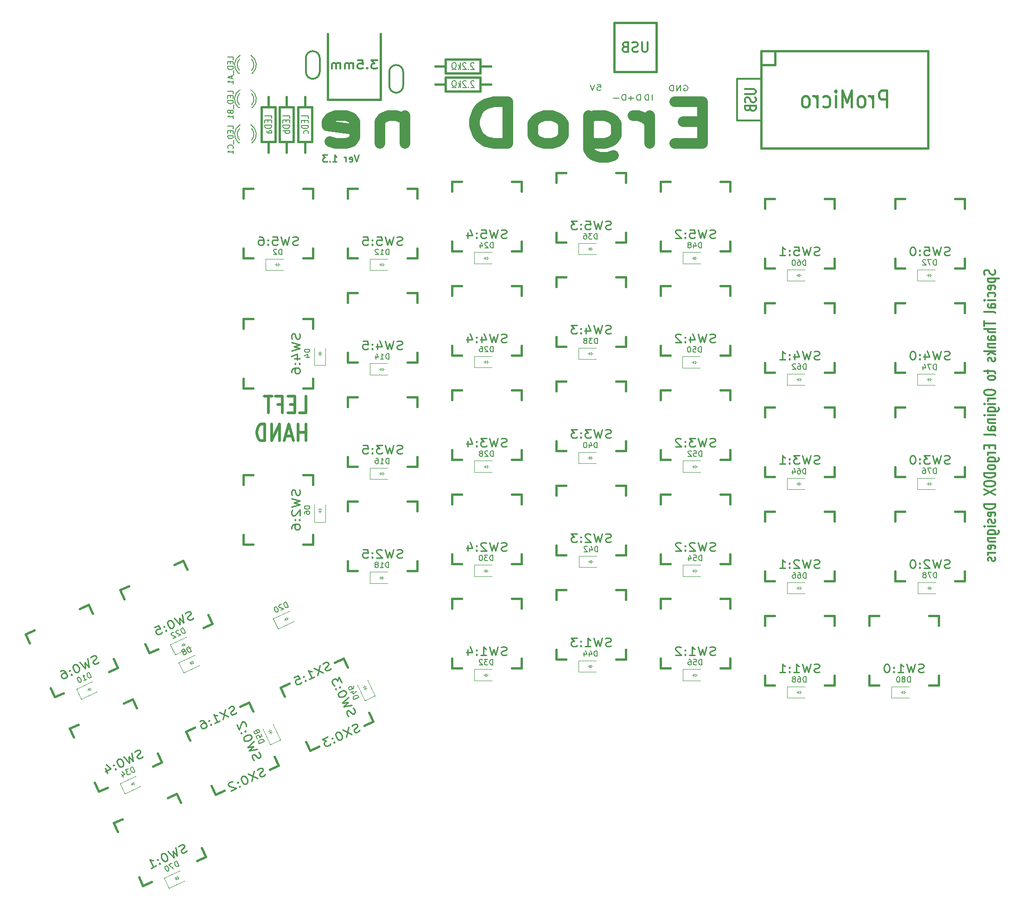
<source format=gbr>
G04 #@! TF.FileFunction,Legend,Bot*
%FSLAX46Y46*%
G04 Gerber Fmt 4.6, Leading zero omitted, Abs format (unit mm)*
G04 Created by KiCad (PCBNEW 4.0.6) date 04/09/17 10:00:18*
%MOMM*%
%LPD*%
G01*
G04 APERTURE LIST*
%ADD10C,0.150000*%
%ADD11C,0.304800*%
%ADD12C,0.254000*%
%ADD13C,0.203200*%
%ADD14C,1.905000*%
%ADD15C,0.508000*%
%ADD16C,0.381000*%
%ADD17C,0.300000*%
%ADD18C,0.100000*%
%ADD19C,0.120000*%
%ADD20C,0.457200*%
G04 APERTURE END LIST*
D10*
D11*
X156210000Y-46355000D02*
X160655000Y-46355000D01*
X156210000Y-38735000D02*
X156210000Y-46355000D01*
X160655000Y-38735000D02*
X156210000Y-38735000D01*
X157637238Y-40621857D02*
X159282190Y-40621857D01*
X159475714Y-40694429D01*
X159572476Y-40767000D01*
X159669238Y-40912143D01*
X159669238Y-41202429D01*
X159572476Y-41347571D01*
X159475714Y-41420143D01*
X159282190Y-41492714D01*
X157637238Y-41492714D01*
X159572476Y-42145857D02*
X159669238Y-42363571D01*
X159669238Y-42726428D01*
X159572476Y-42871571D01*
X159475714Y-42944142D01*
X159282190Y-43016714D01*
X159088667Y-43016714D01*
X158895143Y-42944142D01*
X158798381Y-42871571D01*
X158701619Y-42726428D01*
X158604857Y-42436142D01*
X158508095Y-42291000D01*
X158411333Y-42218428D01*
X158217810Y-42145857D01*
X158024286Y-42145857D01*
X157830762Y-42218428D01*
X157734000Y-42291000D01*
X157637238Y-42436142D01*
X157637238Y-42799000D01*
X157734000Y-43016714D01*
X158604857Y-44177857D02*
X158701619Y-44395571D01*
X158798381Y-44468143D01*
X158991905Y-44540714D01*
X159282190Y-44540714D01*
X159475714Y-44468143D01*
X159572476Y-44395571D01*
X159669238Y-44250429D01*
X159669238Y-43669857D01*
X157637238Y-43669857D01*
X157637238Y-44177857D01*
X157734000Y-44323000D01*
X157830762Y-44395571D01*
X158024286Y-44468143D01*
X158217810Y-44468143D01*
X158411333Y-44395571D01*
X158508095Y-44323000D01*
X158604857Y-44177857D01*
X158604857Y-43669857D01*
X203287476Y-73667572D02*
X203384238Y-73885286D01*
X203384238Y-74248143D01*
X203287476Y-74393286D01*
X203190714Y-74465857D01*
X202997190Y-74538429D01*
X202803667Y-74538429D01*
X202610143Y-74465857D01*
X202513381Y-74393286D01*
X202416619Y-74248143D01*
X202319857Y-73957857D01*
X202223095Y-73812715D01*
X202126333Y-73740143D01*
X201932810Y-73667572D01*
X201739286Y-73667572D01*
X201545762Y-73740143D01*
X201449000Y-73812715D01*
X201352238Y-73957857D01*
X201352238Y-74320715D01*
X201449000Y-74538429D01*
X202029571Y-75191572D02*
X204061571Y-75191572D01*
X202126333Y-75191572D02*
X202029571Y-75336715D01*
X202029571Y-75627001D01*
X202126333Y-75772144D01*
X202223095Y-75844715D01*
X202416619Y-75917286D01*
X202997190Y-75917286D01*
X203190714Y-75844715D01*
X203287476Y-75772144D01*
X203384238Y-75627001D01*
X203384238Y-75336715D01*
X203287476Y-75191572D01*
X203287476Y-77151001D02*
X203384238Y-77005858D01*
X203384238Y-76715572D01*
X203287476Y-76570429D01*
X203093952Y-76497858D01*
X202319857Y-76497858D01*
X202126333Y-76570429D01*
X202029571Y-76715572D01*
X202029571Y-77005858D01*
X202126333Y-77151001D01*
X202319857Y-77223572D01*
X202513381Y-77223572D01*
X202706905Y-76497858D01*
X203287476Y-78529858D02*
X203384238Y-78384715D01*
X203384238Y-78094429D01*
X203287476Y-77949287D01*
X203190714Y-77876715D01*
X202997190Y-77804144D01*
X202416619Y-77804144D01*
X202223095Y-77876715D01*
X202126333Y-77949287D01*
X202029571Y-78094429D01*
X202029571Y-78384715D01*
X202126333Y-78529858D01*
X203384238Y-79183001D02*
X202029571Y-79183001D01*
X201352238Y-79183001D02*
X201449000Y-79110430D01*
X201545762Y-79183001D01*
X201449000Y-79255573D01*
X201352238Y-79183001D01*
X201545762Y-79183001D01*
X203384238Y-80561858D02*
X202319857Y-80561858D01*
X202126333Y-80489287D01*
X202029571Y-80344144D01*
X202029571Y-80053858D01*
X202126333Y-79908715D01*
X203287476Y-80561858D02*
X203384238Y-80416715D01*
X203384238Y-80053858D01*
X203287476Y-79908715D01*
X203093952Y-79836144D01*
X202900429Y-79836144D01*
X202706905Y-79908715D01*
X202610143Y-80053858D01*
X202610143Y-80416715D01*
X202513381Y-80561858D01*
X203384238Y-81505286D02*
X203287476Y-81360144D01*
X203093952Y-81287572D01*
X201352238Y-81287572D01*
X201352238Y-83029287D02*
X201352238Y-83900144D01*
X203384238Y-83464715D02*
X201352238Y-83464715D01*
X203384238Y-84408144D02*
X201352238Y-84408144D01*
X203384238Y-85061287D02*
X202319857Y-85061287D01*
X202126333Y-84988716D01*
X202029571Y-84843573D01*
X202029571Y-84625858D01*
X202126333Y-84480716D01*
X202223095Y-84408144D01*
X203384238Y-86440144D02*
X202319857Y-86440144D01*
X202126333Y-86367573D01*
X202029571Y-86222430D01*
X202029571Y-85932144D01*
X202126333Y-85787001D01*
X203287476Y-86440144D02*
X203384238Y-86295001D01*
X203384238Y-85932144D01*
X203287476Y-85787001D01*
X203093952Y-85714430D01*
X202900429Y-85714430D01*
X202706905Y-85787001D01*
X202610143Y-85932144D01*
X202610143Y-86295001D01*
X202513381Y-86440144D01*
X202029571Y-87165858D02*
X203384238Y-87165858D01*
X202223095Y-87165858D02*
X202126333Y-87238430D01*
X202029571Y-87383572D01*
X202029571Y-87601287D01*
X202126333Y-87746430D01*
X202319857Y-87819001D01*
X203384238Y-87819001D01*
X203384238Y-88544715D02*
X201352238Y-88544715D01*
X202610143Y-88689858D02*
X203384238Y-89125287D01*
X202029571Y-89125287D02*
X202803667Y-88544715D01*
X203287476Y-89705858D02*
X203384238Y-89851001D01*
X203384238Y-90141286D01*
X203287476Y-90286429D01*
X203093952Y-90359001D01*
X202997190Y-90359001D01*
X202803667Y-90286429D01*
X202706905Y-90141286D01*
X202706905Y-89923572D01*
X202610143Y-89778429D01*
X202416619Y-89705858D01*
X202319857Y-89705858D01*
X202126333Y-89778429D01*
X202029571Y-89923572D01*
X202029571Y-90141286D01*
X202126333Y-90286429D01*
X202029571Y-91955572D02*
X202029571Y-92536143D01*
X201352238Y-92173286D02*
X203093952Y-92173286D01*
X203287476Y-92245858D01*
X203384238Y-92391000D01*
X203384238Y-92536143D01*
X203384238Y-93261857D02*
X203287476Y-93116715D01*
X203190714Y-93044143D01*
X202997190Y-92971572D01*
X202416619Y-92971572D01*
X202223095Y-93044143D01*
X202126333Y-93116715D01*
X202029571Y-93261857D01*
X202029571Y-93479572D01*
X202126333Y-93624715D01*
X202223095Y-93697286D01*
X202416619Y-93769857D01*
X202997190Y-93769857D01*
X203190714Y-93697286D01*
X203287476Y-93624715D01*
X203384238Y-93479572D01*
X203384238Y-93261857D01*
X201352238Y-95874429D02*
X201352238Y-96164715D01*
X201449000Y-96309857D01*
X201642524Y-96455000D01*
X202029571Y-96527572D01*
X202706905Y-96527572D01*
X203093952Y-96455000D01*
X203287476Y-96309857D01*
X203384238Y-96164715D01*
X203384238Y-95874429D01*
X203287476Y-95729286D01*
X203093952Y-95584143D01*
X202706905Y-95511572D01*
X202029571Y-95511572D01*
X201642524Y-95584143D01*
X201449000Y-95729286D01*
X201352238Y-95874429D01*
X203384238Y-97180714D02*
X202029571Y-97180714D01*
X202416619Y-97180714D02*
X202223095Y-97253286D01*
X202126333Y-97325857D01*
X202029571Y-97471000D01*
X202029571Y-97616143D01*
X203384238Y-98124143D02*
X202029571Y-98124143D01*
X201352238Y-98124143D02*
X201449000Y-98051572D01*
X201545762Y-98124143D01*
X201449000Y-98196715D01*
X201352238Y-98124143D01*
X201545762Y-98124143D01*
X202029571Y-99503000D02*
X203674524Y-99503000D01*
X203868048Y-99430429D01*
X203964810Y-99357857D01*
X204061571Y-99212714D01*
X204061571Y-98995000D01*
X203964810Y-98849857D01*
X203287476Y-99503000D02*
X203384238Y-99357857D01*
X203384238Y-99067571D01*
X203287476Y-98922429D01*
X203190714Y-98849857D01*
X202997190Y-98777286D01*
X202416619Y-98777286D01*
X202223095Y-98849857D01*
X202126333Y-98922429D01*
X202029571Y-99067571D01*
X202029571Y-99357857D01*
X202126333Y-99503000D01*
X203384238Y-100228714D02*
X202029571Y-100228714D01*
X201352238Y-100228714D02*
X201449000Y-100156143D01*
X201545762Y-100228714D01*
X201449000Y-100301286D01*
X201352238Y-100228714D01*
X201545762Y-100228714D01*
X202029571Y-100954428D02*
X203384238Y-100954428D01*
X202223095Y-100954428D02*
X202126333Y-101027000D01*
X202029571Y-101172142D01*
X202029571Y-101389857D01*
X202126333Y-101535000D01*
X202319857Y-101607571D01*
X203384238Y-101607571D01*
X203384238Y-102986428D02*
X202319857Y-102986428D01*
X202126333Y-102913857D01*
X202029571Y-102768714D01*
X202029571Y-102478428D01*
X202126333Y-102333285D01*
X203287476Y-102986428D02*
X203384238Y-102841285D01*
X203384238Y-102478428D01*
X203287476Y-102333285D01*
X203093952Y-102260714D01*
X202900429Y-102260714D01*
X202706905Y-102333285D01*
X202610143Y-102478428D01*
X202610143Y-102841285D01*
X202513381Y-102986428D01*
X203384238Y-103929856D02*
X203287476Y-103784714D01*
X203093952Y-103712142D01*
X201352238Y-103712142D01*
X202319857Y-105671571D02*
X202319857Y-106179571D01*
X203384238Y-106397285D02*
X203384238Y-105671571D01*
X201352238Y-105671571D01*
X201352238Y-106397285D01*
X203384238Y-107050428D02*
X202029571Y-107050428D01*
X202416619Y-107050428D02*
X202223095Y-107123000D01*
X202126333Y-107195571D01*
X202029571Y-107340714D01*
X202029571Y-107485857D01*
X202029571Y-108647000D02*
X203674524Y-108647000D01*
X203868048Y-108574429D01*
X203964810Y-108501857D01*
X204061571Y-108356714D01*
X204061571Y-108139000D01*
X203964810Y-107993857D01*
X203287476Y-108647000D02*
X203384238Y-108501857D01*
X203384238Y-108211571D01*
X203287476Y-108066429D01*
X203190714Y-107993857D01*
X202997190Y-107921286D01*
X202416619Y-107921286D01*
X202223095Y-107993857D01*
X202126333Y-108066429D01*
X202029571Y-108211571D01*
X202029571Y-108501857D01*
X202126333Y-108647000D01*
X203384238Y-109590428D02*
X203287476Y-109445286D01*
X203190714Y-109372714D01*
X202997190Y-109300143D01*
X202416619Y-109300143D01*
X202223095Y-109372714D01*
X202126333Y-109445286D01*
X202029571Y-109590428D01*
X202029571Y-109808143D01*
X202126333Y-109953286D01*
X202223095Y-110025857D01*
X202416619Y-110098428D01*
X202997190Y-110098428D01*
X203190714Y-110025857D01*
X203287476Y-109953286D01*
X203384238Y-109808143D01*
X203384238Y-109590428D01*
X203384238Y-110751571D02*
X201352238Y-110751571D01*
X201352238Y-111114428D01*
X201449000Y-111332143D01*
X201642524Y-111477285D01*
X201836048Y-111549857D01*
X202223095Y-111622428D01*
X202513381Y-111622428D01*
X202900429Y-111549857D01*
X203093952Y-111477285D01*
X203287476Y-111332143D01*
X203384238Y-111114428D01*
X203384238Y-110751571D01*
X201352238Y-112565857D02*
X201352238Y-112856143D01*
X201449000Y-113001285D01*
X201642524Y-113146428D01*
X202029571Y-113219000D01*
X202706905Y-113219000D01*
X203093952Y-113146428D01*
X203287476Y-113001285D01*
X203384238Y-112856143D01*
X203384238Y-112565857D01*
X203287476Y-112420714D01*
X203093952Y-112275571D01*
X202706905Y-112203000D01*
X202029571Y-112203000D01*
X201642524Y-112275571D01*
X201449000Y-112420714D01*
X201352238Y-112565857D01*
X201352238Y-113726999D02*
X203384238Y-114742999D01*
X201352238Y-114742999D02*
X203384238Y-113726999D01*
X203384238Y-116484714D02*
X201352238Y-116484714D01*
X201352238Y-116847571D01*
X201449000Y-117065286D01*
X201642524Y-117210428D01*
X201836048Y-117283000D01*
X202223095Y-117355571D01*
X202513381Y-117355571D01*
X202900429Y-117283000D01*
X203093952Y-117210428D01*
X203287476Y-117065286D01*
X203384238Y-116847571D01*
X203384238Y-116484714D01*
X203287476Y-118589286D02*
X203384238Y-118444143D01*
X203384238Y-118153857D01*
X203287476Y-118008714D01*
X203093952Y-117936143D01*
X202319857Y-117936143D01*
X202126333Y-118008714D01*
X202029571Y-118153857D01*
X202029571Y-118444143D01*
X202126333Y-118589286D01*
X202319857Y-118661857D01*
X202513381Y-118661857D01*
X202706905Y-117936143D01*
X203287476Y-119242429D02*
X203384238Y-119387572D01*
X203384238Y-119677857D01*
X203287476Y-119823000D01*
X203093952Y-119895572D01*
X202997190Y-119895572D01*
X202803667Y-119823000D01*
X202706905Y-119677857D01*
X202706905Y-119460143D01*
X202610143Y-119315000D01*
X202416619Y-119242429D01*
X202319857Y-119242429D01*
X202126333Y-119315000D01*
X202029571Y-119460143D01*
X202029571Y-119677857D01*
X202126333Y-119823000D01*
X203384238Y-120548714D02*
X202029571Y-120548714D01*
X201352238Y-120548714D02*
X201449000Y-120476143D01*
X201545762Y-120548714D01*
X201449000Y-120621286D01*
X201352238Y-120548714D01*
X201545762Y-120548714D01*
X202029571Y-121927571D02*
X203674524Y-121927571D01*
X203868048Y-121855000D01*
X203964810Y-121782428D01*
X204061571Y-121637285D01*
X204061571Y-121419571D01*
X203964810Y-121274428D01*
X203287476Y-121927571D02*
X203384238Y-121782428D01*
X203384238Y-121492142D01*
X203287476Y-121347000D01*
X203190714Y-121274428D01*
X202997190Y-121201857D01*
X202416619Y-121201857D01*
X202223095Y-121274428D01*
X202126333Y-121347000D01*
X202029571Y-121492142D01*
X202029571Y-121782428D01*
X202126333Y-121927571D01*
X202029571Y-122653285D02*
X203384238Y-122653285D01*
X202223095Y-122653285D02*
X202126333Y-122725857D01*
X202029571Y-122870999D01*
X202029571Y-123088714D01*
X202126333Y-123233857D01*
X202319857Y-123306428D01*
X203384238Y-123306428D01*
X203287476Y-124612714D02*
X203384238Y-124467571D01*
X203384238Y-124177285D01*
X203287476Y-124032142D01*
X203093952Y-123959571D01*
X202319857Y-123959571D01*
X202126333Y-124032142D01*
X202029571Y-124177285D01*
X202029571Y-124467571D01*
X202126333Y-124612714D01*
X202319857Y-124685285D01*
X202513381Y-124685285D01*
X202706905Y-123959571D01*
X203384238Y-125338428D02*
X202029571Y-125338428D01*
X202416619Y-125338428D02*
X202223095Y-125411000D01*
X202126333Y-125483571D01*
X202029571Y-125628714D01*
X202029571Y-125773857D01*
X203287476Y-126209286D02*
X203384238Y-126354429D01*
X203384238Y-126644714D01*
X203287476Y-126789857D01*
X203093952Y-126862429D01*
X202997190Y-126862429D01*
X202803667Y-126789857D01*
X202706905Y-126644714D01*
X202706905Y-126427000D01*
X202610143Y-126281857D01*
X202416619Y-126209286D01*
X202319857Y-126209286D01*
X202126333Y-126281857D01*
X202029571Y-126427000D01*
X202029571Y-126644714D01*
X202126333Y-126789857D01*
D12*
X87176428Y-52644524D02*
X86753094Y-53914524D01*
X86329761Y-52644524D01*
X85422619Y-53854048D02*
X85543571Y-53914524D01*
X85785476Y-53914524D01*
X85906428Y-53854048D01*
X85966904Y-53733095D01*
X85966904Y-53249286D01*
X85906428Y-53128333D01*
X85785476Y-53067857D01*
X85543571Y-53067857D01*
X85422619Y-53128333D01*
X85362142Y-53249286D01*
X85362142Y-53370238D01*
X85966904Y-53491190D01*
X84817857Y-53914524D02*
X84817857Y-53067857D01*
X84817857Y-53309762D02*
X84757381Y-53188810D01*
X84696905Y-53128333D01*
X84575952Y-53067857D01*
X84455000Y-53067857D01*
X82398810Y-53914524D02*
X83124524Y-53914524D01*
X82761667Y-53914524D02*
X82761667Y-52644524D01*
X82882619Y-52825952D01*
X83003572Y-52946905D01*
X83124524Y-53007381D01*
X81854524Y-53793571D02*
X81794048Y-53854048D01*
X81854524Y-53914524D01*
X81915000Y-53854048D01*
X81854524Y-53793571D01*
X81854524Y-53914524D01*
X81370714Y-52644524D02*
X80584524Y-52644524D01*
X81007857Y-53128333D01*
X80826429Y-53128333D01*
X80705476Y-53188810D01*
X80645000Y-53249286D01*
X80584524Y-53370238D01*
X80584524Y-53672619D01*
X80645000Y-53793571D01*
X80705476Y-53854048D01*
X80826429Y-53914524D01*
X81189286Y-53914524D01*
X81310238Y-53854048D01*
X81370714Y-53793571D01*
D13*
X140700000Y-42624619D02*
X140700000Y-41608619D01*
X140095238Y-42624619D02*
X140095238Y-41608619D01*
X139792857Y-41608619D01*
X139611429Y-41657000D01*
X139490476Y-41753762D01*
X139430000Y-41850524D01*
X139369524Y-42044048D01*
X139369524Y-42189190D01*
X139430000Y-42382714D01*
X139490476Y-42479476D01*
X139611429Y-42576238D01*
X139792857Y-42624619D01*
X140095238Y-42624619D01*
X138583809Y-42624619D02*
X138583809Y-41608619D01*
X138281428Y-41608619D01*
X138100000Y-41657000D01*
X137979047Y-41753762D01*
X137918571Y-41850524D01*
X137858095Y-42044048D01*
X137858095Y-42189190D01*
X137918571Y-42382714D01*
X137979047Y-42479476D01*
X138100000Y-42576238D01*
X138281428Y-42624619D01*
X138583809Y-42624619D01*
X137313809Y-42237571D02*
X136346190Y-42237571D01*
X136830000Y-42624619D02*
X136830000Y-41850524D01*
X146532619Y-39957000D02*
X146653571Y-39908619D01*
X146835000Y-39908619D01*
X147016428Y-39957000D01*
X147137381Y-40053762D01*
X147197857Y-40150524D01*
X147258333Y-40344048D01*
X147258333Y-40489190D01*
X147197857Y-40682714D01*
X147137381Y-40779476D01*
X147016428Y-40876238D01*
X146835000Y-40924619D01*
X146714048Y-40924619D01*
X146532619Y-40876238D01*
X146472143Y-40827857D01*
X146472143Y-40489190D01*
X146714048Y-40489190D01*
X145927857Y-40924619D02*
X145927857Y-39908619D01*
X145202143Y-40924619D01*
X145202143Y-39908619D01*
X144597381Y-40924619D02*
X144597381Y-39908619D01*
X144295000Y-39908619D01*
X144113572Y-39957000D01*
X143992619Y-40053762D01*
X143932143Y-40150524D01*
X143871667Y-40344048D01*
X143871667Y-40489190D01*
X143932143Y-40682714D01*
X143992619Y-40779476D01*
X144113572Y-40876238D01*
X144295000Y-40924619D01*
X144597381Y-40924619D01*
X130706904Y-39808619D02*
X131311666Y-39808619D01*
X131372142Y-40292429D01*
X131311666Y-40244048D01*
X131190714Y-40195667D01*
X130888333Y-40195667D01*
X130767380Y-40244048D01*
X130706904Y-40292429D01*
X130646428Y-40389190D01*
X130646428Y-40631095D01*
X130706904Y-40727857D01*
X130767380Y-40776238D01*
X130888333Y-40824619D01*
X131190714Y-40824619D01*
X131311666Y-40776238D01*
X131372142Y-40727857D01*
X130283571Y-39808619D02*
X129860237Y-40824619D01*
X129436904Y-39808619D01*
X135883809Y-42624619D02*
X135883809Y-41608619D01*
X135581428Y-41608619D01*
X135400000Y-41657000D01*
X135279047Y-41753762D01*
X135218571Y-41850524D01*
X135158095Y-42044048D01*
X135158095Y-42189190D01*
X135218571Y-42382714D01*
X135279047Y-42479476D01*
X135400000Y-42576238D01*
X135581428Y-42624619D01*
X135883809Y-42624619D01*
X134613809Y-42237571D02*
X133646190Y-42237571D01*
D14*
X149901000Y-46520714D02*
X146345000Y-46520714D01*
X144821000Y-50512143D02*
X149901000Y-50512143D01*
X149901000Y-42892143D01*
X144821000Y-42892143D01*
X140249000Y-50512143D02*
X140249000Y-45432143D01*
X140249000Y-46883571D02*
X139741000Y-46157857D01*
X139233000Y-45795000D01*
X138217000Y-45432143D01*
X137201000Y-45432143D01*
X129073000Y-45432143D02*
X129073000Y-51600714D01*
X129581000Y-52326429D01*
X130089000Y-52689286D01*
X131105000Y-53052143D01*
X132629000Y-53052143D01*
X133645000Y-52689286D01*
X129073000Y-50149286D02*
X130089000Y-50512143D01*
X132121000Y-50512143D01*
X133137000Y-50149286D01*
X133645000Y-49786429D01*
X134153000Y-49060714D01*
X134153000Y-46883571D01*
X133645000Y-46157857D01*
X133137000Y-45795000D01*
X132121000Y-45432143D01*
X130089000Y-45432143D01*
X129073000Y-45795000D01*
X122469000Y-50512143D02*
X123485000Y-50149286D01*
X123993000Y-49786429D01*
X124501000Y-49060714D01*
X124501000Y-46883571D01*
X123993000Y-46157857D01*
X123485000Y-45795000D01*
X122469000Y-45432143D01*
X120945000Y-45432143D01*
X119929000Y-45795000D01*
X119421000Y-46157857D01*
X118913000Y-46883571D01*
X118913000Y-49060714D01*
X119421000Y-49786429D01*
X119929000Y-50149286D01*
X120945000Y-50512143D01*
X122469000Y-50512143D01*
X114341000Y-50512143D02*
X114341000Y-42892143D01*
X111801000Y-42892143D01*
X110277000Y-43255000D01*
X109261000Y-43980714D01*
X108753000Y-44706429D01*
X108245000Y-46157857D01*
X108245000Y-47246429D01*
X108753000Y-48697857D01*
X109261000Y-49423571D01*
X110277000Y-50149286D01*
X111801000Y-50512143D01*
X114341000Y-50512143D01*
X95545000Y-45432143D02*
X95545000Y-50512143D01*
X95545000Y-46157857D02*
X95037000Y-45795000D01*
X94021000Y-45432143D01*
X92497000Y-45432143D01*
X91481000Y-45795000D01*
X90973000Y-46520714D01*
X90973000Y-50512143D01*
X81829000Y-50149286D02*
X82845000Y-50512143D01*
X84877000Y-50512143D01*
X85893000Y-50149286D01*
X86401000Y-49423571D01*
X86401000Y-46520714D01*
X85893000Y-45795000D01*
X84877000Y-45432143D01*
X82845000Y-45432143D01*
X81829000Y-45795000D01*
X81321000Y-46520714D01*
X81321000Y-47246429D01*
X86401000Y-47972143D01*
D15*
X76290714Y-99803857D02*
X77500238Y-99803857D01*
X77500238Y-96755857D01*
X75444048Y-98207286D02*
X74597381Y-98207286D01*
X74234524Y-99803857D02*
X75444048Y-99803857D01*
X75444048Y-96755857D01*
X74234524Y-96755857D01*
X72299286Y-98207286D02*
X73145953Y-98207286D01*
X73145953Y-99803857D02*
X73145953Y-96755857D01*
X71936429Y-96755857D01*
X71331667Y-96755857D02*
X69880239Y-96755857D01*
X70605953Y-99803857D02*
X70605953Y-96755857D01*
X77500238Y-104883857D02*
X77500238Y-101835857D01*
X77500238Y-103287286D02*
X76048810Y-103287286D01*
X76048810Y-104883857D02*
X76048810Y-101835857D01*
X74960238Y-104013000D02*
X73750715Y-104013000D01*
X75202143Y-104883857D02*
X74355477Y-101835857D01*
X73508810Y-104883857D01*
X72662143Y-104883857D02*
X72662143Y-101835857D01*
X71210715Y-104883857D01*
X71210715Y-101835857D01*
X70001191Y-104883857D02*
X70001191Y-101835857D01*
X69396429Y-101835857D01*
X69033572Y-101981000D01*
X68791667Y-102271286D01*
X68670715Y-102561571D01*
X68549763Y-103142143D01*
X68549763Y-103577571D01*
X68670715Y-104158143D01*
X68791667Y-104448429D01*
X69033572Y-104738714D01*
X69396429Y-104883857D01*
X70001191Y-104883857D01*
D16*
X43524640Y-132148012D02*
X45136055Y-131396596D01*
X53423333Y-127532175D02*
X55034748Y-126780760D01*
X55034748Y-126780760D02*
X55786164Y-128392175D01*
X59650585Y-136679453D02*
X60402000Y-138290868D01*
X60402000Y-138290868D02*
X58790585Y-139042284D01*
X50503307Y-142906705D02*
X48891892Y-143658120D01*
X48891892Y-143658120D02*
X48140476Y-142046705D01*
X44276055Y-133759427D02*
X43524640Y-132148012D01*
X133791960Y-28481020D02*
X133791960Y-37480240D01*
X133791960Y-37480240D02*
X141493240Y-37480240D01*
X141493240Y-37480240D02*
X141493240Y-28481020D01*
X141493240Y-28481020D02*
X133791960Y-28481020D01*
X91109800Y-30480000D02*
X91109800Y-42545000D01*
X91109800Y-42545000D02*
X81508600Y-42545000D01*
X81508600Y-42545000D02*
X81508600Y-30480000D01*
D17*
X95250000Y-40005000D02*
X95250000Y-37465000D01*
X92710000Y-37465000D02*
G75*
G02X93980000Y-36195000I1270000J0D01*
G01*
X93980000Y-36195000D02*
G75*
G02X95250000Y-37465000I0J-1270000D01*
G01*
X93980000Y-41275000D02*
G75*
G02X92710000Y-40005000I0J1270000D01*
G01*
X95250000Y-40005000D02*
G75*
G02X93980000Y-41275000I-1270000J0D01*
G01*
X92710000Y-40005000D02*
X92710000Y-37465000D01*
X80010000Y-37465000D02*
X80010000Y-34925000D01*
X77470000Y-37465000D02*
X77470000Y-34925000D01*
X80010000Y-34925000D02*
G75*
G03X78740000Y-33655000I-1270000J0D01*
G01*
X78740000Y-33655000D02*
G75*
G03X77470000Y-34925000I0J-1270000D01*
G01*
X78740000Y-38735000D02*
G75*
G03X80010000Y-37465000I0J1270000D01*
G01*
X77470000Y-37465000D02*
G75*
G03X78740000Y-38735000I1270000J0D01*
G01*
D10*
X65151000Y-37664000D02*
X65351000Y-37664000D01*
X67745000Y-37664000D02*
X67565000Y-37664000D01*
X67434643Y-34436256D02*
G75*
G02X67751000Y-37664000I-1003643J-1727744D01*
G01*
X67564068Y-35111994D02*
G75*
G02X67565000Y-37215000I-1133068J-1052006D01*
G01*
X65124274Y-37651220D02*
G75*
G02X65471000Y-34414000I1306726J1497220D01*
G01*
X65351747Y-37177889D02*
G75*
G02X65371000Y-35130000I1079253J1013889D01*
G01*
X65151000Y-43964000D02*
X65351000Y-43964000D01*
X67745000Y-43964000D02*
X67565000Y-43964000D01*
X67434643Y-40736256D02*
G75*
G02X67751000Y-43964000I-1003643J-1727744D01*
G01*
X67564068Y-41411994D02*
G75*
G02X67565000Y-43515000I-1133068J-1052006D01*
G01*
X65124274Y-43951220D02*
G75*
G02X65471000Y-40714000I1306726J1497220D01*
G01*
X65351747Y-43477889D02*
G75*
G02X65371000Y-41430000I1079253J1013889D01*
G01*
X65151000Y-50364000D02*
X65351000Y-50364000D01*
X67745000Y-50364000D02*
X67565000Y-50364000D01*
X67434643Y-47136256D02*
G75*
G02X67751000Y-50364000I-1003643J-1727744D01*
G01*
X67564068Y-47811994D02*
G75*
G02X67565000Y-49915000I-1133068J-1052006D01*
G01*
X65124274Y-50351220D02*
G75*
G02X65471000Y-47114000I1306726J1497220D01*
G01*
X65351747Y-49877889D02*
G75*
G02X65371000Y-47830000I1079253J1013889D01*
G01*
D16*
X102990000Y-37735000D02*
X109340000Y-37735000D01*
X109340000Y-37735000D02*
X109340000Y-35195000D01*
X109340000Y-35195000D02*
X102990000Y-35195000D01*
X102990000Y-35195000D02*
X102990000Y-37735000D01*
X111245000Y-36465000D02*
X109340000Y-36465000D01*
X101085000Y-36465000D02*
X102990000Y-36465000D01*
X102997000Y-41021000D02*
X109347000Y-41021000D01*
X109347000Y-41021000D02*
X109347000Y-38481000D01*
X109347000Y-38481000D02*
X102997000Y-38481000D01*
X102997000Y-38481000D02*
X102997000Y-41021000D01*
X111252000Y-39751000D02*
X109347000Y-39751000D01*
X101092000Y-39751000D02*
X102997000Y-39751000D01*
X69395000Y-43890000D02*
X69395000Y-50240000D01*
X69395000Y-50240000D02*
X71935000Y-50240000D01*
X71935000Y-50240000D02*
X71935000Y-43890000D01*
X71935000Y-43890000D02*
X69395000Y-43890000D01*
X70665000Y-52145000D02*
X70665000Y-50240000D01*
X70665000Y-41985000D02*
X70665000Y-43890000D01*
X72695000Y-43890000D02*
X72695000Y-50240000D01*
X72695000Y-50240000D02*
X75235000Y-50240000D01*
X75235000Y-50240000D02*
X75235000Y-43890000D01*
X75235000Y-43890000D02*
X72695000Y-43890000D01*
X73965000Y-52145000D02*
X73965000Y-50240000D01*
X73965000Y-41985000D02*
X73965000Y-43890000D01*
X76095000Y-43890000D02*
X76095000Y-50240000D01*
X76095000Y-50240000D02*
X78635000Y-50240000D01*
X78635000Y-50240000D02*
X78635000Y-43890000D01*
X78635000Y-43890000D02*
X76095000Y-43890000D01*
X77365000Y-52145000D02*
X77365000Y-50240000D01*
X77365000Y-41985000D02*
X77365000Y-43890000D01*
X26260260Y-140197272D02*
X27871675Y-139445856D01*
X36158953Y-135581435D02*
X37770368Y-134830020D01*
X37770368Y-134830020D02*
X38521784Y-136441435D01*
X42386205Y-144728713D02*
X43137620Y-146340128D01*
X43137620Y-146340128D02*
X41526205Y-147091544D01*
X33238927Y-150955965D02*
X31627512Y-151707380D01*
X31627512Y-151707380D02*
X30876096Y-150095965D01*
X27011675Y-141808687D02*
X26260260Y-140197272D01*
X34309520Y-157461652D02*
X35920935Y-156710236D01*
X44208213Y-152845815D02*
X45819628Y-152094400D01*
X45819628Y-152094400D02*
X46571044Y-153705815D01*
X50435465Y-161993093D02*
X51186880Y-163604508D01*
X51186880Y-163604508D02*
X49575465Y-164355924D01*
X41288187Y-168220345D02*
X39676772Y-168971760D01*
X39676772Y-168971760D02*
X38925356Y-167360345D01*
X35060935Y-159073067D02*
X34309520Y-157461652D01*
X78231432Y-161504160D02*
X77480016Y-159892745D01*
X73615595Y-151605467D02*
X72864180Y-149994052D01*
X72864180Y-149994052D02*
X74475595Y-149242636D01*
X82762873Y-145378215D02*
X84374288Y-144626800D01*
X84374288Y-144626800D02*
X85125704Y-146238215D01*
X88990125Y-154525493D02*
X89741540Y-156136908D01*
X89741540Y-156136908D02*
X88130125Y-156888324D01*
X79842847Y-160752745D02*
X78231432Y-161504160D01*
X60967052Y-169555960D02*
X60215636Y-167944545D01*
X56351215Y-159657267D02*
X55599800Y-158045852D01*
X55599800Y-158045852D02*
X57211215Y-157294436D01*
X65498493Y-153430015D02*
X67109908Y-152678600D01*
X67109908Y-152678600D02*
X67861324Y-154290015D01*
X71725745Y-162577293D02*
X72477160Y-164188708D01*
X72477160Y-164188708D02*
X70865745Y-164940124D01*
X62578467Y-168804545D02*
X60967052Y-169555960D01*
X42361320Y-174728572D02*
X43972735Y-173977156D01*
X52260013Y-170112735D02*
X53871428Y-169361320D01*
X53871428Y-169361320D02*
X54622844Y-170972735D01*
X58487265Y-179260013D02*
X59238680Y-180871428D01*
X59238680Y-180871428D02*
X57627265Y-181622844D01*
X49339987Y-185487265D02*
X47728572Y-186238680D01*
X47728572Y-186238680D02*
X46977156Y-184627265D01*
X43112735Y-176339987D02*
X42361320Y-174728572D01*
X104140000Y-133677660D02*
X105918000Y-133677660D01*
X115062000Y-133677660D02*
X116840000Y-133677660D01*
X116840000Y-133677660D02*
X116840000Y-135455660D01*
X116840000Y-144599660D02*
X116840000Y-146377660D01*
X116840000Y-146377660D02*
X115062000Y-146377660D01*
X105918000Y-146377660D02*
X104140000Y-146377660D01*
X104140000Y-146377660D02*
X104140000Y-144599660D01*
X104140000Y-135455660D02*
X104140000Y-133677660D01*
X123190000Y-132080000D02*
X124968000Y-132080000D01*
X134112000Y-132080000D02*
X135890000Y-132080000D01*
X135890000Y-132080000D02*
X135890000Y-133858000D01*
X135890000Y-143002000D02*
X135890000Y-144780000D01*
X135890000Y-144780000D02*
X134112000Y-144780000D01*
X124968000Y-144780000D02*
X123190000Y-144780000D01*
X123190000Y-144780000D02*
X123190000Y-143002000D01*
X123190000Y-133858000D02*
X123190000Y-132080000D01*
X142240000Y-133677660D02*
X144018000Y-133677660D01*
X153162000Y-133677660D02*
X154940000Y-133677660D01*
X154940000Y-133677660D02*
X154940000Y-135455660D01*
X154940000Y-144599660D02*
X154940000Y-146377660D01*
X154940000Y-146377660D02*
X153162000Y-146377660D01*
X144018000Y-146377660D02*
X142240000Y-146377660D01*
X142240000Y-146377660D02*
X142240000Y-144599660D01*
X142240000Y-135455660D02*
X142240000Y-133677660D01*
X161290000Y-136852660D02*
X163068000Y-136852660D01*
X172212000Y-136852660D02*
X173990000Y-136852660D01*
X173990000Y-136852660D02*
X173990000Y-138630660D01*
X173990000Y-147774660D02*
X173990000Y-149552660D01*
X173990000Y-149552660D02*
X172212000Y-149552660D01*
X163068000Y-149552660D02*
X161290000Y-149552660D01*
X161290000Y-149552660D02*
X161290000Y-147774660D01*
X161290000Y-138630660D02*
X161290000Y-136852660D01*
X180340000Y-136852660D02*
X182118000Y-136852660D01*
X191262000Y-136852660D02*
X193040000Y-136852660D01*
X193040000Y-136852660D02*
X193040000Y-138630660D01*
X193040000Y-147774660D02*
X193040000Y-149552660D01*
X193040000Y-149552660D02*
X191262000Y-149552660D01*
X182118000Y-149552660D02*
X180340000Y-149552660D01*
X180340000Y-149552660D02*
X180340000Y-147774660D01*
X180340000Y-138630660D02*
X180340000Y-136852660D01*
X66040000Y-123835160D02*
X66040000Y-122057160D01*
X66040000Y-112913160D02*
X66040000Y-111135160D01*
X66040000Y-111135160D02*
X67818000Y-111135160D01*
X76962000Y-111135160D02*
X78740000Y-111135160D01*
X78740000Y-111135160D02*
X78740000Y-112913160D01*
X78740000Y-122057160D02*
X78740000Y-123835160D01*
X78740000Y-123835160D02*
X76962000Y-123835160D01*
X67818000Y-123835160D02*
X66040000Y-123835160D01*
X85090000Y-115897660D02*
X86868000Y-115897660D01*
X96012000Y-115897660D02*
X97790000Y-115897660D01*
X97790000Y-115897660D02*
X97790000Y-117675660D01*
X97790000Y-126819660D02*
X97790000Y-128597660D01*
X97790000Y-128597660D02*
X96012000Y-128597660D01*
X86868000Y-128597660D02*
X85090000Y-128597660D01*
X85090000Y-128597660D02*
X85090000Y-126819660D01*
X85090000Y-117675660D02*
X85090000Y-115897660D01*
X104140000Y-114627660D02*
X105918000Y-114627660D01*
X115062000Y-114627660D02*
X116840000Y-114627660D01*
X116840000Y-114627660D02*
X116840000Y-116405660D01*
X116840000Y-125549660D02*
X116840000Y-127327660D01*
X116840000Y-127327660D02*
X115062000Y-127327660D01*
X105918000Y-127327660D02*
X104140000Y-127327660D01*
X104140000Y-127327660D02*
X104140000Y-125549660D01*
X104140000Y-116405660D02*
X104140000Y-114627660D01*
X123190000Y-113030000D02*
X124968000Y-113030000D01*
X134112000Y-113030000D02*
X135890000Y-113030000D01*
X135890000Y-113030000D02*
X135890000Y-114808000D01*
X135890000Y-123952000D02*
X135890000Y-125730000D01*
X135890000Y-125730000D02*
X134112000Y-125730000D01*
X124968000Y-125730000D02*
X123190000Y-125730000D01*
X123190000Y-125730000D02*
X123190000Y-123952000D01*
X123190000Y-114808000D02*
X123190000Y-113030000D01*
X142240000Y-114627660D02*
X144018000Y-114627660D01*
X153162000Y-114627660D02*
X154940000Y-114627660D01*
X154940000Y-114627660D02*
X154940000Y-116405660D01*
X154940000Y-125549660D02*
X154940000Y-127327660D01*
X154940000Y-127327660D02*
X153162000Y-127327660D01*
X144018000Y-127327660D02*
X142240000Y-127327660D01*
X142240000Y-127327660D02*
X142240000Y-125549660D01*
X142240000Y-116405660D02*
X142240000Y-114627660D01*
X161290000Y-117802660D02*
X163068000Y-117802660D01*
X172212000Y-117802660D02*
X173990000Y-117802660D01*
X173990000Y-117802660D02*
X173990000Y-119580660D01*
X173990000Y-128724660D02*
X173990000Y-130502660D01*
X173990000Y-130502660D02*
X172212000Y-130502660D01*
X163068000Y-130502660D02*
X161290000Y-130502660D01*
X161290000Y-130502660D02*
X161290000Y-128724660D01*
X161290000Y-119580660D02*
X161290000Y-117802660D01*
X85090000Y-96847660D02*
X86868000Y-96847660D01*
X96012000Y-96847660D02*
X97790000Y-96847660D01*
X97790000Y-96847660D02*
X97790000Y-98625660D01*
X97790000Y-107769660D02*
X97790000Y-109547660D01*
X97790000Y-109547660D02*
X96012000Y-109547660D01*
X86868000Y-109547660D02*
X85090000Y-109547660D01*
X85090000Y-109547660D02*
X85090000Y-107769660D01*
X85090000Y-98625660D02*
X85090000Y-96847660D01*
X104140000Y-95577660D02*
X105918000Y-95577660D01*
X115062000Y-95577660D02*
X116840000Y-95577660D01*
X116840000Y-95577660D02*
X116840000Y-97355660D01*
X116840000Y-106499660D02*
X116840000Y-108277660D01*
X116840000Y-108277660D02*
X115062000Y-108277660D01*
X105918000Y-108277660D02*
X104140000Y-108277660D01*
X104140000Y-108277660D02*
X104140000Y-106499660D01*
X104140000Y-97355660D02*
X104140000Y-95577660D01*
X123190000Y-93980000D02*
X124968000Y-93980000D01*
X134112000Y-93980000D02*
X135890000Y-93980000D01*
X135890000Y-93980000D02*
X135890000Y-95758000D01*
X135890000Y-104902000D02*
X135890000Y-106680000D01*
X135890000Y-106680000D02*
X134112000Y-106680000D01*
X124968000Y-106680000D02*
X123190000Y-106680000D01*
X123190000Y-106680000D02*
X123190000Y-104902000D01*
X123190000Y-95758000D02*
X123190000Y-93980000D01*
X142240000Y-95577660D02*
X144018000Y-95577660D01*
X153162000Y-95577660D02*
X154940000Y-95577660D01*
X154940000Y-95577660D02*
X154940000Y-97355660D01*
X154940000Y-106499660D02*
X154940000Y-108277660D01*
X154940000Y-108277660D02*
X153162000Y-108277660D01*
X144018000Y-108277660D02*
X142240000Y-108277660D01*
X142240000Y-108277660D02*
X142240000Y-106499660D01*
X142240000Y-97355660D02*
X142240000Y-95577660D01*
X161290000Y-98752660D02*
X163068000Y-98752660D01*
X172212000Y-98752660D02*
X173990000Y-98752660D01*
X173990000Y-98752660D02*
X173990000Y-100530660D01*
X173990000Y-109674660D02*
X173990000Y-111452660D01*
X173990000Y-111452660D02*
X172212000Y-111452660D01*
X163068000Y-111452660D02*
X161290000Y-111452660D01*
X161290000Y-111452660D02*
X161290000Y-109674660D01*
X161290000Y-100530660D02*
X161290000Y-98752660D01*
X66040000Y-95260160D02*
X66040000Y-93482160D01*
X66040000Y-84338160D02*
X66040000Y-82560160D01*
X66040000Y-82560160D02*
X67818000Y-82560160D01*
X76962000Y-82560160D02*
X78740000Y-82560160D01*
X78740000Y-82560160D02*
X78740000Y-84338160D01*
X78740000Y-93482160D02*
X78740000Y-95260160D01*
X78740000Y-95260160D02*
X76962000Y-95260160D01*
X67818000Y-95260160D02*
X66040000Y-95260160D01*
X85090000Y-77797660D02*
X86868000Y-77797660D01*
X96012000Y-77797660D02*
X97790000Y-77797660D01*
X97790000Y-77797660D02*
X97790000Y-79575660D01*
X97790000Y-88719660D02*
X97790000Y-90497660D01*
X97790000Y-90497660D02*
X96012000Y-90497660D01*
X86868000Y-90497660D02*
X85090000Y-90497660D01*
X85090000Y-90497660D02*
X85090000Y-88719660D01*
X85090000Y-79575660D02*
X85090000Y-77797660D01*
X104140000Y-76527660D02*
X105918000Y-76527660D01*
X115062000Y-76527660D02*
X116840000Y-76527660D01*
X116840000Y-76527660D02*
X116840000Y-78305660D01*
X116840000Y-87449660D02*
X116840000Y-89227660D01*
X116840000Y-89227660D02*
X115062000Y-89227660D01*
X105918000Y-89227660D02*
X104140000Y-89227660D01*
X104140000Y-89227660D02*
X104140000Y-87449660D01*
X104140000Y-78305660D02*
X104140000Y-76527660D01*
X123190000Y-74930000D02*
X124968000Y-74930000D01*
X134112000Y-74930000D02*
X135890000Y-74930000D01*
X135890000Y-74930000D02*
X135890000Y-76708000D01*
X135890000Y-85852000D02*
X135890000Y-87630000D01*
X135890000Y-87630000D02*
X134112000Y-87630000D01*
X124968000Y-87630000D02*
X123190000Y-87630000D01*
X123190000Y-87630000D02*
X123190000Y-85852000D01*
X123190000Y-76708000D02*
X123190000Y-74930000D01*
X142240000Y-76527660D02*
X144018000Y-76527660D01*
X153162000Y-76527660D02*
X154940000Y-76527660D01*
X154940000Y-76527660D02*
X154940000Y-78305660D01*
X154940000Y-87449660D02*
X154940000Y-89227660D01*
X154940000Y-89227660D02*
X153162000Y-89227660D01*
X144018000Y-89227660D02*
X142240000Y-89227660D01*
X142240000Y-89227660D02*
X142240000Y-87449660D01*
X142240000Y-78305660D02*
X142240000Y-76527660D01*
X161290000Y-79702660D02*
X163068000Y-79702660D01*
X172212000Y-79702660D02*
X173990000Y-79702660D01*
X173990000Y-79702660D02*
X173990000Y-81480660D01*
X173990000Y-90624660D02*
X173990000Y-92402660D01*
X173990000Y-92402660D02*
X172212000Y-92402660D01*
X163068000Y-92402660D02*
X161290000Y-92402660D01*
X161290000Y-92402660D02*
X161290000Y-90624660D01*
X161290000Y-81480660D02*
X161290000Y-79702660D01*
X185102500Y-79702660D02*
X186880500Y-79702660D01*
X196024500Y-79702660D02*
X197802500Y-79702660D01*
X197802500Y-79702660D02*
X197802500Y-81480660D01*
X197802500Y-90624660D02*
X197802500Y-92402660D01*
X197802500Y-92402660D02*
X196024500Y-92402660D01*
X186880500Y-92402660D02*
X185102500Y-92402660D01*
X185102500Y-92402660D02*
X185102500Y-90624660D01*
X185102500Y-81480660D02*
X185102500Y-79702660D01*
X66040000Y-58750200D02*
X67818000Y-58750200D01*
X76962000Y-58750200D02*
X78740000Y-58750200D01*
X78740000Y-58750200D02*
X78740000Y-60528200D01*
X78740000Y-69672200D02*
X78740000Y-71450200D01*
X78740000Y-71450200D02*
X76962000Y-71450200D01*
X67818000Y-71450200D02*
X66040000Y-71450200D01*
X66040000Y-71450200D02*
X66040000Y-69672200D01*
X66040000Y-60528200D02*
X66040000Y-58750200D01*
X85090000Y-58750200D02*
X86868000Y-58750200D01*
X96012000Y-58750200D02*
X97790000Y-58750200D01*
X97790000Y-58750200D02*
X97790000Y-60528200D01*
X97790000Y-69672200D02*
X97790000Y-71450200D01*
X97790000Y-71450200D02*
X96012000Y-71450200D01*
X86868000Y-71450200D02*
X85090000Y-71450200D01*
X85090000Y-71450200D02*
X85090000Y-69672200D01*
X85090000Y-60528200D02*
X85090000Y-58750200D01*
X104140000Y-57477660D02*
X105918000Y-57477660D01*
X115062000Y-57477660D02*
X116840000Y-57477660D01*
X116840000Y-57477660D02*
X116840000Y-59255660D01*
X116840000Y-68399660D02*
X116840000Y-70177660D01*
X116840000Y-70177660D02*
X115062000Y-70177660D01*
X105918000Y-70177660D02*
X104140000Y-70177660D01*
X104140000Y-70177660D02*
X104140000Y-68399660D01*
X104140000Y-59255660D02*
X104140000Y-57477660D01*
X123190000Y-55880000D02*
X124968000Y-55880000D01*
X134112000Y-55880000D02*
X135890000Y-55880000D01*
X135890000Y-55880000D02*
X135890000Y-57658000D01*
X135890000Y-66802000D02*
X135890000Y-68580000D01*
X135890000Y-68580000D02*
X134112000Y-68580000D01*
X124968000Y-68580000D02*
X123190000Y-68580000D01*
X123190000Y-68580000D02*
X123190000Y-66802000D01*
X123190000Y-57658000D02*
X123190000Y-55880000D01*
X142240000Y-57477660D02*
X144018000Y-57477660D01*
X153162000Y-57477660D02*
X154940000Y-57477660D01*
X154940000Y-57477660D02*
X154940000Y-59255660D01*
X154940000Y-68399660D02*
X154940000Y-70177660D01*
X154940000Y-70177660D02*
X153162000Y-70177660D01*
X144018000Y-70177660D02*
X142240000Y-70177660D01*
X142240000Y-70177660D02*
X142240000Y-68399660D01*
X142240000Y-59255660D02*
X142240000Y-57477660D01*
X161290000Y-60655200D02*
X163068000Y-60655200D01*
X172212000Y-60655200D02*
X173990000Y-60655200D01*
X173990000Y-60655200D02*
X173990000Y-62433200D01*
X173990000Y-71577200D02*
X173990000Y-73355200D01*
X173990000Y-73355200D02*
X172212000Y-73355200D01*
X163068000Y-73355200D02*
X161290000Y-73355200D01*
X161290000Y-73355200D02*
X161290000Y-71577200D01*
X161290000Y-62433200D02*
X161290000Y-60655200D01*
X185102500Y-60655200D02*
X186880500Y-60655200D01*
X196024500Y-60655200D02*
X197802500Y-60655200D01*
X197802500Y-60655200D02*
X197802500Y-62433200D01*
X197802500Y-71577200D02*
X197802500Y-73355200D01*
X197802500Y-73355200D02*
X196024500Y-73355200D01*
X186880500Y-73355200D02*
X185102500Y-73355200D01*
X185102500Y-73355200D02*
X185102500Y-71577200D01*
X185102500Y-62433200D02*
X185102500Y-60655200D01*
X160655000Y-51435000D02*
X160655000Y-33655000D01*
X160655000Y-33655000D02*
X191135000Y-33655000D01*
X191135000Y-33655000D02*
X191135000Y-51435000D01*
X191135000Y-51435000D02*
X160655000Y-51435000D01*
X160655000Y-36195000D02*
X163195000Y-36195000D01*
X163195000Y-36195000D02*
X163195000Y-33655000D01*
X185102500Y-117802660D02*
X186880500Y-117802660D01*
X196024500Y-117802660D02*
X197802500Y-117802660D01*
X197802500Y-117802660D02*
X197802500Y-119580660D01*
X197802500Y-128724660D02*
X197802500Y-130502660D01*
X197802500Y-130502660D02*
X196024500Y-130502660D01*
X186880500Y-130502660D02*
X185102500Y-130502660D01*
X185102500Y-130502660D02*
X185102500Y-128724660D01*
X185102500Y-119580660D02*
X185102500Y-117802660D01*
X185102500Y-98752660D02*
X186880500Y-98752660D01*
X196024500Y-98752660D02*
X197802500Y-98752660D01*
X197802500Y-98752660D02*
X197802500Y-100530660D01*
X197802500Y-109674660D02*
X197802500Y-111452660D01*
X197802500Y-111452660D02*
X196024500Y-111452660D01*
X186880500Y-111452660D02*
X185102500Y-111452660D01*
X185102500Y-111452660D02*
X185102500Y-109674660D01*
X185102500Y-100530660D02*
X185102500Y-98752660D01*
D18*
X72110600Y-72923400D02*
X72110600Y-72415400D01*
X72491600Y-72669400D02*
X72745600Y-72669400D01*
X72110600Y-72669400D02*
X71856600Y-72669400D01*
X72491600Y-72415400D02*
X72110600Y-72669400D01*
X72491600Y-72923400D02*
X72491600Y-72415400D01*
X72110600Y-72669400D02*
X72491600Y-72923400D01*
D19*
X70164600Y-73685400D02*
X70164600Y-71653400D01*
X73364600Y-73694400D02*
X70164600Y-73694400D01*
X70164600Y-71644400D02*
X73364600Y-71644400D01*
D18*
X80289400Y-89128600D02*
X79781400Y-89128600D01*
X80035400Y-88747600D02*
X80035400Y-88493600D01*
X80035400Y-89128600D02*
X80035400Y-89382600D01*
X79781400Y-88747600D02*
X80035400Y-89128600D01*
X80289400Y-88747600D02*
X79781400Y-88747600D01*
X80035400Y-89128600D02*
X80289400Y-88747600D01*
D19*
X81051400Y-91074600D02*
X79019400Y-91074600D01*
X81060400Y-87874600D02*
X81060400Y-91074600D01*
X79010400Y-91074600D02*
X79010400Y-87874600D01*
D18*
X80289400Y-117779800D02*
X79781400Y-117779800D01*
X80035400Y-117398800D02*
X80035400Y-117144800D01*
X80035400Y-117779800D02*
X80035400Y-118033800D01*
X79781400Y-117398800D02*
X80035400Y-117779800D01*
X80289400Y-117398800D02*
X79781400Y-117398800D01*
X80035400Y-117779800D02*
X80289400Y-117398800D01*
D19*
X81051400Y-119725800D02*
X79019400Y-119725800D01*
X81060400Y-116525800D02*
X81060400Y-119725800D01*
X79010400Y-119725800D02*
X79010400Y-116525800D01*
D18*
X56544543Y-145701747D02*
X56329853Y-145241343D01*
X56782501Y-145310527D02*
X57012703Y-145203182D01*
X56437198Y-145471545D02*
X56206996Y-145578890D01*
X56675156Y-145080325D02*
X56437198Y-145471545D01*
X56889846Y-145540730D02*
X56675156Y-145080325D01*
X56437198Y-145471545D02*
X56889846Y-145540730D01*
D19*
X55102903Y-147214769D02*
X54244143Y-145373151D01*
X58006892Y-145870547D02*
X55106707Y-147222926D01*
X54240339Y-145364995D02*
X57140524Y-144012616D01*
D18*
X37850143Y-150578547D02*
X37635453Y-150118143D01*
X38088101Y-150187327D02*
X38318303Y-150079982D01*
X37742798Y-150348345D02*
X37512596Y-150455690D01*
X37980756Y-149957125D02*
X37742798Y-150348345D01*
X38195446Y-150417530D02*
X37980756Y-149957125D01*
X37742798Y-150348345D02*
X38195446Y-150417530D01*
D19*
X36408503Y-152091569D02*
X35549743Y-150249951D01*
X39312492Y-150747347D02*
X36412307Y-152099726D01*
X35545939Y-150241795D02*
X38446124Y-148889416D01*
D18*
X91160600Y-72923400D02*
X91160600Y-72415400D01*
X91541600Y-72669400D02*
X91795600Y-72669400D01*
X91160600Y-72669400D02*
X90906600Y-72669400D01*
X91541600Y-72415400D02*
X91160600Y-72669400D01*
X91541600Y-72923400D02*
X91541600Y-72415400D01*
X91160600Y-72669400D02*
X91541600Y-72923400D01*
D19*
X89214600Y-73685400D02*
X89214600Y-71653400D01*
X92414600Y-73694400D02*
X89214600Y-73694400D01*
X89214600Y-71644400D02*
X92414600Y-71644400D01*
D18*
X91160600Y-92024200D02*
X91160600Y-91516200D01*
X91541600Y-91770200D02*
X91795600Y-91770200D01*
X91160600Y-91770200D02*
X90906600Y-91770200D01*
X91541600Y-91516200D02*
X91160600Y-91770200D01*
X91541600Y-92024200D02*
X91541600Y-91516200D01*
X91160600Y-91770200D02*
X91541600Y-92024200D01*
D19*
X89214600Y-92786200D02*
X89214600Y-90754200D01*
X92414600Y-92795200D02*
X89214600Y-92795200D01*
X89214600Y-90745200D02*
X92414600Y-90745200D01*
D18*
X91160600Y-111125000D02*
X91160600Y-110617000D01*
X91541600Y-110871000D02*
X91795600Y-110871000D01*
X91160600Y-110871000D02*
X90906600Y-110871000D01*
X91541600Y-110617000D02*
X91160600Y-110871000D01*
X91541600Y-111125000D02*
X91541600Y-110617000D01*
X91160600Y-110871000D02*
X91541600Y-111125000D01*
D19*
X89214600Y-111887000D02*
X89214600Y-109855000D01*
X92414600Y-111896000D02*
X89214600Y-111896000D01*
X89214600Y-109846000D02*
X92414600Y-109846000D01*
D18*
X91109800Y-130124200D02*
X91109800Y-129616200D01*
X91490800Y-129870200D02*
X91744800Y-129870200D01*
X91109800Y-129870200D02*
X90855800Y-129870200D01*
X91490800Y-129616200D02*
X91109800Y-129870200D01*
X91490800Y-130124200D02*
X91490800Y-129616200D01*
X91109800Y-129870200D02*
X91490800Y-130124200D01*
D19*
X89163800Y-130886200D02*
X89163800Y-128854200D01*
X92363800Y-130895200D02*
X89163800Y-130895200D01*
X89163800Y-128845200D02*
X92363800Y-128845200D01*
D18*
X73816543Y-137726147D02*
X73601853Y-137265743D01*
X74054501Y-137334927D02*
X74284703Y-137227582D01*
X73709198Y-137495945D02*
X73478996Y-137603290D01*
X73947156Y-137104725D02*
X73709198Y-137495945D01*
X74161846Y-137565130D02*
X73947156Y-137104725D01*
X73709198Y-137495945D02*
X74161846Y-137565130D01*
D19*
X72374903Y-139239169D02*
X71516143Y-137397551D01*
X75278892Y-137894947D02*
X72378707Y-139247326D01*
X71512339Y-137389395D02*
X74412524Y-136037016D01*
D18*
X55020543Y-142450547D02*
X54805853Y-141990143D01*
X55258501Y-142059327D02*
X55488703Y-141951982D01*
X54913198Y-142220345D02*
X54682996Y-142327690D01*
X55151156Y-141829125D02*
X54913198Y-142220345D01*
X55365846Y-142289530D02*
X55151156Y-141829125D01*
X54913198Y-142220345D02*
X55365846Y-142289530D01*
D19*
X53578903Y-143963569D02*
X52720143Y-142121951D01*
X56482892Y-142619347D02*
X53582707Y-143971726D01*
X52716339Y-142113795D02*
X55616524Y-140761416D01*
D18*
X110210600Y-71704200D02*
X110210600Y-71196200D01*
X110591600Y-71450200D02*
X110845600Y-71450200D01*
X110210600Y-71450200D02*
X109956600Y-71450200D01*
X110591600Y-71196200D02*
X110210600Y-71450200D01*
X110591600Y-71704200D02*
X110591600Y-71196200D01*
X110210600Y-71450200D02*
X110591600Y-71704200D01*
D19*
X108264600Y-72466200D02*
X108264600Y-70434200D01*
X111464600Y-72475200D02*
X108264600Y-72475200D01*
X108264600Y-70425200D02*
X111464600Y-70425200D01*
D18*
X110210600Y-90703400D02*
X110210600Y-90195400D01*
X110591600Y-90449400D02*
X110845600Y-90449400D01*
X110210600Y-90449400D02*
X109956600Y-90449400D01*
X110591600Y-90195400D02*
X110210600Y-90449400D01*
X110591600Y-90703400D02*
X110591600Y-90195400D01*
X110210600Y-90449400D02*
X110591600Y-90703400D01*
D19*
X108264600Y-91465400D02*
X108264600Y-89433400D01*
X111464600Y-91474400D02*
X108264600Y-91474400D01*
X108264600Y-89424400D02*
X111464600Y-89424400D01*
D18*
X110210600Y-109804200D02*
X110210600Y-109296200D01*
X110591600Y-109550200D02*
X110845600Y-109550200D01*
X110210600Y-109550200D02*
X109956600Y-109550200D01*
X110591600Y-109296200D02*
X110210600Y-109550200D01*
X110591600Y-109804200D02*
X110591600Y-109296200D01*
X110210600Y-109550200D02*
X110591600Y-109804200D01*
D19*
X108264600Y-110566200D02*
X108264600Y-108534200D01*
X111464600Y-110575200D02*
X108264600Y-110575200D01*
X108264600Y-108525200D02*
X111464600Y-108525200D01*
D18*
X110159800Y-128854200D02*
X110159800Y-128346200D01*
X110540800Y-128600200D02*
X110794800Y-128600200D01*
X110159800Y-128600200D02*
X109905800Y-128600200D01*
X110540800Y-128346200D02*
X110159800Y-128600200D01*
X110540800Y-128854200D02*
X110540800Y-128346200D01*
X110159800Y-128600200D02*
X110540800Y-128854200D01*
D19*
X108213800Y-129616200D02*
X108213800Y-127584200D01*
X111413800Y-129625200D02*
X108213800Y-129625200D01*
X108213800Y-127575200D02*
X111413800Y-127575200D01*
D18*
X110159800Y-147904200D02*
X110159800Y-147396200D01*
X110540800Y-147650200D02*
X110794800Y-147650200D01*
X110159800Y-147650200D02*
X109905800Y-147650200D01*
X110540800Y-147396200D02*
X110159800Y-147650200D01*
X110540800Y-147904200D02*
X110540800Y-147396200D01*
X110159800Y-147650200D02*
X110540800Y-147904200D01*
D19*
X108213800Y-148666200D02*
X108213800Y-146634200D01*
X111413800Y-148675200D02*
X108213800Y-148675200D01*
X108213800Y-146625200D02*
X111413800Y-146625200D01*
D18*
X45825743Y-167850547D02*
X45611053Y-167390143D01*
X46063701Y-167459327D02*
X46293903Y-167351982D01*
X45718398Y-167620345D02*
X45488196Y-167727690D01*
X45956356Y-167229125D02*
X45718398Y-167620345D01*
X46171046Y-167689530D02*
X45956356Y-167229125D01*
X45718398Y-167620345D02*
X46171046Y-167689530D01*
D19*
X44384103Y-169363569D02*
X43525343Y-167521951D01*
X47288092Y-168019347D02*
X44387907Y-169371726D01*
X43521539Y-167513795D02*
X46421724Y-166161416D01*
D18*
X129209800Y-70078600D02*
X129209800Y-69570600D01*
X129590800Y-69824600D02*
X129844800Y-69824600D01*
X129209800Y-69824600D02*
X128955800Y-69824600D01*
X129590800Y-69570600D02*
X129209800Y-69824600D01*
X129590800Y-70078600D02*
X129590800Y-69570600D01*
X129209800Y-69824600D02*
X129590800Y-70078600D01*
D19*
X127263800Y-70840600D02*
X127263800Y-68808600D01*
X130463800Y-70849600D02*
X127263800Y-70849600D01*
X127263800Y-68799600D02*
X130463800Y-68799600D01*
D18*
X129260600Y-89179400D02*
X129260600Y-88671400D01*
X129641600Y-88925400D02*
X129895600Y-88925400D01*
X129260600Y-88925400D02*
X129006600Y-88925400D01*
X129641600Y-88671400D02*
X129260600Y-88925400D01*
X129641600Y-89179400D02*
X129641600Y-88671400D01*
X129260600Y-88925400D02*
X129641600Y-89179400D01*
D19*
X127314600Y-89941400D02*
X127314600Y-87909400D01*
X130514600Y-89950400D02*
X127314600Y-89950400D01*
X127314600Y-87900400D02*
X130514600Y-87900400D01*
D18*
X129209800Y-108229400D02*
X129209800Y-107721400D01*
X129590800Y-107975400D02*
X129844800Y-107975400D01*
X129209800Y-107975400D02*
X128955800Y-107975400D01*
X129590800Y-107721400D02*
X129209800Y-107975400D01*
X129590800Y-108229400D02*
X129590800Y-107721400D01*
X129209800Y-107975400D02*
X129590800Y-108229400D01*
D19*
X127263800Y-108991400D02*
X127263800Y-106959400D01*
X130463800Y-109000400D02*
X127263800Y-109000400D01*
X127263800Y-106950400D02*
X130463800Y-106950400D01*
D18*
X129311400Y-127228600D02*
X129311400Y-126720600D01*
X129692400Y-126974600D02*
X129946400Y-126974600D01*
X129311400Y-126974600D02*
X129057400Y-126974600D01*
X129692400Y-126720600D02*
X129311400Y-126974600D01*
X129692400Y-127228600D02*
X129692400Y-126720600D01*
X129311400Y-126974600D02*
X129692400Y-127228600D01*
D19*
X127365400Y-127990600D02*
X127365400Y-125958600D01*
X130565400Y-127999600D02*
X127365400Y-127999600D01*
X127365400Y-125949600D02*
X130565400Y-125949600D01*
D18*
X129209800Y-146329400D02*
X129209800Y-145821400D01*
X129590800Y-146075400D02*
X129844800Y-146075400D01*
X129209800Y-146075400D02*
X128955800Y-146075400D01*
X129590800Y-145821400D02*
X129209800Y-146075400D01*
X129590800Y-146329400D02*
X129590800Y-145821400D01*
X129209800Y-146075400D02*
X129590800Y-146329400D01*
D19*
X127263800Y-147091400D02*
X127263800Y-145059400D01*
X130463800Y-147100400D02*
X127263800Y-147100400D01*
X127263800Y-145050400D02*
X130463800Y-145050400D01*
D18*
X88551747Y-150059057D02*
X88091343Y-150273747D01*
X88160527Y-149821099D02*
X88053182Y-149590897D01*
X88321545Y-150166402D02*
X88428890Y-150396604D01*
X87930325Y-149928444D02*
X88321545Y-150166402D01*
X88390730Y-149713754D02*
X87930325Y-149928444D01*
X88321545Y-150166402D02*
X88390730Y-149713754D01*
D19*
X90064769Y-151500697D02*
X88223151Y-152359457D01*
X88720547Y-148596708D02*
X90072926Y-151496893D01*
X88214995Y-152363261D02*
X86862616Y-149463076D01*
D18*
X148259800Y-71704200D02*
X148259800Y-71196200D01*
X148640800Y-71450200D02*
X148894800Y-71450200D01*
X148259800Y-71450200D02*
X148005800Y-71450200D01*
X148640800Y-71196200D02*
X148259800Y-71450200D01*
X148640800Y-71704200D02*
X148640800Y-71196200D01*
X148259800Y-71450200D02*
X148640800Y-71704200D01*
D19*
X146313800Y-72466200D02*
X146313800Y-70434200D01*
X149513800Y-72475200D02*
X146313800Y-72475200D01*
X146313800Y-70425200D02*
X149513800Y-70425200D01*
D18*
X148209000Y-90754200D02*
X148209000Y-90246200D01*
X148590000Y-90500200D02*
X148844000Y-90500200D01*
X148209000Y-90500200D02*
X147955000Y-90500200D01*
X148590000Y-90246200D02*
X148209000Y-90500200D01*
X148590000Y-90754200D02*
X148590000Y-90246200D01*
X148209000Y-90500200D02*
X148590000Y-90754200D01*
D19*
X146263000Y-91516200D02*
X146263000Y-89484200D01*
X149463000Y-91525200D02*
X146263000Y-91525200D01*
X146263000Y-89475200D02*
X149463000Y-89475200D01*
D18*
X148310600Y-109804200D02*
X148310600Y-109296200D01*
X148691600Y-109550200D02*
X148945600Y-109550200D01*
X148310600Y-109550200D02*
X148056600Y-109550200D01*
X148691600Y-109296200D02*
X148310600Y-109550200D01*
X148691600Y-109804200D02*
X148691600Y-109296200D01*
X148310600Y-109550200D02*
X148691600Y-109804200D01*
D19*
X146364600Y-110566200D02*
X146364600Y-108534200D01*
X149564600Y-110575200D02*
X146364600Y-110575200D01*
X146364600Y-108525200D02*
X149564600Y-108525200D01*
D18*
X148310600Y-128854200D02*
X148310600Y-128346200D01*
X148691600Y-128600200D02*
X148945600Y-128600200D01*
X148310600Y-128600200D02*
X148056600Y-128600200D01*
X148691600Y-128346200D02*
X148310600Y-128600200D01*
X148691600Y-128854200D02*
X148691600Y-128346200D01*
X148310600Y-128600200D02*
X148691600Y-128854200D01*
D19*
X146364600Y-129616200D02*
X146364600Y-127584200D01*
X149564600Y-129625200D02*
X146364600Y-129625200D01*
X146364600Y-127575200D02*
X149564600Y-127575200D01*
D18*
X148310600Y-147904200D02*
X148310600Y-147396200D01*
X148691600Y-147650200D02*
X148945600Y-147650200D01*
X148310600Y-147650200D02*
X148056600Y-147650200D01*
X148691600Y-147396200D02*
X148310600Y-147650200D01*
X148691600Y-147904200D02*
X148691600Y-147396200D01*
X148310600Y-147650200D02*
X148691600Y-147904200D01*
D19*
X146364600Y-148666200D02*
X146364600Y-146634200D01*
X149564600Y-148675200D02*
X146364600Y-148675200D01*
X146364600Y-146625200D02*
X149564600Y-146625200D01*
D18*
X71279747Y-158085457D02*
X70819343Y-158300147D01*
X70888527Y-157847499D02*
X70781182Y-157617297D01*
X71049545Y-158192802D02*
X71156890Y-158423004D01*
X70658325Y-157954844D02*
X71049545Y-158192802D01*
X71118730Y-157740154D02*
X70658325Y-157954844D01*
X71049545Y-158192802D02*
X71118730Y-157740154D01*
D19*
X72792769Y-159527097D02*
X70951151Y-160385857D01*
X71448547Y-156623108D02*
X72800926Y-159523293D01*
X70942995Y-160389661D02*
X69590616Y-157489476D01*
D18*
X167309800Y-74904600D02*
X167309800Y-74396600D01*
X167690800Y-74650600D02*
X167944800Y-74650600D01*
X167309800Y-74650600D02*
X167055800Y-74650600D01*
X167690800Y-74396600D02*
X167309800Y-74650600D01*
X167690800Y-74904600D02*
X167690800Y-74396600D01*
X167309800Y-74650600D02*
X167690800Y-74904600D01*
D19*
X165363800Y-75666600D02*
X165363800Y-73634600D01*
X168563800Y-75675600D02*
X165363800Y-75675600D01*
X165363800Y-73625600D02*
X168563800Y-73625600D01*
D18*
X167360600Y-93903800D02*
X167360600Y-93395800D01*
X167741600Y-93649800D02*
X167995600Y-93649800D01*
X167360600Y-93649800D02*
X167106600Y-93649800D01*
X167741600Y-93395800D02*
X167360600Y-93649800D01*
X167741600Y-93903800D02*
X167741600Y-93395800D01*
X167360600Y-93649800D02*
X167741600Y-93903800D01*
D19*
X165414600Y-94665800D02*
X165414600Y-92633800D01*
X168614600Y-94674800D02*
X165414600Y-94674800D01*
X165414600Y-92624800D02*
X168614600Y-92624800D01*
D18*
X167309800Y-113004600D02*
X167309800Y-112496600D01*
X167690800Y-112750600D02*
X167944800Y-112750600D01*
X167309800Y-112750600D02*
X167055800Y-112750600D01*
X167690800Y-112496600D02*
X167309800Y-112750600D01*
X167690800Y-113004600D02*
X167690800Y-112496600D01*
X167309800Y-112750600D02*
X167690800Y-113004600D01*
D19*
X165363800Y-113766600D02*
X165363800Y-111734600D01*
X168563800Y-113775600D02*
X165363800Y-113775600D01*
X165363800Y-111725600D02*
X168563800Y-111725600D01*
D18*
X167360600Y-132054600D02*
X167360600Y-131546600D01*
X167741600Y-131800600D02*
X167995600Y-131800600D01*
X167360600Y-131800600D02*
X167106600Y-131800600D01*
X167741600Y-131546600D02*
X167360600Y-131800600D01*
X167741600Y-132054600D02*
X167741600Y-131546600D01*
X167360600Y-131800600D02*
X167741600Y-132054600D01*
D19*
X165414600Y-132816600D02*
X165414600Y-130784600D01*
X168614600Y-132825600D02*
X165414600Y-132825600D01*
X165414600Y-130775600D02*
X168614600Y-130775600D01*
D18*
X167360600Y-151053800D02*
X167360600Y-150545800D01*
X167741600Y-150799800D02*
X167995600Y-150799800D01*
X167360600Y-150799800D02*
X167106600Y-150799800D01*
X167741600Y-150545800D02*
X167360600Y-150799800D01*
X167741600Y-151053800D02*
X167741600Y-150545800D01*
X167360600Y-150799800D02*
X167741600Y-151053800D01*
D19*
X165414600Y-151815800D02*
X165414600Y-149783800D01*
X168614600Y-151824800D02*
X165414600Y-151824800D01*
X165414600Y-149774800D02*
X168614600Y-149774800D01*
D18*
X53852143Y-185071747D02*
X53637453Y-184611343D01*
X54090101Y-184680527D02*
X54320303Y-184573182D01*
X53744798Y-184841545D02*
X53514596Y-184948890D01*
X53982756Y-184450325D02*
X53744798Y-184841545D01*
X54197446Y-184910730D02*
X53982756Y-184450325D01*
X53744798Y-184841545D02*
X54197446Y-184910730D01*
D19*
X52410503Y-186584769D02*
X51551743Y-184743151D01*
X55314492Y-185240547D02*
X52414307Y-186592926D01*
X51547939Y-184734995D02*
X54448124Y-183382616D01*
D18*
X191135000Y-74853800D02*
X191135000Y-74345800D01*
X191516000Y-74599800D02*
X191770000Y-74599800D01*
X191135000Y-74599800D02*
X190881000Y-74599800D01*
X191516000Y-74345800D02*
X191135000Y-74599800D01*
X191516000Y-74853800D02*
X191516000Y-74345800D01*
X191135000Y-74599800D02*
X191516000Y-74853800D01*
D19*
X189189000Y-75615800D02*
X189189000Y-73583800D01*
X192389000Y-75624800D02*
X189189000Y-75624800D01*
X189189000Y-73574800D02*
X192389000Y-73574800D01*
D18*
X191135000Y-93954600D02*
X191135000Y-93446600D01*
X191516000Y-93700600D02*
X191770000Y-93700600D01*
X191135000Y-93700600D02*
X190881000Y-93700600D01*
X191516000Y-93446600D02*
X191135000Y-93700600D01*
X191516000Y-93954600D02*
X191516000Y-93446600D01*
X191135000Y-93700600D02*
X191516000Y-93954600D01*
D19*
X189189000Y-94716600D02*
X189189000Y-92684600D01*
X192389000Y-94725600D02*
X189189000Y-94725600D01*
X189189000Y-92675600D02*
X192389000Y-92675600D01*
D18*
X191135000Y-112953800D02*
X191135000Y-112445800D01*
X191516000Y-112699800D02*
X191770000Y-112699800D01*
X191135000Y-112699800D02*
X190881000Y-112699800D01*
X191516000Y-112445800D02*
X191135000Y-112699800D01*
X191516000Y-112953800D02*
X191516000Y-112445800D01*
X191135000Y-112699800D02*
X191516000Y-112953800D01*
D19*
X189189000Y-113715800D02*
X189189000Y-111683800D01*
X192389000Y-113724800D02*
X189189000Y-113724800D01*
X189189000Y-111674800D02*
X192389000Y-111674800D01*
D18*
X191185800Y-132003800D02*
X191185800Y-131495800D01*
X191566800Y-131749800D02*
X191820800Y-131749800D01*
X191185800Y-131749800D02*
X190931800Y-131749800D01*
X191566800Y-131495800D02*
X191185800Y-131749800D01*
X191566800Y-132003800D02*
X191566800Y-131495800D01*
X191185800Y-131749800D02*
X191566800Y-132003800D01*
D19*
X189239800Y-132765800D02*
X189239800Y-130733800D01*
X192439800Y-132774800D02*
X189239800Y-132774800D01*
X189239800Y-130724800D02*
X192439800Y-130724800D01*
D18*
X186410600Y-151053800D02*
X186410600Y-150545800D01*
X186791600Y-150799800D02*
X187045600Y-150799800D01*
X186410600Y-150799800D02*
X186156600Y-150799800D01*
X186791600Y-150545800D02*
X186410600Y-150799800D01*
X186791600Y-151053800D02*
X186791600Y-150545800D01*
X186410600Y-150799800D02*
X186791600Y-151053800D01*
D19*
X184464600Y-151815800D02*
X184464600Y-149783800D01*
X187664600Y-151824800D02*
X184464600Y-151824800D01*
X184464600Y-149774800D02*
X187664600Y-149774800D01*
D12*
X56919065Y-137232518D02*
X56719533Y-137405636D01*
X56335863Y-137584544D01*
X56151725Y-137590335D01*
X56044321Y-137560345D01*
X55906246Y-137464583D01*
X55844906Y-137333038D01*
X55860301Y-137165712D01*
X55906365Y-137064159D01*
X56029163Y-136926823D01*
X56305429Y-136717925D01*
X56428227Y-136580589D01*
X56474291Y-136479035D01*
X56489685Y-136311710D01*
X56428345Y-136180165D01*
X56290271Y-136084403D01*
X56182867Y-136054413D01*
X55998729Y-136060204D01*
X55615058Y-136239113D01*
X55415526Y-136412230D01*
X54847718Y-136596929D02*
X55108119Y-138157051D01*
X54341132Y-137313596D01*
X54494246Y-138443305D01*
X53466505Y-137241000D01*
X52545697Y-137670380D02*
X52392229Y-137741943D01*
X52269430Y-137879278D01*
X52223366Y-137980831D01*
X52207972Y-138148158D01*
X52253918Y-138447028D01*
X52407268Y-138775888D01*
X52606682Y-139003195D01*
X52744757Y-139098957D01*
X52852160Y-139128947D01*
X53036299Y-139123156D01*
X53189767Y-139051593D01*
X53312564Y-138914257D01*
X53358629Y-138812704D01*
X53374023Y-138645378D01*
X53328077Y-138346508D01*
X53174727Y-138017648D01*
X52975313Y-137790341D01*
X52837239Y-137694578D01*
X52729834Y-137664588D01*
X52545697Y-137670380D01*
X51900683Y-139492555D02*
X51854618Y-139594109D01*
X51962023Y-139624100D01*
X52008086Y-139522546D01*
X51900683Y-139492555D01*
X51962023Y-139624100D01*
X51563312Y-138769062D02*
X51517248Y-138870616D01*
X51624652Y-138900607D01*
X51670716Y-138799053D01*
X51563312Y-138769062D01*
X51624652Y-138900607D01*
X49783271Y-138958520D02*
X50550611Y-138600703D01*
X50934045Y-139222642D01*
X50826641Y-139192651D01*
X50642503Y-139198443D01*
X50258833Y-139377351D01*
X50136035Y-139514686D01*
X50089971Y-139616241D01*
X50074576Y-139783567D01*
X50227926Y-140112427D01*
X50366001Y-140208189D01*
X50473405Y-140238179D01*
X50657543Y-140232388D01*
X51041213Y-140053480D01*
X51164011Y-139916144D01*
X51210075Y-139814591D01*
D11*
X139886267Y-32046333D02*
X139886267Y-33485667D01*
X139801600Y-33655000D01*
X139716933Y-33739667D01*
X139547600Y-33824333D01*
X139208933Y-33824333D01*
X139039600Y-33739667D01*
X138954933Y-33655000D01*
X138870267Y-33485667D01*
X138870267Y-32046333D01*
X138108266Y-33739667D02*
X137854266Y-33824333D01*
X137430933Y-33824333D01*
X137261600Y-33739667D01*
X137176933Y-33655000D01*
X137092266Y-33485667D01*
X137092266Y-33316333D01*
X137176933Y-33147000D01*
X137261600Y-33062333D01*
X137430933Y-32977667D01*
X137769600Y-32893000D01*
X137938933Y-32808333D01*
X138023600Y-32723667D01*
X138108266Y-32554333D01*
X138108266Y-32385000D01*
X138023600Y-32215667D01*
X137938933Y-32131000D01*
X137769600Y-32046333D01*
X137346266Y-32046333D01*
X137092266Y-32131000D01*
X135737600Y-32893000D02*
X135483600Y-32977667D01*
X135398933Y-33062333D01*
X135314267Y-33231667D01*
X135314267Y-33485667D01*
X135398933Y-33655000D01*
X135483600Y-33739667D01*
X135652933Y-33824333D01*
X136330267Y-33824333D01*
X136330267Y-32046333D01*
X135737600Y-32046333D01*
X135568267Y-32131000D01*
X135483600Y-32215667D01*
X135398933Y-32385000D01*
X135398933Y-32554333D01*
X135483600Y-32723667D01*
X135568267Y-32808333D01*
X135737600Y-32893000D01*
X136330267Y-32893000D01*
X90542533Y-35360429D02*
X89441866Y-35360429D01*
X90034533Y-35941000D01*
X89780533Y-35941000D01*
X89611200Y-36013571D01*
X89526533Y-36086143D01*
X89441866Y-36231286D01*
X89441866Y-36594143D01*
X89526533Y-36739286D01*
X89611200Y-36811857D01*
X89780533Y-36884429D01*
X90288533Y-36884429D01*
X90457866Y-36811857D01*
X90542533Y-36739286D01*
X88679867Y-36739286D02*
X88595200Y-36811857D01*
X88679867Y-36884429D01*
X88764533Y-36811857D01*
X88679867Y-36739286D01*
X88679867Y-36884429D01*
X86986533Y-35360429D02*
X87833200Y-35360429D01*
X87917866Y-36086143D01*
X87833200Y-36013571D01*
X87663866Y-35941000D01*
X87240533Y-35941000D01*
X87071200Y-36013571D01*
X86986533Y-36086143D01*
X86901866Y-36231286D01*
X86901866Y-36594143D01*
X86986533Y-36739286D01*
X87071200Y-36811857D01*
X87240533Y-36884429D01*
X87663866Y-36884429D01*
X87833200Y-36811857D01*
X87917866Y-36739286D01*
X86139867Y-36884429D02*
X86139867Y-35868429D01*
X86139867Y-36013571D02*
X86055200Y-35941000D01*
X85885867Y-35868429D01*
X85631867Y-35868429D01*
X85462533Y-35941000D01*
X85377867Y-36086143D01*
X85377867Y-36884429D01*
X85377867Y-36086143D02*
X85293200Y-35941000D01*
X85123867Y-35868429D01*
X84869867Y-35868429D01*
X84700533Y-35941000D01*
X84615867Y-36086143D01*
X84615867Y-36884429D01*
X83769200Y-36884429D02*
X83769200Y-35868429D01*
X83769200Y-36013571D02*
X83684533Y-35941000D01*
X83515200Y-35868429D01*
X83261200Y-35868429D01*
X83091866Y-35941000D01*
X83007200Y-36086143D01*
X83007200Y-36884429D01*
X83007200Y-36086143D02*
X82922533Y-35941000D01*
X82753200Y-35868429D01*
X82499200Y-35868429D01*
X82329866Y-35941000D01*
X82245200Y-36086143D01*
X82245200Y-36884429D01*
D10*
X64217381Y-35236429D02*
X64217381Y-34760238D01*
X63217381Y-34760238D01*
X63693571Y-35569762D02*
X63693571Y-35903096D01*
X64217381Y-36045953D02*
X64217381Y-35569762D01*
X63217381Y-35569762D01*
X63217381Y-36045953D01*
X64217381Y-36474524D02*
X63217381Y-36474524D01*
X63217381Y-36712619D01*
X63265000Y-36855477D01*
X63360238Y-36950715D01*
X63455476Y-36998334D01*
X63645952Y-37045953D01*
X63788810Y-37045953D01*
X63979286Y-36998334D01*
X64074524Y-36950715D01*
X64169762Y-36855477D01*
X64217381Y-36712619D01*
X64217381Y-36474524D01*
X64312619Y-37236429D02*
X64312619Y-37998334D01*
X63931667Y-38188810D02*
X63931667Y-38665001D01*
X64217381Y-38093572D02*
X63217381Y-38426905D01*
X64217381Y-38760239D01*
X64217381Y-39617382D02*
X64217381Y-39045953D01*
X64217381Y-39331667D02*
X63217381Y-39331667D01*
X63360238Y-39236429D01*
X63455476Y-39141191D01*
X63503095Y-39045953D01*
X64217381Y-41465000D02*
X64217381Y-40988809D01*
X63217381Y-40988809D01*
X63693571Y-41798333D02*
X63693571Y-42131667D01*
X64217381Y-42274524D02*
X64217381Y-41798333D01*
X63217381Y-41798333D01*
X63217381Y-42274524D01*
X64217381Y-42703095D02*
X63217381Y-42703095D01*
X63217381Y-42941190D01*
X63265000Y-43084048D01*
X63360238Y-43179286D01*
X63455476Y-43226905D01*
X63645952Y-43274524D01*
X63788810Y-43274524D01*
X63979286Y-43226905D01*
X64074524Y-43179286D01*
X64169762Y-43084048D01*
X64217381Y-42941190D01*
X64217381Y-42703095D01*
X64312619Y-43465000D02*
X64312619Y-44226905D01*
X63693571Y-44798334D02*
X63741190Y-44941191D01*
X63788810Y-44988810D01*
X63884048Y-45036429D01*
X64026905Y-45036429D01*
X64122143Y-44988810D01*
X64169762Y-44941191D01*
X64217381Y-44845953D01*
X64217381Y-44465000D01*
X63217381Y-44465000D01*
X63217381Y-44798334D01*
X63265000Y-44893572D01*
X63312619Y-44941191D01*
X63407857Y-44988810D01*
X63503095Y-44988810D01*
X63598333Y-44941191D01*
X63645952Y-44893572D01*
X63693571Y-44798334D01*
X63693571Y-44465000D01*
X64217381Y-45988810D02*
X64217381Y-45417381D01*
X64217381Y-45703095D02*
X63217381Y-45703095D01*
X63360238Y-45607857D01*
X63455476Y-45512619D01*
X63503095Y-45417381D01*
X64217381Y-47865000D02*
X64217381Y-47388809D01*
X63217381Y-47388809D01*
X63693571Y-48198333D02*
X63693571Y-48531667D01*
X64217381Y-48674524D02*
X64217381Y-48198333D01*
X63217381Y-48198333D01*
X63217381Y-48674524D01*
X64217381Y-49103095D02*
X63217381Y-49103095D01*
X63217381Y-49341190D01*
X63265000Y-49484048D01*
X63360238Y-49579286D01*
X63455476Y-49626905D01*
X63645952Y-49674524D01*
X63788810Y-49674524D01*
X63979286Y-49626905D01*
X64074524Y-49579286D01*
X64169762Y-49484048D01*
X64217381Y-49341190D01*
X64217381Y-49103095D01*
X64312619Y-49865000D02*
X64312619Y-50626905D01*
X64122143Y-51436429D02*
X64169762Y-51388810D01*
X64217381Y-51245953D01*
X64217381Y-51150715D01*
X64169762Y-51007857D01*
X64074524Y-50912619D01*
X63979286Y-50865000D01*
X63788810Y-50817381D01*
X63645952Y-50817381D01*
X63455476Y-50865000D01*
X63360238Y-50912619D01*
X63265000Y-51007857D01*
X63217381Y-51150715D01*
X63217381Y-51245953D01*
X63265000Y-51388810D01*
X63312619Y-51436429D01*
X64217381Y-52388810D02*
X64217381Y-51817381D01*
X64217381Y-52103095D02*
X63217381Y-52103095D01*
X63360238Y-52007857D01*
X63455476Y-51912619D01*
X63503095Y-51817381D01*
D13*
X108172809Y-35890476D02*
X108124428Y-35830000D01*
X108027666Y-35769524D01*
X107785762Y-35769524D01*
X107689000Y-35830000D01*
X107640619Y-35890476D01*
X107592238Y-36011429D01*
X107592238Y-36132381D01*
X107640619Y-36313810D01*
X108221190Y-37039524D01*
X107592238Y-37039524D01*
X107156809Y-36918571D02*
X107108428Y-36979048D01*
X107156809Y-37039524D01*
X107205190Y-36979048D01*
X107156809Y-36918571D01*
X107156809Y-37039524D01*
X106721380Y-35890476D02*
X106672999Y-35830000D01*
X106576237Y-35769524D01*
X106334333Y-35769524D01*
X106237571Y-35830000D01*
X106189190Y-35890476D01*
X106140809Y-36011429D01*
X106140809Y-36132381D01*
X106189190Y-36313810D01*
X106769761Y-37039524D01*
X106140809Y-37039524D01*
X105705380Y-37039524D02*
X105705380Y-35769524D01*
X105608618Y-36555714D02*
X105318333Y-37039524D01*
X105318333Y-36192857D02*
X105705380Y-36676667D01*
X104931285Y-37039524D02*
X104689380Y-37039524D01*
X104689380Y-36797619D01*
X104786142Y-36737143D01*
X104882904Y-36616190D01*
X104931285Y-36434762D01*
X104931285Y-36132381D01*
X104882904Y-35950952D01*
X104786142Y-35830000D01*
X104640999Y-35769524D01*
X104447476Y-35769524D01*
X104302333Y-35830000D01*
X104205571Y-35950952D01*
X104157190Y-36132381D01*
X104157190Y-36434762D01*
X104205571Y-36616190D01*
X104302333Y-36737143D01*
X104399095Y-36797619D01*
X104399095Y-37039524D01*
X104157190Y-37039524D01*
X108179809Y-39176476D02*
X108131428Y-39116000D01*
X108034666Y-39055524D01*
X107792762Y-39055524D01*
X107696000Y-39116000D01*
X107647619Y-39176476D01*
X107599238Y-39297429D01*
X107599238Y-39418381D01*
X107647619Y-39599810D01*
X108228190Y-40325524D01*
X107599238Y-40325524D01*
X107163809Y-40204571D02*
X107115428Y-40265048D01*
X107163809Y-40325524D01*
X107212190Y-40265048D01*
X107163809Y-40204571D01*
X107163809Y-40325524D01*
X106728380Y-39176476D02*
X106679999Y-39116000D01*
X106583237Y-39055524D01*
X106341333Y-39055524D01*
X106244571Y-39116000D01*
X106196190Y-39176476D01*
X106147809Y-39297429D01*
X106147809Y-39418381D01*
X106196190Y-39599810D01*
X106776761Y-40325524D01*
X106147809Y-40325524D01*
X105712380Y-40325524D02*
X105712380Y-39055524D01*
X105615618Y-39841714D02*
X105325333Y-40325524D01*
X105325333Y-39478857D02*
X105712380Y-39962667D01*
X104938285Y-40325524D02*
X104696380Y-40325524D01*
X104696380Y-40083619D01*
X104793142Y-40023143D01*
X104889904Y-39902190D01*
X104938285Y-39720762D01*
X104938285Y-39418381D01*
X104889904Y-39236952D01*
X104793142Y-39116000D01*
X104647999Y-39055524D01*
X104454476Y-39055524D01*
X104309333Y-39116000D01*
X104212571Y-39236952D01*
X104164190Y-39418381D01*
X104164190Y-39720762D01*
X104212571Y-39902190D01*
X104309333Y-40023143D01*
X104406095Y-40083619D01*
X104406095Y-40325524D01*
X104164190Y-40325524D01*
X71239524Y-45952238D02*
X71239524Y-45468429D01*
X69969524Y-45468429D01*
X70574286Y-46290905D02*
X70574286Y-46629571D01*
X71239524Y-46774714D02*
X71239524Y-46290905D01*
X69969524Y-46290905D01*
X69969524Y-46774714D01*
X71239524Y-47210143D02*
X69969524Y-47210143D01*
X69969524Y-47452048D01*
X70030000Y-47597190D01*
X70150952Y-47693952D01*
X70271905Y-47742333D01*
X70513810Y-47790714D01*
X70695238Y-47790714D01*
X70937143Y-47742333D01*
X71058095Y-47693952D01*
X71179048Y-47597190D01*
X71239524Y-47452048D01*
X71239524Y-47210143D01*
X71239524Y-48661571D02*
X70574286Y-48661571D01*
X70453333Y-48613190D01*
X70392857Y-48516428D01*
X70392857Y-48322905D01*
X70453333Y-48226143D01*
X71179048Y-48661571D02*
X71239524Y-48564809D01*
X71239524Y-48322905D01*
X71179048Y-48226143D01*
X71058095Y-48177762D01*
X70937143Y-48177762D01*
X70816190Y-48226143D01*
X70755714Y-48322905D01*
X70755714Y-48564809D01*
X70695238Y-48661571D01*
X74539524Y-45952238D02*
X74539524Y-45468429D01*
X73269524Y-45468429D01*
X73874286Y-46290905D02*
X73874286Y-46629571D01*
X74539524Y-46774714D02*
X74539524Y-46290905D01*
X73269524Y-46290905D01*
X73269524Y-46774714D01*
X74539524Y-47210143D02*
X73269524Y-47210143D01*
X73269524Y-47452048D01*
X73330000Y-47597190D01*
X73450952Y-47693952D01*
X73571905Y-47742333D01*
X73813810Y-47790714D01*
X73995238Y-47790714D01*
X74237143Y-47742333D01*
X74358095Y-47693952D01*
X74479048Y-47597190D01*
X74539524Y-47452048D01*
X74539524Y-47210143D01*
X74539524Y-48226143D02*
X73269524Y-48226143D01*
X73753333Y-48226143D02*
X73692857Y-48322905D01*
X73692857Y-48516428D01*
X73753333Y-48613190D01*
X73813810Y-48661571D01*
X73934762Y-48709952D01*
X74297619Y-48709952D01*
X74418571Y-48661571D01*
X74479048Y-48613190D01*
X74539524Y-48516428D01*
X74539524Y-48322905D01*
X74479048Y-48226143D01*
X77939524Y-45976429D02*
X77939524Y-45492620D01*
X76669524Y-45492620D01*
X77274286Y-46315096D02*
X77274286Y-46653762D01*
X77939524Y-46798905D02*
X77939524Y-46315096D01*
X76669524Y-46315096D01*
X76669524Y-46798905D01*
X77939524Y-47234334D02*
X76669524Y-47234334D01*
X76669524Y-47476239D01*
X76730000Y-47621381D01*
X76850952Y-47718143D01*
X76971905Y-47766524D01*
X77213810Y-47814905D01*
X77395238Y-47814905D01*
X77637143Y-47766524D01*
X77758095Y-47718143D01*
X77879048Y-47621381D01*
X77939524Y-47476239D01*
X77939524Y-47234334D01*
X77879048Y-48685762D02*
X77939524Y-48589000D01*
X77939524Y-48395477D01*
X77879048Y-48298715D01*
X77818571Y-48250334D01*
X77697619Y-48201953D01*
X77334762Y-48201953D01*
X77213810Y-48250334D01*
X77153333Y-48298715D01*
X77092857Y-48395477D01*
X77092857Y-48589000D01*
X77153333Y-48685762D01*
D12*
X39654685Y-145281778D02*
X39455153Y-145454896D01*
X39071483Y-145633804D01*
X38887345Y-145639595D01*
X38779941Y-145609605D01*
X38641866Y-145513843D01*
X38580526Y-145382298D01*
X38595921Y-145214972D01*
X38641985Y-145113419D01*
X38764783Y-144976083D01*
X39041049Y-144767185D01*
X39163847Y-144629849D01*
X39209911Y-144528295D01*
X39225305Y-144360970D01*
X39163965Y-144229425D01*
X39025891Y-144133663D01*
X38918487Y-144103673D01*
X38734349Y-144109464D01*
X38350678Y-144288373D01*
X38151146Y-144461490D01*
X37583338Y-144646189D02*
X37843739Y-146206311D01*
X37076752Y-145362856D01*
X37229866Y-146492565D01*
X36202125Y-145290260D01*
X35281317Y-145719640D02*
X35127849Y-145791203D01*
X35005050Y-145928538D01*
X34958986Y-146030091D01*
X34943592Y-146197418D01*
X34989538Y-146496288D01*
X35142888Y-146825148D01*
X35342302Y-147052455D01*
X35480377Y-147148217D01*
X35587780Y-147178207D01*
X35771919Y-147172416D01*
X35925387Y-147100853D01*
X36048184Y-146963517D01*
X36094249Y-146861964D01*
X36109643Y-146694638D01*
X36063697Y-146395768D01*
X35910347Y-146066908D01*
X35710933Y-145839601D01*
X35572859Y-145743838D01*
X35465454Y-145713848D01*
X35281317Y-145719640D01*
X34636303Y-147541815D02*
X34590238Y-147643369D01*
X34697643Y-147673360D01*
X34743706Y-147571806D01*
X34636303Y-147541815D01*
X34697643Y-147673360D01*
X34298932Y-146818322D02*
X34252868Y-146919876D01*
X34360272Y-146949867D01*
X34406336Y-146848313D01*
X34298932Y-146818322D01*
X34360272Y-146949867D01*
X32595625Y-146971999D02*
X32902561Y-146828872D01*
X33086699Y-146823080D01*
X33194102Y-146853070D01*
X33439581Y-146978824D01*
X33638995Y-147206130D01*
X33884355Y-147732307D01*
X33868962Y-147899632D01*
X33822897Y-148001186D01*
X33700100Y-148138522D01*
X33393163Y-148281648D01*
X33209025Y-148287439D01*
X33101621Y-148257449D01*
X32963546Y-148161687D01*
X32810196Y-147832827D01*
X32825591Y-147665501D01*
X32871655Y-147563946D01*
X32994453Y-147426611D01*
X33301389Y-147283484D01*
X33485527Y-147277693D01*
X33592931Y-147307684D01*
X33731005Y-147403446D01*
X47703945Y-162546158D02*
X47504413Y-162719276D01*
X47120743Y-162898184D01*
X46936605Y-162903975D01*
X46829201Y-162873985D01*
X46691126Y-162778223D01*
X46629786Y-162646678D01*
X46645181Y-162479352D01*
X46691245Y-162377799D01*
X46814043Y-162240463D01*
X47090309Y-162031565D01*
X47213107Y-161894229D01*
X47259171Y-161792675D01*
X47274565Y-161625350D01*
X47213225Y-161493805D01*
X47075151Y-161398043D01*
X46967747Y-161368053D01*
X46783609Y-161373844D01*
X46399938Y-161552753D01*
X46200406Y-161725870D01*
X45632598Y-161910569D02*
X45892999Y-163470691D01*
X45126012Y-162627236D01*
X45279126Y-163756945D01*
X44251385Y-162554640D01*
X43330577Y-162984020D02*
X43177109Y-163055583D01*
X43054310Y-163192918D01*
X43008246Y-163294471D01*
X42992852Y-163461798D01*
X43038798Y-163760668D01*
X43192148Y-164089528D01*
X43391562Y-164316835D01*
X43529637Y-164412597D01*
X43637040Y-164442587D01*
X43821179Y-164436796D01*
X43974647Y-164365233D01*
X44097444Y-164227897D01*
X44143509Y-164126344D01*
X44158903Y-163959018D01*
X44112957Y-163660148D01*
X43959607Y-163331288D01*
X43760193Y-163103981D01*
X43622119Y-163008218D01*
X43514714Y-162978228D01*
X43330577Y-162984020D01*
X42685563Y-164806195D02*
X42639498Y-164907749D01*
X42746903Y-164937740D01*
X42792966Y-164836186D01*
X42685563Y-164806195D01*
X42746903Y-164937740D01*
X42348192Y-164082702D02*
X42302128Y-164184256D01*
X42409532Y-164214247D01*
X42455596Y-164112693D01*
X42348192Y-164082702D01*
X42409532Y-164214247D01*
X40859575Y-164696783D02*
X41288955Y-165617592D01*
X40997885Y-163991698D02*
X41841605Y-164799371D01*
X40844063Y-165264532D01*
X85275038Y-155230253D02*
X85101920Y-155030721D01*
X84923012Y-154647051D01*
X84917221Y-154462913D01*
X84947211Y-154355509D01*
X85042973Y-154217434D01*
X85174518Y-154156094D01*
X85341844Y-154171489D01*
X85443397Y-154217553D01*
X85580733Y-154340351D01*
X85789631Y-154616617D01*
X85926967Y-154739415D01*
X86028521Y-154785479D01*
X86195846Y-154800873D01*
X86327391Y-154739533D01*
X86423153Y-154601459D01*
X86453143Y-154494055D01*
X86447352Y-154309917D01*
X86268443Y-153926246D01*
X86095326Y-153726714D01*
X85910627Y-153158906D02*
X84350505Y-153419307D01*
X85193960Y-152652320D01*
X84064251Y-152805434D01*
X85266556Y-151777693D01*
X84837176Y-150856885D02*
X84765613Y-150703417D01*
X84628278Y-150580618D01*
X84526725Y-150534554D01*
X84359398Y-150519160D01*
X84060528Y-150565106D01*
X83731668Y-150718456D01*
X83504361Y-150917870D01*
X83408599Y-151055945D01*
X83378609Y-151163348D01*
X83384400Y-151347487D01*
X83455963Y-151500955D01*
X83593299Y-151623752D01*
X83694852Y-151669817D01*
X83862178Y-151685211D01*
X84161048Y-151639265D01*
X84489908Y-151485915D01*
X84717215Y-151286501D01*
X84812978Y-151148427D01*
X84842968Y-151041022D01*
X84837176Y-150856885D01*
X83015001Y-150211871D02*
X82913447Y-150165806D01*
X82883456Y-150273211D01*
X82985010Y-150319274D01*
X83015001Y-150211871D01*
X82883456Y-150273211D01*
X83738494Y-149874500D02*
X83636940Y-149828436D01*
X83606949Y-149935840D01*
X83708503Y-149981904D01*
X83738494Y-149874500D01*
X83606949Y-149935840D01*
X83978416Y-149015267D02*
X83513254Y-148017724D01*
X83237550Y-148800223D01*
X83130205Y-148570021D01*
X82992870Y-148447223D01*
X82891315Y-148401159D01*
X82723989Y-148385764D01*
X82395129Y-148539114D01*
X82299367Y-148677189D01*
X82269377Y-148784593D01*
X82275168Y-148968731D01*
X82489858Y-149429135D01*
X82627193Y-149551933D01*
X82728747Y-149597997D01*
X68010658Y-163282053D02*
X67837540Y-163082521D01*
X67658632Y-162698851D01*
X67652841Y-162514713D01*
X67682831Y-162407309D01*
X67778593Y-162269234D01*
X67910138Y-162207894D01*
X68077464Y-162223289D01*
X68179017Y-162269353D01*
X68316353Y-162392151D01*
X68525251Y-162668417D01*
X68662587Y-162791215D01*
X68764141Y-162837279D01*
X68931466Y-162852673D01*
X69063011Y-162791333D01*
X69158773Y-162653259D01*
X69188763Y-162545855D01*
X69182972Y-162361717D01*
X69004063Y-161978046D01*
X68830946Y-161778514D01*
X68646247Y-161210706D02*
X67086125Y-161471107D01*
X67929580Y-160704120D01*
X66799871Y-160857234D01*
X68002176Y-159829493D01*
X67572796Y-158908685D02*
X67501233Y-158755217D01*
X67363898Y-158632418D01*
X67262345Y-158586354D01*
X67095018Y-158570960D01*
X66796148Y-158616906D01*
X66467288Y-158770256D01*
X66239981Y-158969670D01*
X66144219Y-159107745D01*
X66114229Y-159215148D01*
X66120020Y-159399287D01*
X66191583Y-159552755D01*
X66328919Y-159675552D01*
X66430472Y-159721617D01*
X66597798Y-159737011D01*
X66896668Y-159691065D01*
X67225528Y-159537715D01*
X67452835Y-159338301D01*
X67548598Y-159200227D01*
X67578588Y-159092822D01*
X67572796Y-158908685D01*
X65750621Y-158263671D02*
X65649067Y-158217606D01*
X65619076Y-158325011D01*
X65720630Y-158371074D01*
X65750621Y-158263671D01*
X65619076Y-158325011D01*
X66474114Y-157926300D02*
X66372560Y-157880236D01*
X66342569Y-157987640D01*
X66444123Y-158033704D01*
X66474114Y-157926300D01*
X66342569Y-157987640D01*
X66546711Y-157051673D02*
X66576701Y-156944269D01*
X66570909Y-156760131D01*
X66392001Y-156376461D01*
X66254666Y-156253663D01*
X66153112Y-156207598D01*
X65985786Y-156192204D01*
X65854242Y-156253544D01*
X65692708Y-156422288D01*
X65332823Y-157711138D01*
X64867661Y-156713594D01*
X55755745Y-179813078D02*
X55556213Y-179986196D01*
X55172543Y-180165104D01*
X54988405Y-180170895D01*
X54881001Y-180140905D01*
X54742926Y-180045143D01*
X54681586Y-179913598D01*
X54696981Y-179746272D01*
X54743045Y-179644719D01*
X54865843Y-179507383D01*
X55142109Y-179298485D01*
X55264907Y-179161149D01*
X55310971Y-179059595D01*
X55326365Y-178892270D01*
X55265025Y-178760725D01*
X55126951Y-178664963D01*
X55019547Y-178634973D01*
X54835409Y-178640764D01*
X54451738Y-178819673D01*
X54252206Y-178992790D01*
X53684398Y-179177489D02*
X53944799Y-180737611D01*
X53177812Y-179894156D01*
X53330926Y-181023865D01*
X52303185Y-179821560D01*
X51382377Y-180250940D02*
X51228909Y-180322503D01*
X51106110Y-180459838D01*
X51060046Y-180561391D01*
X51044652Y-180728718D01*
X51090598Y-181027588D01*
X51243948Y-181356448D01*
X51443362Y-181583755D01*
X51581437Y-181679517D01*
X51688840Y-181709507D01*
X51872979Y-181703716D01*
X52026447Y-181632153D01*
X52149244Y-181494817D01*
X52195309Y-181393264D01*
X52210703Y-181225938D01*
X52164757Y-180927068D01*
X52011407Y-180598208D01*
X51811993Y-180370901D01*
X51673919Y-180275138D01*
X51566514Y-180245148D01*
X51382377Y-180250940D01*
X50737363Y-182073115D02*
X50691298Y-182174669D01*
X50798703Y-182204660D01*
X50844766Y-182103106D01*
X50737363Y-182073115D01*
X50798703Y-182204660D01*
X50399992Y-181349622D02*
X50353928Y-181451176D01*
X50461332Y-181481167D01*
X50507396Y-181379613D01*
X50399992Y-181349622D01*
X50461332Y-181481167D01*
X49187286Y-182956075D02*
X50108095Y-182526695D01*
X49647691Y-182741385D02*
X49003621Y-181360172D01*
X49249099Y-181485924D01*
X49463907Y-181545905D01*
X49648045Y-181540114D01*
X114130666Y-143946517D02*
X113876666Y-144019089D01*
X113453333Y-144019089D01*
X113284000Y-143946517D01*
X113199333Y-143873946D01*
X113114666Y-143728803D01*
X113114666Y-143583660D01*
X113199333Y-143438517D01*
X113284000Y-143365946D01*
X113453333Y-143293374D01*
X113792000Y-143220803D01*
X113961333Y-143148231D01*
X114046000Y-143075660D01*
X114130666Y-142930517D01*
X114130666Y-142785374D01*
X114046000Y-142640231D01*
X113961333Y-142567660D01*
X113792000Y-142495089D01*
X113368666Y-142495089D01*
X113114666Y-142567660D01*
X112522000Y-142495089D02*
X112098667Y-144019089D01*
X111760000Y-142930517D01*
X111421333Y-144019089D01*
X110998000Y-142495089D01*
X109389333Y-144019089D02*
X110405333Y-144019089D01*
X109897333Y-144019089D02*
X109897333Y-142495089D01*
X110066667Y-142712803D01*
X110236000Y-142857946D01*
X110405333Y-142930517D01*
X108627334Y-143873946D02*
X108542667Y-143946517D01*
X108627334Y-144019089D01*
X108712000Y-143946517D01*
X108627334Y-143873946D01*
X108627334Y-144019089D01*
X108627334Y-143075660D02*
X108542667Y-143148231D01*
X108627334Y-143220803D01*
X108712000Y-143148231D01*
X108627334Y-143075660D01*
X108627334Y-143220803D01*
X107018667Y-143003089D02*
X107018667Y-144019089D01*
X107442000Y-142422517D02*
X107865333Y-143511089D01*
X106764667Y-143511089D01*
X133180666Y-142348857D02*
X132926666Y-142421429D01*
X132503333Y-142421429D01*
X132334000Y-142348857D01*
X132249333Y-142276286D01*
X132164666Y-142131143D01*
X132164666Y-141986000D01*
X132249333Y-141840857D01*
X132334000Y-141768286D01*
X132503333Y-141695714D01*
X132842000Y-141623143D01*
X133011333Y-141550571D01*
X133096000Y-141478000D01*
X133180666Y-141332857D01*
X133180666Y-141187714D01*
X133096000Y-141042571D01*
X133011333Y-140970000D01*
X132842000Y-140897429D01*
X132418666Y-140897429D01*
X132164666Y-140970000D01*
X131572000Y-140897429D02*
X131148667Y-142421429D01*
X130810000Y-141332857D01*
X130471333Y-142421429D01*
X130048000Y-140897429D01*
X128439333Y-142421429D02*
X129455333Y-142421429D01*
X128947333Y-142421429D02*
X128947333Y-140897429D01*
X129116667Y-141115143D01*
X129286000Y-141260286D01*
X129455333Y-141332857D01*
X127677334Y-142276286D02*
X127592667Y-142348857D01*
X127677334Y-142421429D01*
X127762000Y-142348857D01*
X127677334Y-142276286D01*
X127677334Y-142421429D01*
X127677334Y-141478000D02*
X127592667Y-141550571D01*
X127677334Y-141623143D01*
X127762000Y-141550571D01*
X127677334Y-141478000D01*
X127677334Y-141623143D01*
X127000000Y-140897429D02*
X125899333Y-140897429D01*
X126492000Y-141478000D01*
X126238000Y-141478000D01*
X126068667Y-141550571D01*
X125984000Y-141623143D01*
X125899333Y-141768286D01*
X125899333Y-142131143D01*
X125984000Y-142276286D01*
X126068667Y-142348857D01*
X126238000Y-142421429D01*
X126746000Y-142421429D01*
X126915333Y-142348857D01*
X127000000Y-142276286D01*
X152230666Y-143946517D02*
X151976666Y-144019089D01*
X151553333Y-144019089D01*
X151384000Y-143946517D01*
X151299333Y-143873946D01*
X151214666Y-143728803D01*
X151214666Y-143583660D01*
X151299333Y-143438517D01*
X151384000Y-143365946D01*
X151553333Y-143293374D01*
X151892000Y-143220803D01*
X152061333Y-143148231D01*
X152146000Y-143075660D01*
X152230666Y-142930517D01*
X152230666Y-142785374D01*
X152146000Y-142640231D01*
X152061333Y-142567660D01*
X151892000Y-142495089D01*
X151468666Y-142495089D01*
X151214666Y-142567660D01*
X150622000Y-142495089D02*
X150198667Y-144019089D01*
X149860000Y-142930517D01*
X149521333Y-144019089D01*
X149098000Y-142495089D01*
X147489333Y-144019089D02*
X148505333Y-144019089D01*
X147997333Y-144019089D02*
X147997333Y-142495089D01*
X148166667Y-142712803D01*
X148336000Y-142857946D01*
X148505333Y-142930517D01*
X146727334Y-143873946D02*
X146642667Y-143946517D01*
X146727334Y-144019089D01*
X146812000Y-143946517D01*
X146727334Y-143873946D01*
X146727334Y-144019089D01*
X146727334Y-143075660D02*
X146642667Y-143148231D01*
X146727334Y-143220803D01*
X146812000Y-143148231D01*
X146727334Y-143075660D01*
X146727334Y-143220803D01*
X145965333Y-142640231D02*
X145880667Y-142567660D01*
X145711333Y-142495089D01*
X145288000Y-142495089D01*
X145118667Y-142567660D01*
X145034000Y-142640231D01*
X144949333Y-142785374D01*
X144949333Y-142930517D01*
X145034000Y-143148231D01*
X146050000Y-144019089D01*
X144949333Y-144019089D01*
X171280666Y-147121517D02*
X171026666Y-147194089D01*
X170603333Y-147194089D01*
X170434000Y-147121517D01*
X170349333Y-147048946D01*
X170264666Y-146903803D01*
X170264666Y-146758660D01*
X170349333Y-146613517D01*
X170434000Y-146540946D01*
X170603333Y-146468374D01*
X170942000Y-146395803D01*
X171111333Y-146323231D01*
X171196000Y-146250660D01*
X171280666Y-146105517D01*
X171280666Y-145960374D01*
X171196000Y-145815231D01*
X171111333Y-145742660D01*
X170942000Y-145670089D01*
X170518666Y-145670089D01*
X170264666Y-145742660D01*
X169672000Y-145670089D02*
X169248667Y-147194089D01*
X168910000Y-146105517D01*
X168571333Y-147194089D01*
X168148000Y-145670089D01*
X166539333Y-147194089D02*
X167555333Y-147194089D01*
X167047333Y-147194089D02*
X167047333Y-145670089D01*
X167216667Y-145887803D01*
X167386000Y-146032946D01*
X167555333Y-146105517D01*
X165777334Y-147048946D02*
X165692667Y-147121517D01*
X165777334Y-147194089D01*
X165862000Y-147121517D01*
X165777334Y-147048946D01*
X165777334Y-147194089D01*
X165777334Y-146250660D02*
X165692667Y-146323231D01*
X165777334Y-146395803D01*
X165862000Y-146323231D01*
X165777334Y-146250660D01*
X165777334Y-146395803D01*
X163999333Y-147194089D02*
X165015333Y-147194089D01*
X164507333Y-147194089D02*
X164507333Y-145670089D01*
X164676667Y-145887803D01*
X164846000Y-146032946D01*
X165015333Y-146105517D01*
X190330666Y-147121517D02*
X190076666Y-147194089D01*
X189653333Y-147194089D01*
X189484000Y-147121517D01*
X189399333Y-147048946D01*
X189314666Y-146903803D01*
X189314666Y-146758660D01*
X189399333Y-146613517D01*
X189484000Y-146540946D01*
X189653333Y-146468374D01*
X189992000Y-146395803D01*
X190161333Y-146323231D01*
X190246000Y-146250660D01*
X190330666Y-146105517D01*
X190330666Y-145960374D01*
X190246000Y-145815231D01*
X190161333Y-145742660D01*
X189992000Y-145670089D01*
X189568666Y-145670089D01*
X189314666Y-145742660D01*
X188722000Y-145670089D02*
X188298667Y-147194089D01*
X187960000Y-146105517D01*
X187621333Y-147194089D01*
X187198000Y-145670089D01*
X185589333Y-147194089D02*
X186605333Y-147194089D01*
X186097333Y-147194089D02*
X186097333Y-145670089D01*
X186266667Y-145887803D01*
X186436000Y-146032946D01*
X186605333Y-146105517D01*
X184827334Y-147048946D02*
X184742667Y-147121517D01*
X184827334Y-147194089D01*
X184912000Y-147121517D01*
X184827334Y-147048946D01*
X184827334Y-147194089D01*
X184827334Y-146250660D02*
X184742667Y-146323231D01*
X184827334Y-146395803D01*
X184912000Y-146323231D01*
X184827334Y-146250660D01*
X184827334Y-146395803D01*
X183642000Y-145670089D02*
X183472667Y-145670089D01*
X183303333Y-145742660D01*
X183218667Y-145815231D01*
X183134000Y-145960374D01*
X183049333Y-146250660D01*
X183049333Y-146613517D01*
X183134000Y-146903803D01*
X183218667Y-147048946D01*
X183303333Y-147121517D01*
X183472667Y-147194089D01*
X183642000Y-147194089D01*
X183811333Y-147121517D01*
X183896000Y-147048946D01*
X183980667Y-146903803D01*
X184065333Y-146613517D01*
X184065333Y-146250660D01*
X183980667Y-145960374D01*
X183896000Y-145815231D01*
X183811333Y-145742660D01*
X183642000Y-145670089D01*
X76308857Y-113844494D02*
X76381429Y-114098494D01*
X76381429Y-114521827D01*
X76308857Y-114691160D01*
X76236286Y-114775827D01*
X76091143Y-114860494D01*
X75946000Y-114860494D01*
X75800857Y-114775827D01*
X75728286Y-114691160D01*
X75655714Y-114521827D01*
X75583143Y-114183160D01*
X75510571Y-114013827D01*
X75438000Y-113929160D01*
X75292857Y-113844494D01*
X75147714Y-113844494D01*
X75002571Y-113929160D01*
X74930000Y-114013827D01*
X74857429Y-114183160D01*
X74857429Y-114606494D01*
X74930000Y-114860494D01*
X74857429Y-115453160D02*
X76381429Y-115876493D01*
X75292857Y-116215160D01*
X76381429Y-116553827D01*
X74857429Y-116977160D01*
X75002571Y-117569827D02*
X74930000Y-117654493D01*
X74857429Y-117823827D01*
X74857429Y-118247160D01*
X74930000Y-118416493D01*
X75002571Y-118501160D01*
X75147714Y-118585827D01*
X75292857Y-118585827D01*
X75510571Y-118501160D01*
X76381429Y-117485160D01*
X76381429Y-118585827D01*
X76236286Y-119347826D02*
X76308857Y-119432493D01*
X76381429Y-119347826D01*
X76308857Y-119263160D01*
X76236286Y-119347826D01*
X76381429Y-119347826D01*
X75438000Y-119347826D02*
X75510571Y-119432493D01*
X75583143Y-119347826D01*
X75510571Y-119263160D01*
X75438000Y-119347826D01*
X75583143Y-119347826D01*
X74857429Y-120956493D02*
X74857429Y-120617827D01*
X74930000Y-120448493D01*
X75002571Y-120363827D01*
X75220286Y-120194493D01*
X75510571Y-120109827D01*
X76091143Y-120109827D01*
X76236286Y-120194493D01*
X76308857Y-120279160D01*
X76381429Y-120448493D01*
X76381429Y-120787160D01*
X76308857Y-120956493D01*
X76236286Y-121041160D01*
X76091143Y-121125827D01*
X75728286Y-121125827D01*
X75583143Y-121041160D01*
X75510571Y-120956493D01*
X75438000Y-120787160D01*
X75438000Y-120448493D01*
X75510571Y-120279160D01*
X75583143Y-120194493D01*
X75728286Y-120109827D01*
X95080666Y-126166517D02*
X94826666Y-126239089D01*
X94403333Y-126239089D01*
X94234000Y-126166517D01*
X94149333Y-126093946D01*
X94064666Y-125948803D01*
X94064666Y-125803660D01*
X94149333Y-125658517D01*
X94234000Y-125585946D01*
X94403333Y-125513374D01*
X94742000Y-125440803D01*
X94911333Y-125368231D01*
X94996000Y-125295660D01*
X95080666Y-125150517D01*
X95080666Y-125005374D01*
X94996000Y-124860231D01*
X94911333Y-124787660D01*
X94742000Y-124715089D01*
X94318666Y-124715089D01*
X94064666Y-124787660D01*
X93472000Y-124715089D02*
X93048667Y-126239089D01*
X92710000Y-125150517D01*
X92371333Y-126239089D01*
X91948000Y-124715089D01*
X91355333Y-124860231D02*
X91270667Y-124787660D01*
X91101333Y-124715089D01*
X90678000Y-124715089D01*
X90508667Y-124787660D01*
X90424000Y-124860231D01*
X90339333Y-125005374D01*
X90339333Y-125150517D01*
X90424000Y-125368231D01*
X91440000Y-126239089D01*
X90339333Y-126239089D01*
X89577334Y-126093946D02*
X89492667Y-126166517D01*
X89577334Y-126239089D01*
X89662000Y-126166517D01*
X89577334Y-126093946D01*
X89577334Y-126239089D01*
X89577334Y-125295660D02*
X89492667Y-125368231D01*
X89577334Y-125440803D01*
X89662000Y-125368231D01*
X89577334Y-125295660D01*
X89577334Y-125440803D01*
X87884000Y-124715089D02*
X88730667Y-124715089D01*
X88815333Y-125440803D01*
X88730667Y-125368231D01*
X88561333Y-125295660D01*
X88138000Y-125295660D01*
X87968667Y-125368231D01*
X87884000Y-125440803D01*
X87799333Y-125585946D01*
X87799333Y-125948803D01*
X87884000Y-126093946D01*
X87968667Y-126166517D01*
X88138000Y-126239089D01*
X88561333Y-126239089D01*
X88730667Y-126166517D01*
X88815333Y-126093946D01*
X114130666Y-124896517D02*
X113876666Y-124969089D01*
X113453333Y-124969089D01*
X113284000Y-124896517D01*
X113199333Y-124823946D01*
X113114666Y-124678803D01*
X113114666Y-124533660D01*
X113199333Y-124388517D01*
X113284000Y-124315946D01*
X113453333Y-124243374D01*
X113792000Y-124170803D01*
X113961333Y-124098231D01*
X114046000Y-124025660D01*
X114130666Y-123880517D01*
X114130666Y-123735374D01*
X114046000Y-123590231D01*
X113961333Y-123517660D01*
X113792000Y-123445089D01*
X113368666Y-123445089D01*
X113114666Y-123517660D01*
X112522000Y-123445089D02*
X112098667Y-124969089D01*
X111760000Y-123880517D01*
X111421333Y-124969089D01*
X110998000Y-123445089D01*
X110405333Y-123590231D02*
X110320667Y-123517660D01*
X110151333Y-123445089D01*
X109728000Y-123445089D01*
X109558667Y-123517660D01*
X109474000Y-123590231D01*
X109389333Y-123735374D01*
X109389333Y-123880517D01*
X109474000Y-124098231D01*
X110490000Y-124969089D01*
X109389333Y-124969089D01*
X108627334Y-124823946D02*
X108542667Y-124896517D01*
X108627334Y-124969089D01*
X108712000Y-124896517D01*
X108627334Y-124823946D01*
X108627334Y-124969089D01*
X108627334Y-124025660D02*
X108542667Y-124098231D01*
X108627334Y-124170803D01*
X108712000Y-124098231D01*
X108627334Y-124025660D01*
X108627334Y-124170803D01*
X107018667Y-123953089D02*
X107018667Y-124969089D01*
X107442000Y-123372517D02*
X107865333Y-124461089D01*
X106764667Y-124461089D01*
X133180666Y-123298857D02*
X132926666Y-123371429D01*
X132503333Y-123371429D01*
X132334000Y-123298857D01*
X132249333Y-123226286D01*
X132164666Y-123081143D01*
X132164666Y-122936000D01*
X132249333Y-122790857D01*
X132334000Y-122718286D01*
X132503333Y-122645714D01*
X132842000Y-122573143D01*
X133011333Y-122500571D01*
X133096000Y-122428000D01*
X133180666Y-122282857D01*
X133180666Y-122137714D01*
X133096000Y-121992571D01*
X133011333Y-121920000D01*
X132842000Y-121847429D01*
X132418666Y-121847429D01*
X132164666Y-121920000D01*
X131572000Y-121847429D02*
X131148667Y-123371429D01*
X130810000Y-122282857D01*
X130471333Y-123371429D01*
X130048000Y-121847429D01*
X129455333Y-121992571D02*
X129370667Y-121920000D01*
X129201333Y-121847429D01*
X128778000Y-121847429D01*
X128608667Y-121920000D01*
X128524000Y-121992571D01*
X128439333Y-122137714D01*
X128439333Y-122282857D01*
X128524000Y-122500571D01*
X129540000Y-123371429D01*
X128439333Y-123371429D01*
X127677334Y-123226286D02*
X127592667Y-123298857D01*
X127677334Y-123371429D01*
X127762000Y-123298857D01*
X127677334Y-123226286D01*
X127677334Y-123371429D01*
X127677334Y-122428000D02*
X127592667Y-122500571D01*
X127677334Y-122573143D01*
X127762000Y-122500571D01*
X127677334Y-122428000D01*
X127677334Y-122573143D01*
X127000000Y-121847429D02*
X125899333Y-121847429D01*
X126492000Y-122428000D01*
X126238000Y-122428000D01*
X126068667Y-122500571D01*
X125984000Y-122573143D01*
X125899333Y-122718286D01*
X125899333Y-123081143D01*
X125984000Y-123226286D01*
X126068667Y-123298857D01*
X126238000Y-123371429D01*
X126746000Y-123371429D01*
X126915333Y-123298857D01*
X127000000Y-123226286D01*
X152230666Y-124896517D02*
X151976666Y-124969089D01*
X151553333Y-124969089D01*
X151384000Y-124896517D01*
X151299333Y-124823946D01*
X151214666Y-124678803D01*
X151214666Y-124533660D01*
X151299333Y-124388517D01*
X151384000Y-124315946D01*
X151553333Y-124243374D01*
X151892000Y-124170803D01*
X152061333Y-124098231D01*
X152146000Y-124025660D01*
X152230666Y-123880517D01*
X152230666Y-123735374D01*
X152146000Y-123590231D01*
X152061333Y-123517660D01*
X151892000Y-123445089D01*
X151468666Y-123445089D01*
X151214666Y-123517660D01*
X150622000Y-123445089D02*
X150198667Y-124969089D01*
X149860000Y-123880517D01*
X149521333Y-124969089D01*
X149098000Y-123445089D01*
X148505333Y-123590231D02*
X148420667Y-123517660D01*
X148251333Y-123445089D01*
X147828000Y-123445089D01*
X147658667Y-123517660D01*
X147574000Y-123590231D01*
X147489333Y-123735374D01*
X147489333Y-123880517D01*
X147574000Y-124098231D01*
X148590000Y-124969089D01*
X147489333Y-124969089D01*
X146727334Y-124823946D02*
X146642667Y-124896517D01*
X146727334Y-124969089D01*
X146812000Y-124896517D01*
X146727334Y-124823946D01*
X146727334Y-124969089D01*
X146727334Y-124025660D02*
X146642667Y-124098231D01*
X146727334Y-124170803D01*
X146812000Y-124098231D01*
X146727334Y-124025660D01*
X146727334Y-124170803D01*
X145965333Y-123590231D02*
X145880667Y-123517660D01*
X145711333Y-123445089D01*
X145288000Y-123445089D01*
X145118667Y-123517660D01*
X145034000Y-123590231D01*
X144949333Y-123735374D01*
X144949333Y-123880517D01*
X145034000Y-124098231D01*
X146050000Y-124969089D01*
X144949333Y-124969089D01*
X171280666Y-128071517D02*
X171026666Y-128144089D01*
X170603333Y-128144089D01*
X170434000Y-128071517D01*
X170349333Y-127998946D01*
X170264666Y-127853803D01*
X170264666Y-127708660D01*
X170349333Y-127563517D01*
X170434000Y-127490946D01*
X170603333Y-127418374D01*
X170942000Y-127345803D01*
X171111333Y-127273231D01*
X171196000Y-127200660D01*
X171280666Y-127055517D01*
X171280666Y-126910374D01*
X171196000Y-126765231D01*
X171111333Y-126692660D01*
X170942000Y-126620089D01*
X170518666Y-126620089D01*
X170264666Y-126692660D01*
X169672000Y-126620089D02*
X169248667Y-128144089D01*
X168910000Y-127055517D01*
X168571333Y-128144089D01*
X168148000Y-126620089D01*
X167555333Y-126765231D02*
X167470667Y-126692660D01*
X167301333Y-126620089D01*
X166878000Y-126620089D01*
X166708667Y-126692660D01*
X166624000Y-126765231D01*
X166539333Y-126910374D01*
X166539333Y-127055517D01*
X166624000Y-127273231D01*
X167640000Y-128144089D01*
X166539333Y-128144089D01*
X165777334Y-127998946D02*
X165692667Y-128071517D01*
X165777334Y-128144089D01*
X165862000Y-128071517D01*
X165777334Y-127998946D01*
X165777334Y-128144089D01*
X165777334Y-127200660D02*
X165692667Y-127273231D01*
X165777334Y-127345803D01*
X165862000Y-127273231D01*
X165777334Y-127200660D01*
X165777334Y-127345803D01*
X163999333Y-128144089D02*
X165015333Y-128144089D01*
X164507333Y-128144089D02*
X164507333Y-126620089D01*
X164676667Y-126837803D01*
X164846000Y-126982946D01*
X165015333Y-127055517D01*
X95080666Y-107116517D02*
X94826666Y-107189089D01*
X94403333Y-107189089D01*
X94234000Y-107116517D01*
X94149333Y-107043946D01*
X94064666Y-106898803D01*
X94064666Y-106753660D01*
X94149333Y-106608517D01*
X94234000Y-106535946D01*
X94403333Y-106463374D01*
X94742000Y-106390803D01*
X94911333Y-106318231D01*
X94996000Y-106245660D01*
X95080666Y-106100517D01*
X95080666Y-105955374D01*
X94996000Y-105810231D01*
X94911333Y-105737660D01*
X94742000Y-105665089D01*
X94318666Y-105665089D01*
X94064666Y-105737660D01*
X93472000Y-105665089D02*
X93048667Y-107189089D01*
X92710000Y-106100517D01*
X92371333Y-107189089D01*
X91948000Y-105665089D01*
X91440000Y-105665089D02*
X90339333Y-105665089D01*
X90932000Y-106245660D01*
X90678000Y-106245660D01*
X90508667Y-106318231D01*
X90424000Y-106390803D01*
X90339333Y-106535946D01*
X90339333Y-106898803D01*
X90424000Y-107043946D01*
X90508667Y-107116517D01*
X90678000Y-107189089D01*
X91186000Y-107189089D01*
X91355333Y-107116517D01*
X91440000Y-107043946D01*
X89577334Y-107043946D02*
X89492667Y-107116517D01*
X89577334Y-107189089D01*
X89662000Y-107116517D01*
X89577334Y-107043946D01*
X89577334Y-107189089D01*
X89577334Y-106245660D02*
X89492667Y-106318231D01*
X89577334Y-106390803D01*
X89662000Y-106318231D01*
X89577334Y-106245660D01*
X89577334Y-106390803D01*
X87884000Y-105665089D02*
X88730667Y-105665089D01*
X88815333Y-106390803D01*
X88730667Y-106318231D01*
X88561333Y-106245660D01*
X88138000Y-106245660D01*
X87968667Y-106318231D01*
X87884000Y-106390803D01*
X87799333Y-106535946D01*
X87799333Y-106898803D01*
X87884000Y-107043946D01*
X87968667Y-107116517D01*
X88138000Y-107189089D01*
X88561333Y-107189089D01*
X88730667Y-107116517D01*
X88815333Y-107043946D01*
X114130666Y-105846517D02*
X113876666Y-105919089D01*
X113453333Y-105919089D01*
X113284000Y-105846517D01*
X113199333Y-105773946D01*
X113114666Y-105628803D01*
X113114666Y-105483660D01*
X113199333Y-105338517D01*
X113284000Y-105265946D01*
X113453333Y-105193374D01*
X113792000Y-105120803D01*
X113961333Y-105048231D01*
X114046000Y-104975660D01*
X114130666Y-104830517D01*
X114130666Y-104685374D01*
X114046000Y-104540231D01*
X113961333Y-104467660D01*
X113792000Y-104395089D01*
X113368666Y-104395089D01*
X113114666Y-104467660D01*
X112522000Y-104395089D02*
X112098667Y-105919089D01*
X111760000Y-104830517D01*
X111421333Y-105919089D01*
X110998000Y-104395089D01*
X110490000Y-104395089D02*
X109389333Y-104395089D01*
X109982000Y-104975660D01*
X109728000Y-104975660D01*
X109558667Y-105048231D01*
X109474000Y-105120803D01*
X109389333Y-105265946D01*
X109389333Y-105628803D01*
X109474000Y-105773946D01*
X109558667Y-105846517D01*
X109728000Y-105919089D01*
X110236000Y-105919089D01*
X110405333Y-105846517D01*
X110490000Y-105773946D01*
X108627334Y-105773946D02*
X108542667Y-105846517D01*
X108627334Y-105919089D01*
X108712000Y-105846517D01*
X108627334Y-105773946D01*
X108627334Y-105919089D01*
X108627334Y-104975660D02*
X108542667Y-105048231D01*
X108627334Y-105120803D01*
X108712000Y-105048231D01*
X108627334Y-104975660D01*
X108627334Y-105120803D01*
X107018667Y-104903089D02*
X107018667Y-105919089D01*
X107442000Y-104322517D02*
X107865333Y-105411089D01*
X106764667Y-105411089D01*
X133180666Y-104248857D02*
X132926666Y-104321429D01*
X132503333Y-104321429D01*
X132334000Y-104248857D01*
X132249333Y-104176286D01*
X132164666Y-104031143D01*
X132164666Y-103886000D01*
X132249333Y-103740857D01*
X132334000Y-103668286D01*
X132503333Y-103595714D01*
X132842000Y-103523143D01*
X133011333Y-103450571D01*
X133096000Y-103378000D01*
X133180666Y-103232857D01*
X133180666Y-103087714D01*
X133096000Y-102942571D01*
X133011333Y-102870000D01*
X132842000Y-102797429D01*
X132418666Y-102797429D01*
X132164666Y-102870000D01*
X131572000Y-102797429D02*
X131148667Y-104321429D01*
X130810000Y-103232857D01*
X130471333Y-104321429D01*
X130048000Y-102797429D01*
X129540000Y-102797429D02*
X128439333Y-102797429D01*
X129032000Y-103378000D01*
X128778000Y-103378000D01*
X128608667Y-103450571D01*
X128524000Y-103523143D01*
X128439333Y-103668286D01*
X128439333Y-104031143D01*
X128524000Y-104176286D01*
X128608667Y-104248857D01*
X128778000Y-104321429D01*
X129286000Y-104321429D01*
X129455333Y-104248857D01*
X129540000Y-104176286D01*
X127677334Y-104176286D02*
X127592667Y-104248857D01*
X127677334Y-104321429D01*
X127762000Y-104248857D01*
X127677334Y-104176286D01*
X127677334Y-104321429D01*
X127677334Y-103378000D02*
X127592667Y-103450571D01*
X127677334Y-103523143D01*
X127762000Y-103450571D01*
X127677334Y-103378000D01*
X127677334Y-103523143D01*
X127000000Y-102797429D02*
X125899333Y-102797429D01*
X126492000Y-103378000D01*
X126238000Y-103378000D01*
X126068667Y-103450571D01*
X125984000Y-103523143D01*
X125899333Y-103668286D01*
X125899333Y-104031143D01*
X125984000Y-104176286D01*
X126068667Y-104248857D01*
X126238000Y-104321429D01*
X126746000Y-104321429D01*
X126915333Y-104248857D01*
X127000000Y-104176286D01*
X152230666Y-105846517D02*
X151976666Y-105919089D01*
X151553333Y-105919089D01*
X151384000Y-105846517D01*
X151299333Y-105773946D01*
X151214666Y-105628803D01*
X151214666Y-105483660D01*
X151299333Y-105338517D01*
X151384000Y-105265946D01*
X151553333Y-105193374D01*
X151892000Y-105120803D01*
X152061333Y-105048231D01*
X152146000Y-104975660D01*
X152230666Y-104830517D01*
X152230666Y-104685374D01*
X152146000Y-104540231D01*
X152061333Y-104467660D01*
X151892000Y-104395089D01*
X151468666Y-104395089D01*
X151214666Y-104467660D01*
X150622000Y-104395089D02*
X150198667Y-105919089D01*
X149860000Y-104830517D01*
X149521333Y-105919089D01*
X149098000Y-104395089D01*
X148590000Y-104395089D02*
X147489333Y-104395089D01*
X148082000Y-104975660D01*
X147828000Y-104975660D01*
X147658667Y-105048231D01*
X147574000Y-105120803D01*
X147489333Y-105265946D01*
X147489333Y-105628803D01*
X147574000Y-105773946D01*
X147658667Y-105846517D01*
X147828000Y-105919089D01*
X148336000Y-105919089D01*
X148505333Y-105846517D01*
X148590000Y-105773946D01*
X146727334Y-105773946D02*
X146642667Y-105846517D01*
X146727334Y-105919089D01*
X146812000Y-105846517D01*
X146727334Y-105773946D01*
X146727334Y-105919089D01*
X146727334Y-104975660D02*
X146642667Y-105048231D01*
X146727334Y-105120803D01*
X146812000Y-105048231D01*
X146727334Y-104975660D01*
X146727334Y-105120803D01*
X145965333Y-104540231D02*
X145880667Y-104467660D01*
X145711333Y-104395089D01*
X145288000Y-104395089D01*
X145118667Y-104467660D01*
X145034000Y-104540231D01*
X144949333Y-104685374D01*
X144949333Y-104830517D01*
X145034000Y-105048231D01*
X146050000Y-105919089D01*
X144949333Y-105919089D01*
X171280666Y-109021517D02*
X171026666Y-109094089D01*
X170603333Y-109094089D01*
X170434000Y-109021517D01*
X170349333Y-108948946D01*
X170264666Y-108803803D01*
X170264666Y-108658660D01*
X170349333Y-108513517D01*
X170434000Y-108440946D01*
X170603333Y-108368374D01*
X170942000Y-108295803D01*
X171111333Y-108223231D01*
X171196000Y-108150660D01*
X171280666Y-108005517D01*
X171280666Y-107860374D01*
X171196000Y-107715231D01*
X171111333Y-107642660D01*
X170942000Y-107570089D01*
X170518666Y-107570089D01*
X170264666Y-107642660D01*
X169672000Y-107570089D02*
X169248667Y-109094089D01*
X168910000Y-108005517D01*
X168571333Y-109094089D01*
X168148000Y-107570089D01*
X167640000Y-107570089D02*
X166539333Y-107570089D01*
X167132000Y-108150660D01*
X166878000Y-108150660D01*
X166708667Y-108223231D01*
X166624000Y-108295803D01*
X166539333Y-108440946D01*
X166539333Y-108803803D01*
X166624000Y-108948946D01*
X166708667Y-109021517D01*
X166878000Y-109094089D01*
X167386000Y-109094089D01*
X167555333Y-109021517D01*
X167640000Y-108948946D01*
X165777334Y-108948946D02*
X165692667Y-109021517D01*
X165777334Y-109094089D01*
X165862000Y-109021517D01*
X165777334Y-108948946D01*
X165777334Y-109094089D01*
X165777334Y-108150660D02*
X165692667Y-108223231D01*
X165777334Y-108295803D01*
X165862000Y-108223231D01*
X165777334Y-108150660D01*
X165777334Y-108295803D01*
X163999333Y-109094089D02*
X165015333Y-109094089D01*
X164507333Y-109094089D02*
X164507333Y-107570089D01*
X164676667Y-107787803D01*
X164846000Y-107932946D01*
X165015333Y-108005517D01*
X76308857Y-85269494D02*
X76381429Y-85523494D01*
X76381429Y-85946827D01*
X76308857Y-86116160D01*
X76236286Y-86200827D01*
X76091143Y-86285494D01*
X75946000Y-86285494D01*
X75800857Y-86200827D01*
X75728286Y-86116160D01*
X75655714Y-85946827D01*
X75583143Y-85608160D01*
X75510571Y-85438827D01*
X75438000Y-85354160D01*
X75292857Y-85269494D01*
X75147714Y-85269494D01*
X75002571Y-85354160D01*
X74930000Y-85438827D01*
X74857429Y-85608160D01*
X74857429Y-86031494D01*
X74930000Y-86285494D01*
X74857429Y-86878160D02*
X76381429Y-87301493D01*
X75292857Y-87640160D01*
X76381429Y-87978827D01*
X74857429Y-88402160D01*
X75365429Y-89841493D02*
X76381429Y-89841493D01*
X74784857Y-89418160D02*
X75873429Y-88994827D01*
X75873429Y-90095493D01*
X76236286Y-90772826D02*
X76308857Y-90857493D01*
X76381429Y-90772826D01*
X76308857Y-90688160D01*
X76236286Y-90772826D01*
X76381429Y-90772826D01*
X75438000Y-90772826D02*
X75510571Y-90857493D01*
X75583143Y-90772826D01*
X75510571Y-90688160D01*
X75438000Y-90772826D01*
X75583143Y-90772826D01*
X74857429Y-92381493D02*
X74857429Y-92042827D01*
X74930000Y-91873493D01*
X75002571Y-91788827D01*
X75220286Y-91619493D01*
X75510571Y-91534827D01*
X76091143Y-91534827D01*
X76236286Y-91619493D01*
X76308857Y-91704160D01*
X76381429Y-91873493D01*
X76381429Y-92212160D01*
X76308857Y-92381493D01*
X76236286Y-92466160D01*
X76091143Y-92550827D01*
X75728286Y-92550827D01*
X75583143Y-92466160D01*
X75510571Y-92381493D01*
X75438000Y-92212160D01*
X75438000Y-91873493D01*
X75510571Y-91704160D01*
X75583143Y-91619493D01*
X75728286Y-91534827D01*
X95080666Y-88066517D02*
X94826666Y-88139089D01*
X94403333Y-88139089D01*
X94234000Y-88066517D01*
X94149333Y-87993946D01*
X94064666Y-87848803D01*
X94064666Y-87703660D01*
X94149333Y-87558517D01*
X94234000Y-87485946D01*
X94403333Y-87413374D01*
X94742000Y-87340803D01*
X94911333Y-87268231D01*
X94996000Y-87195660D01*
X95080666Y-87050517D01*
X95080666Y-86905374D01*
X94996000Y-86760231D01*
X94911333Y-86687660D01*
X94742000Y-86615089D01*
X94318666Y-86615089D01*
X94064666Y-86687660D01*
X93472000Y-86615089D02*
X93048667Y-88139089D01*
X92710000Y-87050517D01*
X92371333Y-88139089D01*
X91948000Y-86615089D01*
X90508667Y-87123089D02*
X90508667Y-88139089D01*
X90932000Y-86542517D02*
X91355333Y-87631089D01*
X90254667Y-87631089D01*
X89577334Y-87993946D02*
X89492667Y-88066517D01*
X89577334Y-88139089D01*
X89662000Y-88066517D01*
X89577334Y-87993946D01*
X89577334Y-88139089D01*
X89577334Y-87195660D02*
X89492667Y-87268231D01*
X89577334Y-87340803D01*
X89662000Y-87268231D01*
X89577334Y-87195660D01*
X89577334Y-87340803D01*
X87884000Y-86615089D02*
X88730667Y-86615089D01*
X88815333Y-87340803D01*
X88730667Y-87268231D01*
X88561333Y-87195660D01*
X88138000Y-87195660D01*
X87968667Y-87268231D01*
X87884000Y-87340803D01*
X87799333Y-87485946D01*
X87799333Y-87848803D01*
X87884000Y-87993946D01*
X87968667Y-88066517D01*
X88138000Y-88139089D01*
X88561333Y-88139089D01*
X88730667Y-88066517D01*
X88815333Y-87993946D01*
X114130666Y-86796517D02*
X113876666Y-86869089D01*
X113453333Y-86869089D01*
X113284000Y-86796517D01*
X113199333Y-86723946D01*
X113114666Y-86578803D01*
X113114666Y-86433660D01*
X113199333Y-86288517D01*
X113284000Y-86215946D01*
X113453333Y-86143374D01*
X113792000Y-86070803D01*
X113961333Y-85998231D01*
X114046000Y-85925660D01*
X114130666Y-85780517D01*
X114130666Y-85635374D01*
X114046000Y-85490231D01*
X113961333Y-85417660D01*
X113792000Y-85345089D01*
X113368666Y-85345089D01*
X113114666Y-85417660D01*
X112522000Y-85345089D02*
X112098667Y-86869089D01*
X111760000Y-85780517D01*
X111421333Y-86869089D01*
X110998000Y-85345089D01*
X109558667Y-85853089D02*
X109558667Y-86869089D01*
X109982000Y-85272517D02*
X110405333Y-86361089D01*
X109304667Y-86361089D01*
X108627334Y-86723946D02*
X108542667Y-86796517D01*
X108627334Y-86869089D01*
X108712000Y-86796517D01*
X108627334Y-86723946D01*
X108627334Y-86869089D01*
X108627334Y-85925660D02*
X108542667Y-85998231D01*
X108627334Y-86070803D01*
X108712000Y-85998231D01*
X108627334Y-85925660D01*
X108627334Y-86070803D01*
X107018667Y-85853089D02*
X107018667Y-86869089D01*
X107442000Y-85272517D02*
X107865333Y-86361089D01*
X106764667Y-86361089D01*
X133180666Y-85198857D02*
X132926666Y-85271429D01*
X132503333Y-85271429D01*
X132334000Y-85198857D01*
X132249333Y-85126286D01*
X132164666Y-84981143D01*
X132164666Y-84836000D01*
X132249333Y-84690857D01*
X132334000Y-84618286D01*
X132503333Y-84545714D01*
X132842000Y-84473143D01*
X133011333Y-84400571D01*
X133096000Y-84328000D01*
X133180666Y-84182857D01*
X133180666Y-84037714D01*
X133096000Y-83892571D01*
X133011333Y-83820000D01*
X132842000Y-83747429D01*
X132418666Y-83747429D01*
X132164666Y-83820000D01*
X131572000Y-83747429D02*
X131148667Y-85271429D01*
X130810000Y-84182857D01*
X130471333Y-85271429D01*
X130048000Y-83747429D01*
X128608667Y-84255429D02*
X128608667Y-85271429D01*
X129032000Y-83674857D02*
X129455333Y-84763429D01*
X128354667Y-84763429D01*
X127677334Y-85126286D02*
X127592667Y-85198857D01*
X127677334Y-85271429D01*
X127762000Y-85198857D01*
X127677334Y-85126286D01*
X127677334Y-85271429D01*
X127677334Y-84328000D02*
X127592667Y-84400571D01*
X127677334Y-84473143D01*
X127762000Y-84400571D01*
X127677334Y-84328000D01*
X127677334Y-84473143D01*
X127000000Y-83747429D02*
X125899333Y-83747429D01*
X126492000Y-84328000D01*
X126238000Y-84328000D01*
X126068667Y-84400571D01*
X125984000Y-84473143D01*
X125899333Y-84618286D01*
X125899333Y-84981143D01*
X125984000Y-85126286D01*
X126068667Y-85198857D01*
X126238000Y-85271429D01*
X126746000Y-85271429D01*
X126915333Y-85198857D01*
X127000000Y-85126286D01*
X152230666Y-86796517D02*
X151976666Y-86869089D01*
X151553333Y-86869089D01*
X151384000Y-86796517D01*
X151299333Y-86723946D01*
X151214666Y-86578803D01*
X151214666Y-86433660D01*
X151299333Y-86288517D01*
X151384000Y-86215946D01*
X151553333Y-86143374D01*
X151892000Y-86070803D01*
X152061333Y-85998231D01*
X152146000Y-85925660D01*
X152230666Y-85780517D01*
X152230666Y-85635374D01*
X152146000Y-85490231D01*
X152061333Y-85417660D01*
X151892000Y-85345089D01*
X151468666Y-85345089D01*
X151214666Y-85417660D01*
X150622000Y-85345089D02*
X150198667Y-86869089D01*
X149860000Y-85780517D01*
X149521333Y-86869089D01*
X149098000Y-85345089D01*
X147658667Y-85853089D02*
X147658667Y-86869089D01*
X148082000Y-85272517D02*
X148505333Y-86361089D01*
X147404667Y-86361089D01*
X146727334Y-86723946D02*
X146642667Y-86796517D01*
X146727334Y-86869089D01*
X146812000Y-86796517D01*
X146727334Y-86723946D01*
X146727334Y-86869089D01*
X146727334Y-85925660D02*
X146642667Y-85998231D01*
X146727334Y-86070803D01*
X146812000Y-85998231D01*
X146727334Y-85925660D01*
X146727334Y-86070803D01*
X145965333Y-85490231D02*
X145880667Y-85417660D01*
X145711333Y-85345089D01*
X145288000Y-85345089D01*
X145118667Y-85417660D01*
X145034000Y-85490231D01*
X144949333Y-85635374D01*
X144949333Y-85780517D01*
X145034000Y-85998231D01*
X146050000Y-86869089D01*
X144949333Y-86869089D01*
X171280666Y-89971517D02*
X171026666Y-90044089D01*
X170603333Y-90044089D01*
X170434000Y-89971517D01*
X170349333Y-89898946D01*
X170264666Y-89753803D01*
X170264666Y-89608660D01*
X170349333Y-89463517D01*
X170434000Y-89390946D01*
X170603333Y-89318374D01*
X170942000Y-89245803D01*
X171111333Y-89173231D01*
X171196000Y-89100660D01*
X171280666Y-88955517D01*
X171280666Y-88810374D01*
X171196000Y-88665231D01*
X171111333Y-88592660D01*
X170942000Y-88520089D01*
X170518666Y-88520089D01*
X170264666Y-88592660D01*
X169672000Y-88520089D02*
X169248667Y-90044089D01*
X168910000Y-88955517D01*
X168571333Y-90044089D01*
X168148000Y-88520089D01*
X166708667Y-89028089D02*
X166708667Y-90044089D01*
X167132000Y-88447517D02*
X167555333Y-89536089D01*
X166454667Y-89536089D01*
X165777334Y-89898946D02*
X165692667Y-89971517D01*
X165777334Y-90044089D01*
X165862000Y-89971517D01*
X165777334Y-89898946D01*
X165777334Y-90044089D01*
X165777334Y-89100660D02*
X165692667Y-89173231D01*
X165777334Y-89245803D01*
X165862000Y-89173231D01*
X165777334Y-89100660D01*
X165777334Y-89245803D01*
X163999333Y-90044089D02*
X165015333Y-90044089D01*
X164507333Y-90044089D02*
X164507333Y-88520089D01*
X164676667Y-88737803D01*
X164846000Y-88882946D01*
X165015333Y-88955517D01*
X195093166Y-89971517D02*
X194839166Y-90044089D01*
X194415833Y-90044089D01*
X194246500Y-89971517D01*
X194161833Y-89898946D01*
X194077166Y-89753803D01*
X194077166Y-89608660D01*
X194161833Y-89463517D01*
X194246500Y-89390946D01*
X194415833Y-89318374D01*
X194754500Y-89245803D01*
X194923833Y-89173231D01*
X195008500Y-89100660D01*
X195093166Y-88955517D01*
X195093166Y-88810374D01*
X195008500Y-88665231D01*
X194923833Y-88592660D01*
X194754500Y-88520089D01*
X194331166Y-88520089D01*
X194077166Y-88592660D01*
X193484500Y-88520089D02*
X193061167Y-90044089D01*
X192722500Y-88955517D01*
X192383833Y-90044089D01*
X191960500Y-88520089D01*
X190521167Y-89028089D02*
X190521167Y-90044089D01*
X190944500Y-88447517D02*
X191367833Y-89536089D01*
X190267167Y-89536089D01*
X189589834Y-89898946D02*
X189505167Y-89971517D01*
X189589834Y-90044089D01*
X189674500Y-89971517D01*
X189589834Y-89898946D01*
X189589834Y-90044089D01*
X189589834Y-89100660D02*
X189505167Y-89173231D01*
X189589834Y-89245803D01*
X189674500Y-89173231D01*
X189589834Y-89100660D01*
X189589834Y-89245803D01*
X188404500Y-88520089D02*
X188235167Y-88520089D01*
X188065833Y-88592660D01*
X187981167Y-88665231D01*
X187896500Y-88810374D01*
X187811833Y-89100660D01*
X187811833Y-89463517D01*
X187896500Y-89753803D01*
X187981167Y-89898946D01*
X188065833Y-89971517D01*
X188235167Y-90044089D01*
X188404500Y-90044089D01*
X188573833Y-89971517D01*
X188658500Y-89898946D01*
X188743167Y-89753803D01*
X188827833Y-89463517D01*
X188827833Y-89100660D01*
X188743167Y-88810374D01*
X188658500Y-88665231D01*
X188573833Y-88592660D01*
X188404500Y-88520089D01*
X76030666Y-69019057D02*
X75776666Y-69091629D01*
X75353333Y-69091629D01*
X75184000Y-69019057D01*
X75099333Y-68946486D01*
X75014666Y-68801343D01*
X75014666Y-68656200D01*
X75099333Y-68511057D01*
X75184000Y-68438486D01*
X75353333Y-68365914D01*
X75692000Y-68293343D01*
X75861333Y-68220771D01*
X75946000Y-68148200D01*
X76030666Y-68003057D01*
X76030666Y-67857914D01*
X75946000Y-67712771D01*
X75861333Y-67640200D01*
X75692000Y-67567629D01*
X75268666Y-67567629D01*
X75014666Y-67640200D01*
X74422000Y-67567629D02*
X73998667Y-69091629D01*
X73660000Y-68003057D01*
X73321333Y-69091629D01*
X72898000Y-67567629D01*
X71374000Y-67567629D02*
X72220667Y-67567629D01*
X72305333Y-68293343D01*
X72220667Y-68220771D01*
X72051333Y-68148200D01*
X71628000Y-68148200D01*
X71458667Y-68220771D01*
X71374000Y-68293343D01*
X71289333Y-68438486D01*
X71289333Y-68801343D01*
X71374000Y-68946486D01*
X71458667Y-69019057D01*
X71628000Y-69091629D01*
X72051333Y-69091629D01*
X72220667Y-69019057D01*
X72305333Y-68946486D01*
X70527334Y-68946486D02*
X70442667Y-69019057D01*
X70527334Y-69091629D01*
X70612000Y-69019057D01*
X70527334Y-68946486D01*
X70527334Y-69091629D01*
X70527334Y-68148200D02*
X70442667Y-68220771D01*
X70527334Y-68293343D01*
X70612000Y-68220771D01*
X70527334Y-68148200D01*
X70527334Y-68293343D01*
X68918667Y-67567629D02*
X69257333Y-67567629D01*
X69426667Y-67640200D01*
X69511333Y-67712771D01*
X69680667Y-67930486D01*
X69765333Y-68220771D01*
X69765333Y-68801343D01*
X69680667Y-68946486D01*
X69596000Y-69019057D01*
X69426667Y-69091629D01*
X69088000Y-69091629D01*
X68918667Y-69019057D01*
X68834000Y-68946486D01*
X68749333Y-68801343D01*
X68749333Y-68438486D01*
X68834000Y-68293343D01*
X68918667Y-68220771D01*
X69088000Y-68148200D01*
X69426667Y-68148200D01*
X69596000Y-68220771D01*
X69680667Y-68293343D01*
X69765333Y-68438486D01*
X95080666Y-69019057D02*
X94826666Y-69091629D01*
X94403333Y-69091629D01*
X94234000Y-69019057D01*
X94149333Y-68946486D01*
X94064666Y-68801343D01*
X94064666Y-68656200D01*
X94149333Y-68511057D01*
X94234000Y-68438486D01*
X94403333Y-68365914D01*
X94742000Y-68293343D01*
X94911333Y-68220771D01*
X94996000Y-68148200D01*
X95080666Y-68003057D01*
X95080666Y-67857914D01*
X94996000Y-67712771D01*
X94911333Y-67640200D01*
X94742000Y-67567629D01*
X94318666Y-67567629D01*
X94064666Y-67640200D01*
X93472000Y-67567629D02*
X93048667Y-69091629D01*
X92710000Y-68003057D01*
X92371333Y-69091629D01*
X91948000Y-67567629D01*
X90424000Y-67567629D02*
X91270667Y-67567629D01*
X91355333Y-68293343D01*
X91270667Y-68220771D01*
X91101333Y-68148200D01*
X90678000Y-68148200D01*
X90508667Y-68220771D01*
X90424000Y-68293343D01*
X90339333Y-68438486D01*
X90339333Y-68801343D01*
X90424000Y-68946486D01*
X90508667Y-69019057D01*
X90678000Y-69091629D01*
X91101333Y-69091629D01*
X91270667Y-69019057D01*
X91355333Y-68946486D01*
X89577334Y-68946486D02*
X89492667Y-69019057D01*
X89577334Y-69091629D01*
X89662000Y-69019057D01*
X89577334Y-68946486D01*
X89577334Y-69091629D01*
X89577334Y-68148200D02*
X89492667Y-68220771D01*
X89577334Y-68293343D01*
X89662000Y-68220771D01*
X89577334Y-68148200D01*
X89577334Y-68293343D01*
X87884000Y-67567629D02*
X88730667Y-67567629D01*
X88815333Y-68293343D01*
X88730667Y-68220771D01*
X88561333Y-68148200D01*
X88138000Y-68148200D01*
X87968667Y-68220771D01*
X87884000Y-68293343D01*
X87799333Y-68438486D01*
X87799333Y-68801343D01*
X87884000Y-68946486D01*
X87968667Y-69019057D01*
X88138000Y-69091629D01*
X88561333Y-69091629D01*
X88730667Y-69019057D01*
X88815333Y-68946486D01*
X114130666Y-67746517D02*
X113876666Y-67819089D01*
X113453333Y-67819089D01*
X113284000Y-67746517D01*
X113199333Y-67673946D01*
X113114666Y-67528803D01*
X113114666Y-67383660D01*
X113199333Y-67238517D01*
X113284000Y-67165946D01*
X113453333Y-67093374D01*
X113792000Y-67020803D01*
X113961333Y-66948231D01*
X114046000Y-66875660D01*
X114130666Y-66730517D01*
X114130666Y-66585374D01*
X114046000Y-66440231D01*
X113961333Y-66367660D01*
X113792000Y-66295089D01*
X113368666Y-66295089D01*
X113114666Y-66367660D01*
X112522000Y-66295089D02*
X112098667Y-67819089D01*
X111760000Y-66730517D01*
X111421333Y-67819089D01*
X110998000Y-66295089D01*
X109474000Y-66295089D02*
X110320667Y-66295089D01*
X110405333Y-67020803D01*
X110320667Y-66948231D01*
X110151333Y-66875660D01*
X109728000Y-66875660D01*
X109558667Y-66948231D01*
X109474000Y-67020803D01*
X109389333Y-67165946D01*
X109389333Y-67528803D01*
X109474000Y-67673946D01*
X109558667Y-67746517D01*
X109728000Y-67819089D01*
X110151333Y-67819089D01*
X110320667Y-67746517D01*
X110405333Y-67673946D01*
X108627334Y-67673946D02*
X108542667Y-67746517D01*
X108627334Y-67819089D01*
X108712000Y-67746517D01*
X108627334Y-67673946D01*
X108627334Y-67819089D01*
X108627334Y-66875660D02*
X108542667Y-66948231D01*
X108627334Y-67020803D01*
X108712000Y-66948231D01*
X108627334Y-66875660D01*
X108627334Y-67020803D01*
X107018667Y-66803089D02*
X107018667Y-67819089D01*
X107442000Y-66222517D02*
X107865333Y-67311089D01*
X106764667Y-67311089D01*
X133180666Y-66148857D02*
X132926666Y-66221429D01*
X132503333Y-66221429D01*
X132334000Y-66148857D01*
X132249333Y-66076286D01*
X132164666Y-65931143D01*
X132164666Y-65786000D01*
X132249333Y-65640857D01*
X132334000Y-65568286D01*
X132503333Y-65495714D01*
X132842000Y-65423143D01*
X133011333Y-65350571D01*
X133096000Y-65278000D01*
X133180666Y-65132857D01*
X133180666Y-64987714D01*
X133096000Y-64842571D01*
X133011333Y-64770000D01*
X132842000Y-64697429D01*
X132418666Y-64697429D01*
X132164666Y-64770000D01*
X131572000Y-64697429D02*
X131148667Y-66221429D01*
X130810000Y-65132857D01*
X130471333Y-66221429D01*
X130048000Y-64697429D01*
X128524000Y-64697429D02*
X129370667Y-64697429D01*
X129455333Y-65423143D01*
X129370667Y-65350571D01*
X129201333Y-65278000D01*
X128778000Y-65278000D01*
X128608667Y-65350571D01*
X128524000Y-65423143D01*
X128439333Y-65568286D01*
X128439333Y-65931143D01*
X128524000Y-66076286D01*
X128608667Y-66148857D01*
X128778000Y-66221429D01*
X129201333Y-66221429D01*
X129370667Y-66148857D01*
X129455333Y-66076286D01*
X127677334Y-66076286D02*
X127592667Y-66148857D01*
X127677334Y-66221429D01*
X127762000Y-66148857D01*
X127677334Y-66076286D01*
X127677334Y-66221429D01*
X127677334Y-65278000D02*
X127592667Y-65350571D01*
X127677334Y-65423143D01*
X127762000Y-65350571D01*
X127677334Y-65278000D01*
X127677334Y-65423143D01*
X127000000Y-64697429D02*
X125899333Y-64697429D01*
X126492000Y-65278000D01*
X126238000Y-65278000D01*
X126068667Y-65350571D01*
X125984000Y-65423143D01*
X125899333Y-65568286D01*
X125899333Y-65931143D01*
X125984000Y-66076286D01*
X126068667Y-66148857D01*
X126238000Y-66221429D01*
X126746000Y-66221429D01*
X126915333Y-66148857D01*
X127000000Y-66076286D01*
X152230666Y-67746517D02*
X151976666Y-67819089D01*
X151553333Y-67819089D01*
X151384000Y-67746517D01*
X151299333Y-67673946D01*
X151214666Y-67528803D01*
X151214666Y-67383660D01*
X151299333Y-67238517D01*
X151384000Y-67165946D01*
X151553333Y-67093374D01*
X151892000Y-67020803D01*
X152061333Y-66948231D01*
X152146000Y-66875660D01*
X152230666Y-66730517D01*
X152230666Y-66585374D01*
X152146000Y-66440231D01*
X152061333Y-66367660D01*
X151892000Y-66295089D01*
X151468666Y-66295089D01*
X151214666Y-66367660D01*
X150622000Y-66295089D02*
X150198667Y-67819089D01*
X149860000Y-66730517D01*
X149521333Y-67819089D01*
X149098000Y-66295089D01*
X147574000Y-66295089D02*
X148420667Y-66295089D01*
X148505333Y-67020803D01*
X148420667Y-66948231D01*
X148251333Y-66875660D01*
X147828000Y-66875660D01*
X147658667Y-66948231D01*
X147574000Y-67020803D01*
X147489333Y-67165946D01*
X147489333Y-67528803D01*
X147574000Y-67673946D01*
X147658667Y-67746517D01*
X147828000Y-67819089D01*
X148251333Y-67819089D01*
X148420667Y-67746517D01*
X148505333Y-67673946D01*
X146727334Y-67673946D02*
X146642667Y-67746517D01*
X146727334Y-67819089D01*
X146812000Y-67746517D01*
X146727334Y-67673946D01*
X146727334Y-67819089D01*
X146727334Y-66875660D02*
X146642667Y-66948231D01*
X146727334Y-67020803D01*
X146812000Y-66948231D01*
X146727334Y-66875660D01*
X146727334Y-67020803D01*
X145965333Y-66440231D02*
X145880667Y-66367660D01*
X145711333Y-66295089D01*
X145288000Y-66295089D01*
X145118667Y-66367660D01*
X145034000Y-66440231D01*
X144949333Y-66585374D01*
X144949333Y-66730517D01*
X145034000Y-66948231D01*
X146050000Y-67819089D01*
X144949333Y-67819089D01*
X171280666Y-70924057D02*
X171026666Y-70996629D01*
X170603333Y-70996629D01*
X170434000Y-70924057D01*
X170349333Y-70851486D01*
X170264666Y-70706343D01*
X170264666Y-70561200D01*
X170349333Y-70416057D01*
X170434000Y-70343486D01*
X170603333Y-70270914D01*
X170942000Y-70198343D01*
X171111333Y-70125771D01*
X171196000Y-70053200D01*
X171280666Y-69908057D01*
X171280666Y-69762914D01*
X171196000Y-69617771D01*
X171111333Y-69545200D01*
X170942000Y-69472629D01*
X170518666Y-69472629D01*
X170264666Y-69545200D01*
X169672000Y-69472629D02*
X169248667Y-70996629D01*
X168910000Y-69908057D01*
X168571333Y-70996629D01*
X168148000Y-69472629D01*
X166624000Y-69472629D02*
X167470667Y-69472629D01*
X167555333Y-70198343D01*
X167470667Y-70125771D01*
X167301333Y-70053200D01*
X166878000Y-70053200D01*
X166708667Y-70125771D01*
X166624000Y-70198343D01*
X166539333Y-70343486D01*
X166539333Y-70706343D01*
X166624000Y-70851486D01*
X166708667Y-70924057D01*
X166878000Y-70996629D01*
X167301333Y-70996629D01*
X167470667Y-70924057D01*
X167555333Y-70851486D01*
X165777334Y-70851486D02*
X165692667Y-70924057D01*
X165777334Y-70996629D01*
X165862000Y-70924057D01*
X165777334Y-70851486D01*
X165777334Y-70996629D01*
X165777334Y-70053200D02*
X165692667Y-70125771D01*
X165777334Y-70198343D01*
X165862000Y-70125771D01*
X165777334Y-70053200D01*
X165777334Y-70198343D01*
X163999333Y-70996629D02*
X165015333Y-70996629D01*
X164507333Y-70996629D02*
X164507333Y-69472629D01*
X164676667Y-69690343D01*
X164846000Y-69835486D01*
X165015333Y-69908057D01*
X195093166Y-70924057D02*
X194839166Y-70996629D01*
X194415833Y-70996629D01*
X194246500Y-70924057D01*
X194161833Y-70851486D01*
X194077166Y-70706343D01*
X194077166Y-70561200D01*
X194161833Y-70416057D01*
X194246500Y-70343486D01*
X194415833Y-70270914D01*
X194754500Y-70198343D01*
X194923833Y-70125771D01*
X195008500Y-70053200D01*
X195093166Y-69908057D01*
X195093166Y-69762914D01*
X195008500Y-69617771D01*
X194923833Y-69545200D01*
X194754500Y-69472629D01*
X194331166Y-69472629D01*
X194077166Y-69545200D01*
X193484500Y-69472629D02*
X193061167Y-70996629D01*
X192722500Y-69908057D01*
X192383833Y-70996629D01*
X191960500Y-69472629D01*
X190436500Y-69472629D02*
X191283167Y-69472629D01*
X191367833Y-70198343D01*
X191283167Y-70125771D01*
X191113833Y-70053200D01*
X190690500Y-70053200D01*
X190521167Y-70125771D01*
X190436500Y-70198343D01*
X190351833Y-70343486D01*
X190351833Y-70706343D01*
X190436500Y-70851486D01*
X190521167Y-70924057D01*
X190690500Y-70996629D01*
X191113833Y-70996629D01*
X191283167Y-70924057D01*
X191367833Y-70851486D01*
X189589834Y-70851486D02*
X189505167Y-70924057D01*
X189589834Y-70996629D01*
X189674500Y-70924057D01*
X189589834Y-70851486D01*
X189589834Y-70996629D01*
X189589834Y-70053200D02*
X189505167Y-70125771D01*
X189589834Y-70198343D01*
X189674500Y-70125771D01*
X189589834Y-70053200D01*
X189589834Y-70198343D01*
X188404500Y-69472629D02*
X188235167Y-69472629D01*
X188065833Y-69545200D01*
X187981167Y-69617771D01*
X187896500Y-69762914D01*
X187811833Y-70053200D01*
X187811833Y-70416057D01*
X187896500Y-70706343D01*
X187981167Y-70851486D01*
X188065833Y-70924057D01*
X188235167Y-70996629D01*
X188404500Y-70996629D01*
X188573833Y-70924057D01*
X188658500Y-70851486D01*
X188743167Y-70706343D01*
X188827833Y-70416057D01*
X188827833Y-70053200D01*
X188743167Y-69762914D01*
X188658500Y-69617771D01*
X188573833Y-69545200D01*
X188404500Y-69472629D01*
X87342604Y-157798326D02*
X87143072Y-157971444D01*
X86759402Y-158150352D01*
X86575264Y-158156143D01*
X86467860Y-158126153D01*
X86329786Y-158030390D01*
X86268446Y-157898846D01*
X86283840Y-157731520D01*
X86329904Y-157629967D01*
X86452702Y-157492631D01*
X86728969Y-157283732D01*
X86851766Y-157146396D01*
X86897831Y-157044843D01*
X86913224Y-156877517D01*
X86851884Y-156745973D01*
X86713810Y-156650210D01*
X86606406Y-156620220D01*
X86422269Y-156626012D01*
X86038598Y-156804921D01*
X85839065Y-156978037D01*
X85271258Y-157162737D02*
X84841051Y-159044894D01*
X84196981Y-157663681D02*
X85915328Y-158543950D01*
X83276173Y-158093061D02*
X83122705Y-158164624D01*
X82999906Y-158301959D01*
X82953842Y-158403512D01*
X82938448Y-158570838D01*
X82984394Y-158869709D01*
X83137744Y-159198569D01*
X83337158Y-159425875D01*
X83475233Y-159521638D01*
X83582636Y-159551628D01*
X83766775Y-159545837D01*
X83920243Y-159474274D01*
X84043040Y-159336938D01*
X84089105Y-159235384D01*
X84104499Y-159068058D01*
X84058552Y-158769189D01*
X83905202Y-158440328D01*
X83705789Y-158213021D01*
X83567714Y-158117259D01*
X83460310Y-158087269D01*
X83276173Y-158093061D01*
X82631158Y-159915236D02*
X82585094Y-160016790D01*
X82692498Y-160046780D01*
X82738562Y-159945226D01*
X82631158Y-159915236D01*
X82692498Y-160046780D01*
X82293788Y-159191743D02*
X82247724Y-159293297D01*
X82355128Y-159323288D01*
X82401191Y-159221734D01*
X82293788Y-159191743D01*
X82355128Y-159323288D01*
X81434555Y-158951821D02*
X80437012Y-159416983D01*
X81219511Y-159692687D01*
X80989308Y-159800032D01*
X80866510Y-159937367D01*
X80820446Y-160038921D01*
X80805052Y-160206247D01*
X80958402Y-160535108D01*
X81096477Y-160630870D01*
X81203881Y-160660860D01*
X81388019Y-160655069D01*
X81848423Y-160440379D01*
X81971221Y-160303043D01*
X82017285Y-160201490D01*
X70075684Y-165847586D02*
X69876152Y-166020704D01*
X69492482Y-166199612D01*
X69308344Y-166205403D01*
X69200940Y-166175413D01*
X69062866Y-166079650D01*
X69001526Y-165948106D01*
X69016920Y-165780780D01*
X69062984Y-165679227D01*
X69185782Y-165541891D01*
X69462049Y-165332992D01*
X69584846Y-165195656D01*
X69630911Y-165094103D01*
X69646304Y-164926777D01*
X69584964Y-164795233D01*
X69446890Y-164699470D01*
X69339486Y-164669480D01*
X69155349Y-164675272D01*
X68771678Y-164854181D01*
X68572145Y-165027297D01*
X68004338Y-165211997D02*
X67574131Y-167094154D01*
X66930061Y-165712941D02*
X68648408Y-166593210D01*
X66009253Y-166142321D02*
X65855785Y-166213884D01*
X65732986Y-166351219D01*
X65686922Y-166452772D01*
X65671528Y-166620098D01*
X65717474Y-166918969D01*
X65870824Y-167247829D01*
X66070238Y-167475135D01*
X66208313Y-167570898D01*
X66315716Y-167600888D01*
X66499855Y-167595097D01*
X66653323Y-167523534D01*
X66776120Y-167386198D01*
X66822185Y-167284644D01*
X66837579Y-167117318D01*
X66791632Y-166818449D01*
X66638282Y-166489588D01*
X66438869Y-166262281D01*
X66300794Y-166166519D01*
X66193390Y-166136529D01*
X66009253Y-166142321D01*
X65364238Y-167964496D02*
X65318174Y-168066050D01*
X65425578Y-168096040D01*
X65471642Y-167994486D01*
X65364238Y-167964496D01*
X65425578Y-168096040D01*
X65026868Y-167241003D02*
X64980804Y-167342557D01*
X65088208Y-167372548D01*
X65134271Y-167270994D01*
X65026868Y-167241003D01*
X65088208Y-167372548D01*
X64152240Y-167168406D02*
X64044837Y-167138416D01*
X63860699Y-167144208D01*
X63477029Y-167323116D01*
X63354231Y-167460451D01*
X63308166Y-167562004D01*
X63292772Y-167729331D01*
X63354112Y-167860875D01*
X63522856Y-168022409D01*
X64811705Y-168382294D01*
X63814162Y-168847456D01*
D20*
X183575476Y-43923857D02*
X183575476Y-40875857D01*
X182607857Y-40875857D01*
X182365952Y-41021000D01*
X182245000Y-41166143D01*
X182124048Y-41456429D01*
X182124048Y-41891857D01*
X182245000Y-42182143D01*
X182365952Y-42327286D01*
X182607857Y-42472429D01*
X183575476Y-42472429D01*
X181035476Y-43923857D02*
X181035476Y-41891857D01*
X181035476Y-42472429D02*
X180914524Y-42182143D01*
X180793571Y-42037000D01*
X180551667Y-41891857D01*
X180309762Y-41891857D01*
X179100238Y-43923857D02*
X179342143Y-43778714D01*
X179463095Y-43633571D01*
X179584047Y-43343286D01*
X179584047Y-42472429D01*
X179463095Y-42182143D01*
X179342143Y-42037000D01*
X179100238Y-41891857D01*
X178737381Y-41891857D01*
X178495476Y-42037000D01*
X178374524Y-42182143D01*
X178253571Y-42472429D01*
X178253571Y-43343286D01*
X178374524Y-43633571D01*
X178495476Y-43778714D01*
X178737381Y-43923857D01*
X179100238Y-43923857D01*
X177165000Y-43923857D02*
X177165000Y-40875857D01*
X176318333Y-43053000D01*
X175471667Y-40875857D01*
X175471667Y-43923857D01*
X174262143Y-43923857D02*
X174262143Y-41891857D01*
X174262143Y-40875857D02*
X174383095Y-41021000D01*
X174262143Y-41166143D01*
X174141191Y-41021000D01*
X174262143Y-40875857D01*
X174262143Y-41166143D01*
X171964048Y-43778714D02*
X172205952Y-43923857D01*
X172689762Y-43923857D01*
X172931667Y-43778714D01*
X173052619Y-43633571D01*
X173173571Y-43343286D01*
X173173571Y-42472429D01*
X173052619Y-42182143D01*
X172931667Y-42037000D01*
X172689762Y-41891857D01*
X172205952Y-41891857D01*
X171964048Y-42037000D01*
X170875476Y-43923857D02*
X170875476Y-41891857D01*
X170875476Y-42472429D02*
X170754524Y-42182143D01*
X170633571Y-42037000D01*
X170391667Y-41891857D01*
X170149762Y-41891857D01*
X168940238Y-43923857D02*
X169182143Y-43778714D01*
X169303095Y-43633571D01*
X169424047Y-43343286D01*
X169424047Y-42472429D01*
X169303095Y-42182143D01*
X169182143Y-42037000D01*
X168940238Y-41891857D01*
X168577381Y-41891857D01*
X168335476Y-42037000D01*
X168214524Y-42182143D01*
X168093571Y-42472429D01*
X168093571Y-43343286D01*
X168214524Y-43633571D01*
X168335476Y-43778714D01*
X168577381Y-43923857D01*
X168940238Y-43923857D01*
D12*
X64817396Y-154568462D02*
X64617864Y-154741580D01*
X64234194Y-154920488D01*
X64050056Y-154926279D01*
X63942652Y-154896289D01*
X63804578Y-154800526D01*
X63743238Y-154668982D01*
X63758632Y-154501656D01*
X63804696Y-154400103D01*
X63927494Y-154262767D01*
X64203761Y-154053868D01*
X64326558Y-153916532D01*
X64372623Y-153814979D01*
X64388016Y-153647653D01*
X64326676Y-153516109D01*
X64188602Y-153420346D01*
X64081198Y-153390356D01*
X63897061Y-153396148D01*
X63513390Y-153575057D01*
X63313857Y-153748173D01*
X62746050Y-153932873D02*
X62315843Y-155815030D01*
X61671773Y-154433817D02*
X63390120Y-155314086D01*
X60857896Y-156494882D02*
X61778705Y-156065501D01*
X61318300Y-156280192D02*
X60674230Y-154898978D01*
X60919709Y-155024731D01*
X61134517Y-155084712D01*
X61318654Y-155078920D01*
X60105950Y-156685372D02*
X60059886Y-156786926D01*
X60167290Y-156816916D01*
X60213354Y-156715362D01*
X60105950Y-156685372D01*
X60167290Y-156816916D01*
X59768580Y-155961879D02*
X59722516Y-156063433D01*
X59829920Y-156093424D01*
X59875983Y-155991870D01*
X59768580Y-155961879D01*
X59829920Y-156093424D01*
X58065273Y-156115555D02*
X58372208Y-155972429D01*
X58556347Y-155966637D01*
X58663750Y-155996627D01*
X58909229Y-156122380D01*
X59108642Y-156349686D01*
X59354003Y-156875863D01*
X59338609Y-157043189D01*
X59292545Y-157144743D01*
X59169747Y-157282078D01*
X58862811Y-157425205D01*
X58678673Y-157430996D01*
X58571269Y-157401006D01*
X58433194Y-157305244D01*
X58279844Y-156976383D01*
X58295238Y-156809057D01*
X58341302Y-156707503D01*
X58464100Y-156570168D01*
X58771037Y-156427041D01*
X58955175Y-156421250D01*
X59062579Y-156451240D01*
X59200653Y-156547003D01*
X82081776Y-146516662D02*
X81882244Y-146689780D01*
X81498574Y-146868688D01*
X81314436Y-146874479D01*
X81207032Y-146844489D01*
X81068958Y-146748726D01*
X81007618Y-146617182D01*
X81023012Y-146449856D01*
X81069076Y-146348303D01*
X81191874Y-146210967D01*
X81468141Y-146002068D01*
X81590938Y-145864732D01*
X81637003Y-145763179D01*
X81652396Y-145595853D01*
X81591056Y-145464309D01*
X81452982Y-145368546D01*
X81345578Y-145338556D01*
X81161441Y-145344348D01*
X80777770Y-145523257D01*
X80578237Y-145696373D01*
X80010430Y-145881073D02*
X79580223Y-147763230D01*
X78936153Y-146382017D02*
X80654500Y-147262286D01*
X78122276Y-148443082D02*
X79043085Y-148013701D01*
X78582680Y-148228392D02*
X77938610Y-146847178D01*
X78184089Y-146972931D01*
X78398897Y-147032912D01*
X78583034Y-147027120D01*
X77370330Y-148633572D02*
X77324266Y-148735126D01*
X77431670Y-148765116D01*
X77477734Y-148663562D01*
X77370330Y-148633572D01*
X77431670Y-148765116D01*
X77032960Y-147910079D02*
X76986896Y-148011633D01*
X77094300Y-148041624D01*
X77140363Y-147940070D01*
X77032960Y-147910079D01*
X77094300Y-148041624D01*
X75252918Y-148099537D02*
X76020259Y-147741720D01*
X76403693Y-148363659D01*
X76296289Y-148333668D01*
X76112150Y-148339460D01*
X75728480Y-148518368D01*
X75605682Y-148655703D01*
X75559618Y-148757257D01*
X75544224Y-148924583D01*
X75697574Y-149253444D01*
X75835649Y-149349206D01*
X75943053Y-149379196D01*
X76127191Y-149373405D01*
X76510861Y-149194497D01*
X76633659Y-149057161D01*
X76679723Y-148955608D01*
X195093166Y-128071517D02*
X194839166Y-128144089D01*
X194415833Y-128144089D01*
X194246500Y-128071517D01*
X194161833Y-127998946D01*
X194077166Y-127853803D01*
X194077166Y-127708660D01*
X194161833Y-127563517D01*
X194246500Y-127490946D01*
X194415833Y-127418374D01*
X194754500Y-127345803D01*
X194923833Y-127273231D01*
X195008500Y-127200660D01*
X195093166Y-127055517D01*
X195093166Y-126910374D01*
X195008500Y-126765231D01*
X194923833Y-126692660D01*
X194754500Y-126620089D01*
X194331166Y-126620089D01*
X194077166Y-126692660D01*
X193484500Y-126620089D02*
X193061167Y-128144089D01*
X192722500Y-127055517D01*
X192383833Y-128144089D01*
X191960500Y-126620089D01*
X191367833Y-126765231D02*
X191283167Y-126692660D01*
X191113833Y-126620089D01*
X190690500Y-126620089D01*
X190521167Y-126692660D01*
X190436500Y-126765231D01*
X190351833Y-126910374D01*
X190351833Y-127055517D01*
X190436500Y-127273231D01*
X191452500Y-128144089D01*
X190351833Y-128144089D01*
X189589834Y-127998946D02*
X189505167Y-128071517D01*
X189589834Y-128144089D01*
X189674500Y-128071517D01*
X189589834Y-127998946D01*
X189589834Y-128144089D01*
X189589834Y-127200660D02*
X189505167Y-127273231D01*
X189589834Y-127345803D01*
X189674500Y-127273231D01*
X189589834Y-127200660D01*
X189589834Y-127345803D01*
X188404500Y-126620089D02*
X188235167Y-126620089D01*
X188065833Y-126692660D01*
X187981167Y-126765231D01*
X187896500Y-126910374D01*
X187811833Y-127200660D01*
X187811833Y-127563517D01*
X187896500Y-127853803D01*
X187981167Y-127998946D01*
X188065833Y-128071517D01*
X188235167Y-128144089D01*
X188404500Y-128144089D01*
X188573833Y-128071517D01*
X188658500Y-127998946D01*
X188743167Y-127853803D01*
X188827833Y-127563517D01*
X188827833Y-127200660D01*
X188743167Y-126910374D01*
X188658500Y-126765231D01*
X188573833Y-126692660D01*
X188404500Y-126620089D01*
X195093166Y-109021517D02*
X194839166Y-109094089D01*
X194415833Y-109094089D01*
X194246500Y-109021517D01*
X194161833Y-108948946D01*
X194077166Y-108803803D01*
X194077166Y-108658660D01*
X194161833Y-108513517D01*
X194246500Y-108440946D01*
X194415833Y-108368374D01*
X194754500Y-108295803D01*
X194923833Y-108223231D01*
X195008500Y-108150660D01*
X195093166Y-108005517D01*
X195093166Y-107860374D01*
X195008500Y-107715231D01*
X194923833Y-107642660D01*
X194754500Y-107570089D01*
X194331166Y-107570089D01*
X194077166Y-107642660D01*
X193484500Y-107570089D02*
X193061167Y-109094089D01*
X192722500Y-108005517D01*
X192383833Y-109094089D01*
X191960500Y-107570089D01*
X191452500Y-107570089D02*
X190351833Y-107570089D01*
X190944500Y-108150660D01*
X190690500Y-108150660D01*
X190521167Y-108223231D01*
X190436500Y-108295803D01*
X190351833Y-108440946D01*
X190351833Y-108803803D01*
X190436500Y-108948946D01*
X190521167Y-109021517D01*
X190690500Y-109094089D01*
X191198500Y-109094089D01*
X191367833Y-109021517D01*
X191452500Y-108948946D01*
X189589834Y-108948946D02*
X189505167Y-109021517D01*
X189589834Y-109094089D01*
X189674500Y-109021517D01*
X189589834Y-108948946D01*
X189589834Y-109094089D01*
X189589834Y-108150660D02*
X189505167Y-108223231D01*
X189589834Y-108295803D01*
X189674500Y-108223231D01*
X189589834Y-108150660D01*
X189589834Y-108295803D01*
X188404500Y-107570089D02*
X188235167Y-107570089D01*
X188065833Y-107642660D01*
X187981167Y-107715231D01*
X187896500Y-107860374D01*
X187811833Y-108150660D01*
X187811833Y-108513517D01*
X187896500Y-108803803D01*
X187981167Y-108948946D01*
X188065833Y-109021517D01*
X188235167Y-109094089D01*
X188404500Y-109094089D01*
X188573833Y-109021517D01*
X188658500Y-108948946D01*
X188743167Y-108803803D01*
X188827833Y-108513517D01*
X188827833Y-108150660D01*
X188743167Y-107860374D01*
X188658500Y-107715231D01*
X188573833Y-107642660D01*
X188404500Y-107570089D01*
D10*
X73102695Y-70835781D02*
X73102695Y-69835781D01*
X72864600Y-69835781D01*
X72721742Y-69883400D01*
X72626504Y-69978638D01*
X72578885Y-70073876D01*
X72531266Y-70264352D01*
X72531266Y-70407210D01*
X72578885Y-70597686D01*
X72626504Y-70692924D01*
X72721742Y-70788162D01*
X72864600Y-70835781D01*
X73102695Y-70835781D01*
X72150314Y-69931019D02*
X72102695Y-69883400D01*
X72007457Y-69835781D01*
X71769361Y-69835781D01*
X71674123Y-69883400D01*
X71626504Y-69931019D01*
X71578885Y-70026257D01*
X71578885Y-70121495D01*
X71626504Y-70264352D01*
X72197933Y-70835781D01*
X71578885Y-70835781D01*
X78201781Y-88136505D02*
X77201781Y-88136505D01*
X77201781Y-88374600D01*
X77249400Y-88517458D01*
X77344638Y-88612696D01*
X77439876Y-88660315D01*
X77630352Y-88707934D01*
X77773210Y-88707934D01*
X77963686Y-88660315D01*
X78058924Y-88612696D01*
X78154162Y-88517458D01*
X78201781Y-88374600D01*
X78201781Y-88136505D01*
X77535114Y-89565077D02*
X78201781Y-89565077D01*
X77154162Y-89326981D02*
X77868448Y-89088886D01*
X77868448Y-89707934D01*
X78201781Y-116787705D02*
X77201781Y-116787705D01*
X77201781Y-117025800D01*
X77249400Y-117168658D01*
X77344638Y-117263896D01*
X77439876Y-117311515D01*
X77630352Y-117359134D01*
X77773210Y-117359134D01*
X77963686Y-117311515D01*
X78058924Y-117263896D01*
X78154162Y-117168658D01*
X78201781Y-117025800D01*
X78201781Y-116787705D01*
X77201781Y-118216277D02*
X77201781Y-118025800D01*
X77249400Y-117930562D01*
X77297019Y-117882943D01*
X77439876Y-117787705D01*
X77630352Y-117740086D01*
X78011305Y-117740086D01*
X78106543Y-117787705D01*
X78154162Y-117835324D01*
X78201781Y-117930562D01*
X78201781Y-118121039D01*
X78154162Y-118216277D01*
X78106543Y-118263896D01*
X78011305Y-118311515D01*
X77773210Y-118311515D01*
X77677971Y-118263896D01*
X77630352Y-118216277D01*
X77582733Y-118121039D01*
X77582733Y-117930562D01*
X77630352Y-117835324D01*
X77677971Y-117787705D01*
X77773210Y-117740086D01*
X56561421Y-143390444D02*
X56138802Y-142484136D01*
X55923015Y-142584760D01*
X55813666Y-142688291D01*
X55767601Y-142814856D01*
X55764693Y-142921295D01*
X55802034Y-143114050D01*
X55862408Y-143243523D01*
X55986064Y-143396028D01*
X56069471Y-143462219D01*
X56196035Y-143508284D01*
X56345633Y-143491067D01*
X56561421Y-143390444D01*
X55284144Y-143355546D02*
X55350334Y-143272139D01*
X55373367Y-143208857D01*
X55376275Y-143102417D01*
X55356151Y-143059260D01*
X55272744Y-142993069D01*
X55209462Y-142970037D01*
X55103022Y-142967128D01*
X54930391Y-143047628D01*
X54864201Y-143131034D01*
X54841168Y-143194316D01*
X54838260Y-143300756D01*
X54858385Y-143343913D01*
X54941792Y-143410104D01*
X55005074Y-143433137D01*
X55111513Y-143436045D01*
X55284144Y-143355546D01*
X55390584Y-143358454D01*
X55453866Y-143381487D01*
X55537273Y-143447678D01*
X55617772Y-143620308D01*
X55614864Y-143726747D01*
X55591831Y-143790029D01*
X55525641Y-143873436D01*
X55353010Y-143953935D01*
X55246570Y-143951027D01*
X55183288Y-143927994D01*
X55099881Y-143861804D01*
X55019383Y-143689174D01*
X55022290Y-143582734D01*
X55045323Y-143519452D01*
X55111513Y-143436045D01*
X38298596Y-148065997D02*
X37875978Y-147159689D01*
X37660191Y-147260312D01*
X37550842Y-147363844D01*
X37504776Y-147490409D01*
X37501868Y-147596848D01*
X37539209Y-147789603D01*
X37599584Y-147919076D01*
X37723240Y-148071581D01*
X37806647Y-148137772D01*
X37933211Y-148183837D01*
X38082809Y-148166620D01*
X38298596Y-148065997D01*
X36917555Y-148709987D02*
X37435446Y-148468491D01*
X37176501Y-148589239D02*
X36753883Y-147682931D01*
X36900572Y-147772154D01*
X37027136Y-147818219D01*
X37133576Y-147821128D01*
X35933890Y-148065300D02*
X35847574Y-148105549D01*
X35781384Y-148188956D01*
X35758351Y-148252238D01*
X35755443Y-148358678D01*
X35792784Y-148551432D01*
X35893408Y-148767221D01*
X36017064Y-148919726D01*
X36100471Y-148985916D01*
X36163753Y-149008949D01*
X36270192Y-149011857D01*
X36356508Y-148971607D01*
X36422699Y-148888201D01*
X36445731Y-148824919D01*
X36448640Y-148718479D01*
X36411298Y-148525724D01*
X36310675Y-148309936D01*
X36187019Y-148157431D01*
X36103612Y-148091241D01*
X36040330Y-148068208D01*
X35933890Y-148065300D01*
X92628886Y-70835781D02*
X92628886Y-69835781D01*
X92390791Y-69835781D01*
X92247933Y-69883400D01*
X92152695Y-69978638D01*
X92105076Y-70073876D01*
X92057457Y-70264352D01*
X92057457Y-70407210D01*
X92105076Y-70597686D01*
X92152695Y-70692924D01*
X92247933Y-70788162D01*
X92390791Y-70835781D01*
X92628886Y-70835781D01*
X91105076Y-70835781D02*
X91676505Y-70835781D01*
X91390791Y-70835781D02*
X91390791Y-69835781D01*
X91486029Y-69978638D01*
X91581267Y-70073876D01*
X91676505Y-70121495D01*
X90724124Y-69931019D02*
X90676505Y-69883400D01*
X90581267Y-69835781D01*
X90343171Y-69835781D01*
X90247933Y-69883400D01*
X90200314Y-69931019D01*
X90152695Y-70026257D01*
X90152695Y-70121495D01*
X90200314Y-70264352D01*
X90771743Y-70835781D01*
X90152695Y-70835781D01*
X92628886Y-89936581D02*
X92628886Y-88936581D01*
X92390791Y-88936581D01*
X92247933Y-88984200D01*
X92152695Y-89079438D01*
X92105076Y-89174676D01*
X92057457Y-89365152D01*
X92057457Y-89508010D01*
X92105076Y-89698486D01*
X92152695Y-89793724D01*
X92247933Y-89888962D01*
X92390791Y-89936581D01*
X92628886Y-89936581D01*
X91105076Y-89936581D02*
X91676505Y-89936581D01*
X91390791Y-89936581D02*
X91390791Y-88936581D01*
X91486029Y-89079438D01*
X91581267Y-89174676D01*
X91676505Y-89222295D01*
X90247933Y-89269914D02*
X90247933Y-89936581D01*
X90486029Y-88888962D02*
X90724124Y-89603248D01*
X90105076Y-89603248D01*
X92628886Y-109037381D02*
X92628886Y-108037381D01*
X92390791Y-108037381D01*
X92247933Y-108085000D01*
X92152695Y-108180238D01*
X92105076Y-108275476D01*
X92057457Y-108465952D01*
X92057457Y-108608810D01*
X92105076Y-108799286D01*
X92152695Y-108894524D01*
X92247933Y-108989762D01*
X92390791Y-109037381D01*
X92628886Y-109037381D01*
X91105076Y-109037381D02*
X91676505Y-109037381D01*
X91390791Y-109037381D02*
X91390791Y-108037381D01*
X91486029Y-108180238D01*
X91581267Y-108275476D01*
X91676505Y-108323095D01*
X90247933Y-108037381D02*
X90438410Y-108037381D01*
X90533648Y-108085000D01*
X90581267Y-108132619D01*
X90676505Y-108275476D01*
X90724124Y-108465952D01*
X90724124Y-108846905D01*
X90676505Y-108942143D01*
X90628886Y-108989762D01*
X90533648Y-109037381D01*
X90343171Y-109037381D01*
X90247933Y-108989762D01*
X90200314Y-108942143D01*
X90152695Y-108846905D01*
X90152695Y-108608810D01*
X90200314Y-108513571D01*
X90247933Y-108465952D01*
X90343171Y-108418333D01*
X90533648Y-108418333D01*
X90628886Y-108465952D01*
X90676505Y-108513571D01*
X90724124Y-108608810D01*
X92578086Y-128036581D02*
X92578086Y-127036581D01*
X92339991Y-127036581D01*
X92197133Y-127084200D01*
X92101895Y-127179438D01*
X92054276Y-127274676D01*
X92006657Y-127465152D01*
X92006657Y-127608010D01*
X92054276Y-127798486D01*
X92101895Y-127893724D01*
X92197133Y-127988962D01*
X92339991Y-128036581D01*
X92578086Y-128036581D01*
X91054276Y-128036581D02*
X91625705Y-128036581D01*
X91339991Y-128036581D02*
X91339991Y-127036581D01*
X91435229Y-127179438D01*
X91530467Y-127274676D01*
X91625705Y-127322295D01*
X90482848Y-127465152D02*
X90578086Y-127417533D01*
X90625705Y-127369914D01*
X90673324Y-127274676D01*
X90673324Y-127227057D01*
X90625705Y-127131819D01*
X90578086Y-127084200D01*
X90482848Y-127036581D01*
X90292371Y-127036581D01*
X90197133Y-127084200D01*
X90149514Y-127131819D01*
X90101895Y-127227057D01*
X90101895Y-127274676D01*
X90149514Y-127369914D01*
X90197133Y-127417533D01*
X90292371Y-127465152D01*
X90482848Y-127465152D01*
X90578086Y-127512771D01*
X90625705Y-127560390D01*
X90673324Y-127655629D01*
X90673324Y-127846105D01*
X90625705Y-127941343D01*
X90578086Y-127988962D01*
X90482848Y-128036581D01*
X90292371Y-128036581D01*
X90197133Y-127988962D01*
X90149514Y-127941343D01*
X90101895Y-127846105D01*
X90101895Y-127655629D01*
X90149514Y-127560390D01*
X90197133Y-127512771D01*
X90292371Y-127465152D01*
X74264996Y-135213597D02*
X73842378Y-134307289D01*
X73626591Y-134407912D01*
X73517242Y-134511444D01*
X73471176Y-134638009D01*
X73468268Y-134744448D01*
X73505609Y-134937203D01*
X73565984Y-135066676D01*
X73689640Y-135219181D01*
X73773047Y-135285372D01*
X73899611Y-135331437D01*
X74049209Y-135314220D01*
X74264996Y-135213597D01*
X73019477Y-134796098D02*
X72956195Y-134773065D01*
X72849755Y-134770157D01*
X72633967Y-134870780D01*
X72567777Y-134954187D01*
X72544744Y-135017469D01*
X72541836Y-135123909D01*
X72582085Y-135210224D01*
X72685617Y-135319572D01*
X73445003Y-135595966D01*
X72883955Y-135857587D01*
X71900290Y-135212900D02*
X71813974Y-135253149D01*
X71747784Y-135336556D01*
X71724751Y-135399838D01*
X71721843Y-135506278D01*
X71759184Y-135699032D01*
X71859808Y-135914821D01*
X71983464Y-136067326D01*
X72066871Y-136133516D01*
X72130153Y-136156549D01*
X72236592Y-136159457D01*
X72322908Y-136119207D01*
X72389099Y-136035801D01*
X72412131Y-135972519D01*
X72415040Y-135866079D01*
X72377698Y-135673324D01*
X72277075Y-135457536D01*
X72153419Y-135305031D01*
X72070012Y-135238841D01*
X72006730Y-135215808D01*
X71900290Y-135212900D01*
X55468996Y-139937997D02*
X55046378Y-139031689D01*
X54830591Y-139132312D01*
X54721242Y-139235844D01*
X54675176Y-139362409D01*
X54672268Y-139468848D01*
X54709609Y-139661603D01*
X54769984Y-139791076D01*
X54893640Y-139943581D01*
X54977047Y-140009772D01*
X55103611Y-140055837D01*
X55253209Y-140038620D01*
X55468996Y-139937997D01*
X54223477Y-139520498D02*
X54160195Y-139497465D01*
X54053755Y-139494557D01*
X53837967Y-139595180D01*
X53771777Y-139678587D01*
X53748744Y-139741869D01*
X53745836Y-139848309D01*
X53786085Y-139934624D01*
X53889617Y-140043972D01*
X54649003Y-140320366D01*
X54087955Y-140581987D01*
X53360327Y-139922991D02*
X53297045Y-139899959D01*
X53190605Y-139897050D01*
X52974817Y-139997674D01*
X52908626Y-140081081D01*
X52885594Y-140144363D01*
X52882686Y-140250803D01*
X52922935Y-140337118D01*
X53026466Y-140446465D01*
X53785853Y-140722860D01*
X53224805Y-140984481D01*
X111678886Y-69616581D02*
X111678886Y-68616581D01*
X111440791Y-68616581D01*
X111297933Y-68664200D01*
X111202695Y-68759438D01*
X111155076Y-68854676D01*
X111107457Y-69045152D01*
X111107457Y-69188010D01*
X111155076Y-69378486D01*
X111202695Y-69473724D01*
X111297933Y-69568962D01*
X111440791Y-69616581D01*
X111678886Y-69616581D01*
X110726505Y-68711819D02*
X110678886Y-68664200D01*
X110583648Y-68616581D01*
X110345552Y-68616581D01*
X110250314Y-68664200D01*
X110202695Y-68711819D01*
X110155076Y-68807057D01*
X110155076Y-68902295D01*
X110202695Y-69045152D01*
X110774124Y-69616581D01*
X110155076Y-69616581D01*
X109297933Y-68949914D02*
X109297933Y-69616581D01*
X109536029Y-68568962D02*
X109774124Y-69283248D01*
X109155076Y-69283248D01*
X111678886Y-88615781D02*
X111678886Y-87615781D01*
X111440791Y-87615781D01*
X111297933Y-87663400D01*
X111202695Y-87758638D01*
X111155076Y-87853876D01*
X111107457Y-88044352D01*
X111107457Y-88187210D01*
X111155076Y-88377686D01*
X111202695Y-88472924D01*
X111297933Y-88568162D01*
X111440791Y-88615781D01*
X111678886Y-88615781D01*
X110726505Y-87711019D02*
X110678886Y-87663400D01*
X110583648Y-87615781D01*
X110345552Y-87615781D01*
X110250314Y-87663400D01*
X110202695Y-87711019D01*
X110155076Y-87806257D01*
X110155076Y-87901495D01*
X110202695Y-88044352D01*
X110774124Y-88615781D01*
X110155076Y-88615781D01*
X109297933Y-87615781D02*
X109488410Y-87615781D01*
X109583648Y-87663400D01*
X109631267Y-87711019D01*
X109726505Y-87853876D01*
X109774124Y-88044352D01*
X109774124Y-88425305D01*
X109726505Y-88520543D01*
X109678886Y-88568162D01*
X109583648Y-88615781D01*
X109393171Y-88615781D01*
X109297933Y-88568162D01*
X109250314Y-88520543D01*
X109202695Y-88425305D01*
X109202695Y-88187210D01*
X109250314Y-88091971D01*
X109297933Y-88044352D01*
X109393171Y-87996733D01*
X109583648Y-87996733D01*
X109678886Y-88044352D01*
X109726505Y-88091971D01*
X109774124Y-88187210D01*
X111678886Y-107716581D02*
X111678886Y-106716581D01*
X111440791Y-106716581D01*
X111297933Y-106764200D01*
X111202695Y-106859438D01*
X111155076Y-106954676D01*
X111107457Y-107145152D01*
X111107457Y-107288010D01*
X111155076Y-107478486D01*
X111202695Y-107573724D01*
X111297933Y-107668962D01*
X111440791Y-107716581D01*
X111678886Y-107716581D01*
X110726505Y-106811819D02*
X110678886Y-106764200D01*
X110583648Y-106716581D01*
X110345552Y-106716581D01*
X110250314Y-106764200D01*
X110202695Y-106811819D01*
X110155076Y-106907057D01*
X110155076Y-107002295D01*
X110202695Y-107145152D01*
X110774124Y-107716581D01*
X110155076Y-107716581D01*
X109583648Y-107145152D02*
X109678886Y-107097533D01*
X109726505Y-107049914D01*
X109774124Y-106954676D01*
X109774124Y-106907057D01*
X109726505Y-106811819D01*
X109678886Y-106764200D01*
X109583648Y-106716581D01*
X109393171Y-106716581D01*
X109297933Y-106764200D01*
X109250314Y-106811819D01*
X109202695Y-106907057D01*
X109202695Y-106954676D01*
X109250314Y-107049914D01*
X109297933Y-107097533D01*
X109393171Y-107145152D01*
X109583648Y-107145152D01*
X109678886Y-107192771D01*
X109726505Y-107240390D01*
X109774124Y-107335629D01*
X109774124Y-107526105D01*
X109726505Y-107621343D01*
X109678886Y-107668962D01*
X109583648Y-107716581D01*
X109393171Y-107716581D01*
X109297933Y-107668962D01*
X109250314Y-107621343D01*
X109202695Y-107526105D01*
X109202695Y-107335629D01*
X109250314Y-107240390D01*
X109297933Y-107192771D01*
X109393171Y-107145152D01*
X111628086Y-126766581D02*
X111628086Y-125766581D01*
X111389991Y-125766581D01*
X111247133Y-125814200D01*
X111151895Y-125909438D01*
X111104276Y-126004676D01*
X111056657Y-126195152D01*
X111056657Y-126338010D01*
X111104276Y-126528486D01*
X111151895Y-126623724D01*
X111247133Y-126718962D01*
X111389991Y-126766581D01*
X111628086Y-126766581D01*
X110723324Y-125766581D02*
X110104276Y-125766581D01*
X110437610Y-126147533D01*
X110294752Y-126147533D01*
X110199514Y-126195152D01*
X110151895Y-126242771D01*
X110104276Y-126338010D01*
X110104276Y-126576105D01*
X110151895Y-126671343D01*
X110199514Y-126718962D01*
X110294752Y-126766581D01*
X110580467Y-126766581D01*
X110675705Y-126718962D01*
X110723324Y-126671343D01*
X109485229Y-125766581D02*
X109389990Y-125766581D01*
X109294752Y-125814200D01*
X109247133Y-125861819D01*
X109199514Y-125957057D01*
X109151895Y-126147533D01*
X109151895Y-126385629D01*
X109199514Y-126576105D01*
X109247133Y-126671343D01*
X109294752Y-126718962D01*
X109389990Y-126766581D01*
X109485229Y-126766581D01*
X109580467Y-126718962D01*
X109628086Y-126671343D01*
X109675705Y-126576105D01*
X109723324Y-126385629D01*
X109723324Y-126147533D01*
X109675705Y-125957057D01*
X109628086Y-125861819D01*
X109580467Y-125814200D01*
X109485229Y-125766581D01*
X111628086Y-145816581D02*
X111628086Y-144816581D01*
X111389991Y-144816581D01*
X111247133Y-144864200D01*
X111151895Y-144959438D01*
X111104276Y-145054676D01*
X111056657Y-145245152D01*
X111056657Y-145388010D01*
X111104276Y-145578486D01*
X111151895Y-145673724D01*
X111247133Y-145768962D01*
X111389991Y-145816581D01*
X111628086Y-145816581D01*
X110723324Y-144816581D02*
X110104276Y-144816581D01*
X110437610Y-145197533D01*
X110294752Y-145197533D01*
X110199514Y-145245152D01*
X110151895Y-145292771D01*
X110104276Y-145388010D01*
X110104276Y-145626105D01*
X110151895Y-145721343D01*
X110199514Y-145768962D01*
X110294752Y-145816581D01*
X110580467Y-145816581D01*
X110675705Y-145768962D01*
X110723324Y-145721343D01*
X109723324Y-144911819D02*
X109675705Y-144864200D01*
X109580467Y-144816581D01*
X109342371Y-144816581D01*
X109247133Y-144864200D01*
X109199514Y-144911819D01*
X109151895Y-145007057D01*
X109151895Y-145102295D01*
X109199514Y-145245152D01*
X109770943Y-145816581D01*
X109151895Y-145816581D01*
X46274196Y-165337997D02*
X45851578Y-164431689D01*
X45635791Y-164532312D01*
X45526442Y-164635844D01*
X45480376Y-164762409D01*
X45477468Y-164868848D01*
X45514809Y-165061603D01*
X45575184Y-165191076D01*
X45698840Y-165343581D01*
X45782247Y-165409772D01*
X45908811Y-165455837D01*
X46058409Y-165438620D01*
X46274196Y-165337997D01*
X45031585Y-164814058D02*
X44470537Y-165075679D01*
X44933638Y-165280066D01*
X44804164Y-165340440D01*
X44737974Y-165423847D01*
X44714941Y-165487129D01*
X44712034Y-165593570D01*
X44812657Y-165809357D01*
X44896064Y-165875547D01*
X44959346Y-165898580D01*
X45065785Y-165901488D01*
X45324731Y-165780740D01*
X45390921Y-165697333D01*
X45413954Y-165634051D01*
X43834574Y-165740026D02*
X44116320Y-166344231D01*
X43889365Y-165294142D02*
X44407023Y-165840882D01*
X43845975Y-166102503D01*
X130678086Y-67990981D02*
X130678086Y-66990981D01*
X130439991Y-66990981D01*
X130297133Y-67038600D01*
X130201895Y-67133838D01*
X130154276Y-67229076D01*
X130106657Y-67419552D01*
X130106657Y-67562410D01*
X130154276Y-67752886D01*
X130201895Y-67848124D01*
X130297133Y-67943362D01*
X130439991Y-67990981D01*
X130678086Y-67990981D01*
X129773324Y-66990981D02*
X129154276Y-66990981D01*
X129487610Y-67371933D01*
X129344752Y-67371933D01*
X129249514Y-67419552D01*
X129201895Y-67467171D01*
X129154276Y-67562410D01*
X129154276Y-67800505D01*
X129201895Y-67895743D01*
X129249514Y-67943362D01*
X129344752Y-67990981D01*
X129630467Y-67990981D01*
X129725705Y-67943362D01*
X129773324Y-67895743D01*
X128297133Y-66990981D02*
X128487610Y-66990981D01*
X128582848Y-67038600D01*
X128630467Y-67086219D01*
X128725705Y-67229076D01*
X128773324Y-67419552D01*
X128773324Y-67800505D01*
X128725705Y-67895743D01*
X128678086Y-67943362D01*
X128582848Y-67990981D01*
X128392371Y-67990981D01*
X128297133Y-67943362D01*
X128249514Y-67895743D01*
X128201895Y-67800505D01*
X128201895Y-67562410D01*
X128249514Y-67467171D01*
X128297133Y-67419552D01*
X128392371Y-67371933D01*
X128582848Y-67371933D01*
X128678086Y-67419552D01*
X128725705Y-67467171D01*
X128773324Y-67562410D01*
X130728886Y-87091781D02*
X130728886Y-86091781D01*
X130490791Y-86091781D01*
X130347933Y-86139400D01*
X130252695Y-86234638D01*
X130205076Y-86329876D01*
X130157457Y-86520352D01*
X130157457Y-86663210D01*
X130205076Y-86853686D01*
X130252695Y-86948924D01*
X130347933Y-87044162D01*
X130490791Y-87091781D01*
X130728886Y-87091781D01*
X129824124Y-86091781D02*
X129205076Y-86091781D01*
X129538410Y-86472733D01*
X129395552Y-86472733D01*
X129300314Y-86520352D01*
X129252695Y-86567971D01*
X129205076Y-86663210D01*
X129205076Y-86901305D01*
X129252695Y-86996543D01*
X129300314Y-87044162D01*
X129395552Y-87091781D01*
X129681267Y-87091781D01*
X129776505Y-87044162D01*
X129824124Y-86996543D01*
X128633648Y-86520352D02*
X128728886Y-86472733D01*
X128776505Y-86425114D01*
X128824124Y-86329876D01*
X128824124Y-86282257D01*
X128776505Y-86187019D01*
X128728886Y-86139400D01*
X128633648Y-86091781D01*
X128443171Y-86091781D01*
X128347933Y-86139400D01*
X128300314Y-86187019D01*
X128252695Y-86282257D01*
X128252695Y-86329876D01*
X128300314Y-86425114D01*
X128347933Y-86472733D01*
X128443171Y-86520352D01*
X128633648Y-86520352D01*
X128728886Y-86567971D01*
X128776505Y-86615590D01*
X128824124Y-86710829D01*
X128824124Y-86901305D01*
X128776505Y-86996543D01*
X128728886Y-87044162D01*
X128633648Y-87091781D01*
X128443171Y-87091781D01*
X128347933Y-87044162D01*
X128300314Y-86996543D01*
X128252695Y-86901305D01*
X128252695Y-86710829D01*
X128300314Y-86615590D01*
X128347933Y-86567971D01*
X128443171Y-86520352D01*
X130678086Y-106141781D02*
X130678086Y-105141781D01*
X130439991Y-105141781D01*
X130297133Y-105189400D01*
X130201895Y-105284638D01*
X130154276Y-105379876D01*
X130106657Y-105570352D01*
X130106657Y-105713210D01*
X130154276Y-105903686D01*
X130201895Y-105998924D01*
X130297133Y-106094162D01*
X130439991Y-106141781D01*
X130678086Y-106141781D01*
X129249514Y-105475114D02*
X129249514Y-106141781D01*
X129487610Y-105094162D02*
X129725705Y-105808448D01*
X129106657Y-105808448D01*
X128535229Y-105141781D02*
X128439990Y-105141781D01*
X128344752Y-105189400D01*
X128297133Y-105237019D01*
X128249514Y-105332257D01*
X128201895Y-105522733D01*
X128201895Y-105760829D01*
X128249514Y-105951305D01*
X128297133Y-106046543D01*
X128344752Y-106094162D01*
X128439990Y-106141781D01*
X128535229Y-106141781D01*
X128630467Y-106094162D01*
X128678086Y-106046543D01*
X128725705Y-105951305D01*
X128773324Y-105760829D01*
X128773324Y-105522733D01*
X128725705Y-105332257D01*
X128678086Y-105237019D01*
X128630467Y-105189400D01*
X128535229Y-105141781D01*
X130779686Y-125140981D02*
X130779686Y-124140981D01*
X130541591Y-124140981D01*
X130398733Y-124188600D01*
X130303495Y-124283838D01*
X130255876Y-124379076D01*
X130208257Y-124569552D01*
X130208257Y-124712410D01*
X130255876Y-124902886D01*
X130303495Y-124998124D01*
X130398733Y-125093362D01*
X130541591Y-125140981D01*
X130779686Y-125140981D01*
X129351114Y-124474314D02*
X129351114Y-125140981D01*
X129589210Y-124093362D02*
X129827305Y-124807648D01*
X129208257Y-124807648D01*
X128874924Y-124236219D02*
X128827305Y-124188600D01*
X128732067Y-124140981D01*
X128493971Y-124140981D01*
X128398733Y-124188600D01*
X128351114Y-124236219D01*
X128303495Y-124331457D01*
X128303495Y-124426695D01*
X128351114Y-124569552D01*
X128922543Y-125140981D01*
X128303495Y-125140981D01*
X130678086Y-144241781D02*
X130678086Y-143241781D01*
X130439991Y-143241781D01*
X130297133Y-143289400D01*
X130201895Y-143384638D01*
X130154276Y-143479876D01*
X130106657Y-143670352D01*
X130106657Y-143813210D01*
X130154276Y-144003686D01*
X130201895Y-144098924D01*
X130297133Y-144194162D01*
X130439991Y-144241781D01*
X130678086Y-144241781D01*
X129249514Y-143575114D02*
X129249514Y-144241781D01*
X129487610Y-143194162D02*
X129725705Y-143908448D01*
X129106657Y-143908448D01*
X128297133Y-143575114D02*
X128297133Y-144241781D01*
X128535229Y-143194162D02*
X128773324Y-143908448D01*
X128154276Y-143908448D01*
X86245563Y-152194006D02*
X87151871Y-151771388D01*
X87051248Y-151555601D01*
X86947716Y-151446252D01*
X86821151Y-151400186D01*
X86714712Y-151397278D01*
X86521957Y-151434619D01*
X86392484Y-151494994D01*
X86239979Y-151618650D01*
X86173788Y-151702057D01*
X86127723Y-151828621D01*
X86144940Y-151978219D01*
X86245563Y-152194006D01*
X86246028Y-150617535D02*
X85641822Y-150899280D01*
X86691911Y-150672326D02*
X86145172Y-151189983D01*
X85883551Y-150628935D01*
X86145637Y-149613512D02*
X86226136Y-149786143D01*
X86223227Y-149892582D01*
X86200195Y-149955864D01*
X86110972Y-150102553D01*
X85958466Y-150226209D01*
X85613206Y-150387207D01*
X85506766Y-150384299D01*
X85443484Y-150361266D01*
X85360077Y-150295076D01*
X85279578Y-150122445D01*
X85282486Y-150016005D01*
X85305519Y-149952723D01*
X85371709Y-149869317D01*
X85587497Y-149768693D01*
X85693937Y-149771601D01*
X85757219Y-149794634D01*
X85840626Y-149860824D01*
X85921125Y-150033455D01*
X85918217Y-150139894D01*
X85895184Y-150203177D01*
X85828993Y-150286584D01*
X149728086Y-69616581D02*
X149728086Y-68616581D01*
X149489991Y-68616581D01*
X149347133Y-68664200D01*
X149251895Y-68759438D01*
X149204276Y-68854676D01*
X149156657Y-69045152D01*
X149156657Y-69188010D01*
X149204276Y-69378486D01*
X149251895Y-69473724D01*
X149347133Y-69568962D01*
X149489991Y-69616581D01*
X149728086Y-69616581D01*
X148299514Y-68949914D02*
X148299514Y-69616581D01*
X148537610Y-68568962D02*
X148775705Y-69283248D01*
X148156657Y-69283248D01*
X147632848Y-69045152D02*
X147728086Y-68997533D01*
X147775705Y-68949914D01*
X147823324Y-68854676D01*
X147823324Y-68807057D01*
X147775705Y-68711819D01*
X147728086Y-68664200D01*
X147632848Y-68616581D01*
X147442371Y-68616581D01*
X147347133Y-68664200D01*
X147299514Y-68711819D01*
X147251895Y-68807057D01*
X147251895Y-68854676D01*
X147299514Y-68949914D01*
X147347133Y-68997533D01*
X147442371Y-69045152D01*
X147632848Y-69045152D01*
X147728086Y-69092771D01*
X147775705Y-69140390D01*
X147823324Y-69235629D01*
X147823324Y-69426105D01*
X147775705Y-69521343D01*
X147728086Y-69568962D01*
X147632848Y-69616581D01*
X147442371Y-69616581D01*
X147347133Y-69568962D01*
X147299514Y-69521343D01*
X147251895Y-69426105D01*
X147251895Y-69235629D01*
X147299514Y-69140390D01*
X147347133Y-69092771D01*
X147442371Y-69045152D01*
X149677286Y-88666581D02*
X149677286Y-87666581D01*
X149439191Y-87666581D01*
X149296333Y-87714200D01*
X149201095Y-87809438D01*
X149153476Y-87904676D01*
X149105857Y-88095152D01*
X149105857Y-88238010D01*
X149153476Y-88428486D01*
X149201095Y-88523724D01*
X149296333Y-88618962D01*
X149439191Y-88666581D01*
X149677286Y-88666581D01*
X148201095Y-87666581D02*
X148677286Y-87666581D01*
X148724905Y-88142771D01*
X148677286Y-88095152D01*
X148582048Y-88047533D01*
X148343952Y-88047533D01*
X148248714Y-88095152D01*
X148201095Y-88142771D01*
X148153476Y-88238010D01*
X148153476Y-88476105D01*
X148201095Y-88571343D01*
X148248714Y-88618962D01*
X148343952Y-88666581D01*
X148582048Y-88666581D01*
X148677286Y-88618962D01*
X148724905Y-88571343D01*
X147534429Y-87666581D02*
X147439190Y-87666581D01*
X147343952Y-87714200D01*
X147296333Y-87761819D01*
X147248714Y-87857057D01*
X147201095Y-88047533D01*
X147201095Y-88285629D01*
X147248714Y-88476105D01*
X147296333Y-88571343D01*
X147343952Y-88618962D01*
X147439190Y-88666581D01*
X147534429Y-88666581D01*
X147629667Y-88618962D01*
X147677286Y-88571343D01*
X147724905Y-88476105D01*
X147772524Y-88285629D01*
X147772524Y-88047533D01*
X147724905Y-87857057D01*
X147677286Y-87761819D01*
X147629667Y-87714200D01*
X147534429Y-87666581D01*
X149778886Y-107716581D02*
X149778886Y-106716581D01*
X149540791Y-106716581D01*
X149397933Y-106764200D01*
X149302695Y-106859438D01*
X149255076Y-106954676D01*
X149207457Y-107145152D01*
X149207457Y-107288010D01*
X149255076Y-107478486D01*
X149302695Y-107573724D01*
X149397933Y-107668962D01*
X149540791Y-107716581D01*
X149778886Y-107716581D01*
X148302695Y-106716581D02*
X148778886Y-106716581D01*
X148826505Y-107192771D01*
X148778886Y-107145152D01*
X148683648Y-107097533D01*
X148445552Y-107097533D01*
X148350314Y-107145152D01*
X148302695Y-107192771D01*
X148255076Y-107288010D01*
X148255076Y-107526105D01*
X148302695Y-107621343D01*
X148350314Y-107668962D01*
X148445552Y-107716581D01*
X148683648Y-107716581D01*
X148778886Y-107668962D01*
X148826505Y-107621343D01*
X147874124Y-106811819D02*
X147826505Y-106764200D01*
X147731267Y-106716581D01*
X147493171Y-106716581D01*
X147397933Y-106764200D01*
X147350314Y-106811819D01*
X147302695Y-106907057D01*
X147302695Y-107002295D01*
X147350314Y-107145152D01*
X147921743Y-107716581D01*
X147302695Y-107716581D01*
X149778886Y-126766581D02*
X149778886Y-125766581D01*
X149540791Y-125766581D01*
X149397933Y-125814200D01*
X149302695Y-125909438D01*
X149255076Y-126004676D01*
X149207457Y-126195152D01*
X149207457Y-126338010D01*
X149255076Y-126528486D01*
X149302695Y-126623724D01*
X149397933Y-126718962D01*
X149540791Y-126766581D01*
X149778886Y-126766581D01*
X148302695Y-125766581D02*
X148778886Y-125766581D01*
X148826505Y-126242771D01*
X148778886Y-126195152D01*
X148683648Y-126147533D01*
X148445552Y-126147533D01*
X148350314Y-126195152D01*
X148302695Y-126242771D01*
X148255076Y-126338010D01*
X148255076Y-126576105D01*
X148302695Y-126671343D01*
X148350314Y-126718962D01*
X148445552Y-126766581D01*
X148683648Y-126766581D01*
X148778886Y-126718962D01*
X148826505Y-126671343D01*
X147397933Y-126099914D02*
X147397933Y-126766581D01*
X147636029Y-125718962D02*
X147874124Y-126433248D01*
X147255076Y-126433248D01*
X149778886Y-145816581D02*
X149778886Y-144816581D01*
X149540791Y-144816581D01*
X149397933Y-144864200D01*
X149302695Y-144959438D01*
X149255076Y-145054676D01*
X149207457Y-145245152D01*
X149207457Y-145388010D01*
X149255076Y-145578486D01*
X149302695Y-145673724D01*
X149397933Y-145768962D01*
X149540791Y-145816581D01*
X149778886Y-145816581D01*
X148302695Y-144816581D02*
X148778886Y-144816581D01*
X148826505Y-145292771D01*
X148778886Y-145245152D01*
X148683648Y-145197533D01*
X148445552Y-145197533D01*
X148350314Y-145245152D01*
X148302695Y-145292771D01*
X148255076Y-145388010D01*
X148255076Y-145626105D01*
X148302695Y-145721343D01*
X148350314Y-145768962D01*
X148445552Y-145816581D01*
X148683648Y-145816581D01*
X148778886Y-145768962D01*
X148826505Y-145721343D01*
X147397933Y-144816581D02*
X147588410Y-144816581D01*
X147683648Y-144864200D01*
X147731267Y-144911819D01*
X147826505Y-145054676D01*
X147874124Y-145245152D01*
X147874124Y-145626105D01*
X147826505Y-145721343D01*
X147778886Y-145768962D01*
X147683648Y-145816581D01*
X147493171Y-145816581D01*
X147397933Y-145768962D01*
X147350314Y-145721343D01*
X147302695Y-145626105D01*
X147302695Y-145388010D01*
X147350314Y-145292771D01*
X147397933Y-145245152D01*
X147493171Y-145197533D01*
X147683648Y-145197533D01*
X147778886Y-145245152D01*
X147826505Y-145292771D01*
X147874124Y-145388010D01*
X68973563Y-160220406D02*
X69879871Y-159797788D01*
X69779248Y-159582001D01*
X69675716Y-159472652D01*
X69549151Y-159426586D01*
X69442712Y-159423678D01*
X69249957Y-159461019D01*
X69120484Y-159521394D01*
X68967979Y-159645050D01*
X68901788Y-159728457D01*
X68855723Y-159855021D01*
X68872940Y-160004619D01*
X68973563Y-160220406D01*
X69256006Y-158459905D02*
X69457253Y-158891480D01*
X69045802Y-159135884D01*
X69068835Y-159072602D01*
X69071743Y-158966163D01*
X68971120Y-158750374D01*
X68887713Y-158684184D01*
X68824431Y-158661151D01*
X68717990Y-158658244D01*
X68502203Y-158758867D01*
X68436013Y-158842274D01*
X68412980Y-158905556D01*
X68410072Y-159011995D01*
X68510695Y-159227784D01*
X68594102Y-159293974D01*
X68657384Y-159317007D01*
X68605968Y-158079979D02*
X68689375Y-158146170D01*
X68752657Y-158169203D01*
X68859096Y-158172111D01*
X68902254Y-158151986D01*
X68968444Y-158068579D01*
X68991477Y-158005297D01*
X68994385Y-157898858D01*
X68913886Y-157726227D01*
X68830479Y-157660036D01*
X68767197Y-157637004D01*
X68660757Y-157634096D01*
X68617600Y-157654220D01*
X68551410Y-157737627D01*
X68528377Y-157800909D01*
X68525469Y-157907349D01*
X68605968Y-158079979D01*
X68603060Y-158186419D01*
X68580027Y-158249701D01*
X68513836Y-158333108D01*
X68341206Y-158413607D01*
X68234766Y-158410699D01*
X68171484Y-158387666D01*
X68088077Y-158321476D01*
X68007578Y-158148845D01*
X68010486Y-158042405D01*
X68033519Y-157979123D01*
X68099709Y-157895717D01*
X68272339Y-157815218D01*
X68378780Y-157818126D01*
X68442062Y-157841158D01*
X68525469Y-157907349D01*
X168778086Y-72816981D02*
X168778086Y-71816981D01*
X168539991Y-71816981D01*
X168397133Y-71864600D01*
X168301895Y-71959838D01*
X168254276Y-72055076D01*
X168206657Y-72245552D01*
X168206657Y-72388410D01*
X168254276Y-72578886D01*
X168301895Y-72674124D01*
X168397133Y-72769362D01*
X168539991Y-72816981D01*
X168778086Y-72816981D01*
X167349514Y-71816981D02*
X167539991Y-71816981D01*
X167635229Y-71864600D01*
X167682848Y-71912219D01*
X167778086Y-72055076D01*
X167825705Y-72245552D01*
X167825705Y-72626505D01*
X167778086Y-72721743D01*
X167730467Y-72769362D01*
X167635229Y-72816981D01*
X167444752Y-72816981D01*
X167349514Y-72769362D01*
X167301895Y-72721743D01*
X167254276Y-72626505D01*
X167254276Y-72388410D01*
X167301895Y-72293171D01*
X167349514Y-72245552D01*
X167444752Y-72197933D01*
X167635229Y-72197933D01*
X167730467Y-72245552D01*
X167778086Y-72293171D01*
X167825705Y-72388410D01*
X166635229Y-71816981D02*
X166539990Y-71816981D01*
X166444752Y-71864600D01*
X166397133Y-71912219D01*
X166349514Y-72007457D01*
X166301895Y-72197933D01*
X166301895Y-72436029D01*
X166349514Y-72626505D01*
X166397133Y-72721743D01*
X166444752Y-72769362D01*
X166539990Y-72816981D01*
X166635229Y-72816981D01*
X166730467Y-72769362D01*
X166778086Y-72721743D01*
X166825705Y-72626505D01*
X166873324Y-72436029D01*
X166873324Y-72197933D01*
X166825705Y-72007457D01*
X166778086Y-71912219D01*
X166730467Y-71864600D01*
X166635229Y-71816981D01*
X168828886Y-91816181D02*
X168828886Y-90816181D01*
X168590791Y-90816181D01*
X168447933Y-90863800D01*
X168352695Y-90959038D01*
X168305076Y-91054276D01*
X168257457Y-91244752D01*
X168257457Y-91387610D01*
X168305076Y-91578086D01*
X168352695Y-91673324D01*
X168447933Y-91768562D01*
X168590791Y-91816181D01*
X168828886Y-91816181D01*
X167400314Y-90816181D02*
X167590791Y-90816181D01*
X167686029Y-90863800D01*
X167733648Y-90911419D01*
X167828886Y-91054276D01*
X167876505Y-91244752D01*
X167876505Y-91625705D01*
X167828886Y-91720943D01*
X167781267Y-91768562D01*
X167686029Y-91816181D01*
X167495552Y-91816181D01*
X167400314Y-91768562D01*
X167352695Y-91720943D01*
X167305076Y-91625705D01*
X167305076Y-91387610D01*
X167352695Y-91292371D01*
X167400314Y-91244752D01*
X167495552Y-91197133D01*
X167686029Y-91197133D01*
X167781267Y-91244752D01*
X167828886Y-91292371D01*
X167876505Y-91387610D01*
X166924124Y-90911419D02*
X166876505Y-90863800D01*
X166781267Y-90816181D01*
X166543171Y-90816181D01*
X166447933Y-90863800D01*
X166400314Y-90911419D01*
X166352695Y-91006657D01*
X166352695Y-91101895D01*
X166400314Y-91244752D01*
X166971743Y-91816181D01*
X166352695Y-91816181D01*
X168778086Y-110916981D02*
X168778086Y-109916981D01*
X168539991Y-109916981D01*
X168397133Y-109964600D01*
X168301895Y-110059838D01*
X168254276Y-110155076D01*
X168206657Y-110345552D01*
X168206657Y-110488410D01*
X168254276Y-110678886D01*
X168301895Y-110774124D01*
X168397133Y-110869362D01*
X168539991Y-110916981D01*
X168778086Y-110916981D01*
X167349514Y-109916981D02*
X167539991Y-109916981D01*
X167635229Y-109964600D01*
X167682848Y-110012219D01*
X167778086Y-110155076D01*
X167825705Y-110345552D01*
X167825705Y-110726505D01*
X167778086Y-110821743D01*
X167730467Y-110869362D01*
X167635229Y-110916981D01*
X167444752Y-110916981D01*
X167349514Y-110869362D01*
X167301895Y-110821743D01*
X167254276Y-110726505D01*
X167254276Y-110488410D01*
X167301895Y-110393171D01*
X167349514Y-110345552D01*
X167444752Y-110297933D01*
X167635229Y-110297933D01*
X167730467Y-110345552D01*
X167778086Y-110393171D01*
X167825705Y-110488410D01*
X166397133Y-110250314D02*
X166397133Y-110916981D01*
X166635229Y-109869362D02*
X166873324Y-110583648D01*
X166254276Y-110583648D01*
X168828886Y-129966981D02*
X168828886Y-128966981D01*
X168590791Y-128966981D01*
X168447933Y-129014600D01*
X168352695Y-129109838D01*
X168305076Y-129205076D01*
X168257457Y-129395552D01*
X168257457Y-129538410D01*
X168305076Y-129728886D01*
X168352695Y-129824124D01*
X168447933Y-129919362D01*
X168590791Y-129966981D01*
X168828886Y-129966981D01*
X167400314Y-128966981D02*
X167590791Y-128966981D01*
X167686029Y-129014600D01*
X167733648Y-129062219D01*
X167828886Y-129205076D01*
X167876505Y-129395552D01*
X167876505Y-129776505D01*
X167828886Y-129871743D01*
X167781267Y-129919362D01*
X167686029Y-129966981D01*
X167495552Y-129966981D01*
X167400314Y-129919362D01*
X167352695Y-129871743D01*
X167305076Y-129776505D01*
X167305076Y-129538410D01*
X167352695Y-129443171D01*
X167400314Y-129395552D01*
X167495552Y-129347933D01*
X167686029Y-129347933D01*
X167781267Y-129395552D01*
X167828886Y-129443171D01*
X167876505Y-129538410D01*
X166447933Y-128966981D02*
X166638410Y-128966981D01*
X166733648Y-129014600D01*
X166781267Y-129062219D01*
X166876505Y-129205076D01*
X166924124Y-129395552D01*
X166924124Y-129776505D01*
X166876505Y-129871743D01*
X166828886Y-129919362D01*
X166733648Y-129966981D01*
X166543171Y-129966981D01*
X166447933Y-129919362D01*
X166400314Y-129871743D01*
X166352695Y-129776505D01*
X166352695Y-129538410D01*
X166400314Y-129443171D01*
X166447933Y-129395552D01*
X166543171Y-129347933D01*
X166733648Y-129347933D01*
X166828886Y-129395552D01*
X166876505Y-129443171D01*
X166924124Y-129538410D01*
X168828886Y-148966181D02*
X168828886Y-147966181D01*
X168590791Y-147966181D01*
X168447933Y-148013800D01*
X168352695Y-148109038D01*
X168305076Y-148204276D01*
X168257457Y-148394752D01*
X168257457Y-148537610D01*
X168305076Y-148728086D01*
X168352695Y-148823324D01*
X168447933Y-148918562D01*
X168590791Y-148966181D01*
X168828886Y-148966181D01*
X167400314Y-147966181D02*
X167590791Y-147966181D01*
X167686029Y-148013800D01*
X167733648Y-148061419D01*
X167828886Y-148204276D01*
X167876505Y-148394752D01*
X167876505Y-148775705D01*
X167828886Y-148870943D01*
X167781267Y-148918562D01*
X167686029Y-148966181D01*
X167495552Y-148966181D01*
X167400314Y-148918562D01*
X167352695Y-148870943D01*
X167305076Y-148775705D01*
X167305076Y-148537610D01*
X167352695Y-148442371D01*
X167400314Y-148394752D01*
X167495552Y-148347133D01*
X167686029Y-148347133D01*
X167781267Y-148394752D01*
X167828886Y-148442371D01*
X167876505Y-148537610D01*
X166733648Y-148394752D02*
X166828886Y-148347133D01*
X166876505Y-148299514D01*
X166924124Y-148204276D01*
X166924124Y-148156657D01*
X166876505Y-148061419D01*
X166828886Y-148013800D01*
X166733648Y-147966181D01*
X166543171Y-147966181D01*
X166447933Y-148013800D01*
X166400314Y-148061419D01*
X166352695Y-148156657D01*
X166352695Y-148204276D01*
X166400314Y-148299514D01*
X166447933Y-148347133D01*
X166543171Y-148394752D01*
X166733648Y-148394752D01*
X166828886Y-148442371D01*
X166876505Y-148489990D01*
X166924124Y-148585229D01*
X166924124Y-148775705D01*
X166876505Y-148870943D01*
X166828886Y-148918562D01*
X166733648Y-148966181D01*
X166543171Y-148966181D01*
X166447933Y-148918562D01*
X166400314Y-148870943D01*
X166352695Y-148775705D01*
X166352695Y-148585229D01*
X166400314Y-148489990D01*
X166447933Y-148442371D01*
X166543171Y-148394752D01*
X54300596Y-182559197D02*
X53877978Y-181652889D01*
X53662191Y-181753512D01*
X53552842Y-181857044D01*
X53506776Y-181983609D01*
X53503868Y-182090048D01*
X53541209Y-182282803D01*
X53601584Y-182412276D01*
X53725240Y-182564781D01*
X53808647Y-182630972D01*
X53935211Y-182677037D01*
X54084809Y-182659820D01*
X54300596Y-182559197D01*
X53057985Y-182035258D02*
X52453780Y-182317004D01*
X53264816Y-183042189D01*
X51935890Y-182558500D02*
X51849574Y-182598749D01*
X51783384Y-182682156D01*
X51760351Y-182745438D01*
X51757443Y-182851878D01*
X51794784Y-183044632D01*
X51895408Y-183260421D01*
X52019064Y-183412926D01*
X52102471Y-183479116D01*
X52165753Y-183502149D01*
X52272192Y-183505057D01*
X52358508Y-183464807D01*
X52424699Y-183381401D01*
X52447731Y-183318119D01*
X52450640Y-183211679D01*
X52413298Y-183018924D01*
X52312675Y-182803136D01*
X52189019Y-182650631D01*
X52105612Y-182584441D01*
X52042330Y-182561408D01*
X51935890Y-182558500D01*
X192603286Y-72766181D02*
X192603286Y-71766181D01*
X192365191Y-71766181D01*
X192222333Y-71813800D01*
X192127095Y-71909038D01*
X192079476Y-72004276D01*
X192031857Y-72194752D01*
X192031857Y-72337610D01*
X192079476Y-72528086D01*
X192127095Y-72623324D01*
X192222333Y-72718562D01*
X192365191Y-72766181D01*
X192603286Y-72766181D01*
X191698524Y-71766181D02*
X191031857Y-71766181D01*
X191460429Y-72766181D01*
X190698524Y-71861419D02*
X190650905Y-71813800D01*
X190555667Y-71766181D01*
X190317571Y-71766181D01*
X190222333Y-71813800D01*
X190174714Y-71861419D01*
X190127095Y-71956657D01*
X190127095Y-72051895D01*
X190174714Y-72194752D01*
X190746143Y-72766181D01*
X190127095Y-72766181D01*
X192603286Y-91866981D02*
X192603286Y-90866981D01*
X192365191Y-90866981D01*
X192222333Y-90914600D01*
X192127095Y-91009838D01*
X192079476Y-91105076D01*
X192031857Y-91295552D01*
X192031857Y-91438410D01*
X192079476Y-91628886D01*
X192127095Y-91724124D01*
X192222333Y-91819362D01*
X192365191Y-91866981D01*
X192603286Y-91866981D01*
X191698524Y-90866981D02*
X191031857Y-90866981D01*
X191460429Y-91866981D01*
X190222333Y-91200314D02*
X190222333Y-91866981D01*
X190460429Y-90819362D02*
X190698524Y-91533648D01*
X190079476Y-91533648D01*
X192603286Y-110866181D02*
X192603286Y-109866181D01*
X192365191Y-109866181D01*
X192222333Y-109913800D01*
X192127095Y-110009038D01*
X192079476Y-110104276D01*
X192031857Y-110294752D01*
X192031857Y-110437610D01*
X192079476Y-110628086D01*
X192127095Y-110723324D01*
X192222333Y-110818562D01*
X192365191Y-110866181D01*
X192603286Y-110866181D01*
X191698524Y-109866181D02*
X191031857Y-109866181D01*
X191460429Y-110866181D01*
X190222333Y-109866181D02*
X190412810Y-109866181D01*
X190508048Y-109913800D01*
X190555667Y-109961419D01*
X190650905Y-110104276D01*
X190698524Y-110294752D01*
X190698524Y-110675705D01*
X190650905Y-110770943D01*
X190603286Y-110818562D01*
X190508048Y-110866181D01*
X190317571Y-110866181D01*
X190222333Y-110818562D01*
X190174714Y-110770943D01*
X190127095Y-110675705D01*
X190127095Y-110437610D01*
X190174714Y-110342371D01*
X190222333Y-110294752D01*
X190317571Y-110247133D01*
X190508048Y-110247133D01*
X190603286Y-110294752D01*
X190650905Y-110342371D01*
X190698524Y-110437610D01*
X192654086Y-129916181D02*
X192654086Y-128916181D01*
X192415991Y-128916181D01*
X192273133Y-128963800D01*
X192177895Y-129059038D01*
X192130276Y-129154276D01*
X192082657Y-129344752D01*
X192082657Y-129487610D01*
X192130276Y-129678086D01*
X192177895Y-129773324D01*
X192273133Y-129868562D01*
X192415991Y-129916181D01*
X192654086Y-129916181D01*
X191749324Y-128916181D02*
X191082657Y-128916181D01*
X191511229Y-129916181D01*
X190558848Y-129344752D02*
X190654086Y-129297133D01*
X190701705Y-129249514D01*
X190749324Y-129154276D01*
X190749324Y-129106657D01*
X190701705Y-129011419D01*
X190654086Y-128963800D01*
X190558848Y-128916181D01*
X190368371Y-128916181D01*
X190273133Y-128963800D01*
X190225514Y-129011419D01*
X190177895Y-129106657D01*
X190177895Y-129154276D01*
X190225514Y-129249514D01*
X190273133Y-129297133D01*
X190368371Y-129344752D01*
X190558848Y-129344752D01*
X190654086Y-129392371D01*
X190701705Y-129439990D01*
X190749324Y-129535229D01*
X190749324Y-129725705D01*
X190701705Y-129820943D01*
X190654086Y-129868562D01*
X190558848Y-129916181D01*
X190368371Y-129916181D01*
X190273133Y-129868562D01*
X190225514Y-129820943D01*
X190177895Y-129725705D01*
X190177895Y-129535229D01*
X190225514Y-129439990D01*
X190273133Y-129392371D01*
X190368371Y-129344752D01*
X187878886Y-148966181D02*
X187878886Y-147966181D01*
X187640791Y-147966181D01*
X187497933Y-148013800D01*
X187402695Y-148109038D01*
X187355076Y-148204276D01*
X187307457Y-148394752D01*
X187307457Y-148537610D01*
X187355076Y-148728086D01*
X187402695Y-148823324D01*
X187497933Y-148918562D01*
X187640791Y-148966181D01*
X187878886Y-148966181D01*
X186736029Y-148394752D02*
X186831267Y-148347133D01*
X186878886Y-148299514D01*
X186926505Y-148204276D01*
X186926505Y-148156657D01*
X186878886Y-148061419D01*
X186831267Y-148013800D01*
X186736029Y-147966181D01*
X186545552Y-147966181D01*
X186450314Y-148013800D01*
X186402695Y-148061419D01*
X186355076Y-148156657D01*
X186355076Y-148204276D01*
X186402695Y-148299514D01*
X186450314Y-148347133D01*
X186545552Y-148394752D01*
X186736029Y-148394752D01*
X186831267Y-148442371D01*
X186878886Y-148489990D01*
X186926505Y-148585229D01*
X186926505Y-148775705D01*
X186878886Y-148870943D01*
X186831267Y-148918562D01*
X186736029Y-148966181D01*
X186545552Y-148966181D01*
X186450314Y-148918562D01*
X186402695Y-148870943D01*
X186355076Y-148775705D01*
X186355076Y-148585229D01*
X186402695Y-148489990D01*
X186450314Y-148442371D01*
X186545552Y-148394752D01*
X185736029Y-147966181D02*
X185640790Y-147966181D01*
X185545552Y-148013800D01*
X185497933Y-148061419D01*
X185450314Y-148156657D01*
X185402695Y-148347133D01*
X185402695Y-148585229D01*
X185450314Y-148775705D01*
X185497933Y-148870943D01*
X185545552Y-148918562D01*
X185640790Y-148966181D01*
X185736029Y-148966181D01*
X185831267Y-148918562D01*
X185878886Y-148870943D01*
X185926505Y-148775705D01*
X185974124Y-148585229D01*
X185974124Y-148347133D01*
X185926505Y-148156657D01*
X185878886Y-148061419D01*
X185831267Y-148013800D01*
X185736029Y-147966181D01*
M02*

</source>
